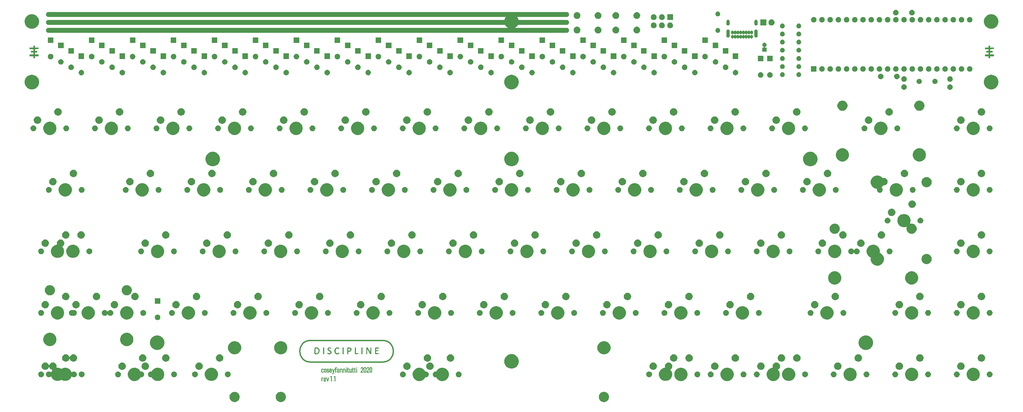
<source format=gts>
G04 #@! TF.GenerationSoftware,KiCad,Pcbnew,(5.1.5)-3*
G04 #@! TF.CreationDate,2020-06-26T11:57:11-04:00*
G04 #@! TF.ProjectId,discipline-pcb,64697363-6970-46c6-996e-652d7063622e,rev?*
G04 #@! TF.SameCoordinates,Original*
G04 #@! TF.FileFunction,Soldermask,Top*
G04 #@! TF.FilePolarity,Negative*
%FSLAX46Y46*%
G04 Gerber Fmt 4.6, Leading zero omitted, Abs format (unit mm)*
G04 Created by KiCad (PCBNEW (5.1.5)-3) date 2020-06-26 11:57:11*
%MOMM*%
%LPD*%
G04 APERTURE LIST*
%ADD10C,1.500000*%
%ADD11C,0.150000*%
%ADD12C,0.010000*%
%ADD13C,0.400000*%
%ADD14C,0.100000*%
G04 APERTURE END LIST*
D10*
X223254308Y-59503020D02*
X62883004Y-59503020D01*
X223254308Y-61986290D02*
X62883004Y-61986290D01*
X223254308Y-64469560D02*
X62883004Y-64469560D01*
D11*
X151085196Y-172974204D02*
G75*
G03X151085196Y-172974204I-56796J0D01*
G01*
D12*
G36*
X151658972Y-173101000D02*
G01*
X151496694Y-173101000D01*
X151496694Y-171634029D01*
X151362156Y-171718413D01*
X151322503Y-171743230D01*
X151286246Y-171765819D01*
X151255305Y-171784992D01*
X151231600Y-171799561D01*
X151217050Y-171808340D01*
X151213990Y-171810091D01*
X151208210Y-171812505D01*
X151204354Y-171810962D01*
X151202040Y-171803315D01*
X151200888Y-171787416D01*
X151200515Y-171761116D01*
X151200515Y-171734234D01*
X151200670Y-171651083D01*
X151315383Y-171575236D01*
X151430095Y-171499388D01*
X151658972Y-171499388D01*
X151658972Y-173101000D01*
G37*
X151658972Y-173101000D02*
X151496694Y-173101000D01*
X151496694Y-171634029D01*
X151362156Y-171718413D01*
X151322503Y-171743230D01*
X151286246Y-171765819D01*
X151255305Y-171784992D01*
X151231600Y-171799561D01*
X151217050Y-171808340D01*
X151213990Y-171810091D01*
X151208210Y-171812505D01*
X151204354Y-171810962D01*
X151202040Y-171803315D01*
X151200888Y-171787416D01*
X151200515Y-171761116D01*
X151200515Y-171734234D01*
X151200670Y-171651083D01*
X151315383Y-171575236D01*
X151430095Y-171499388D01*
X151658972Y-171499388D01*
X151658972Y-173101000D01*
G36*
X148438439Y-171939035D02*
G01*
X148471606Y-171942554D01*
X148504768Y-171947851D01*
X148531151Y-171953828D01*
X148532788Y-171954310D01*
X148580620Y-171974735D01*
X148626988Y-172005329D01*
X148667078Y-172042553D01*
X148686635Y-172067361D01*
X148704974Y-172097070D01*
X148719797Y-172127896D01*
X148731438Y-172161691D01*
X148740229Y-172200304D01*
X148746503Y-172245586D01*
X148750593Y-172299387D01*
X148752830Y-172363557D01*
X148753549Y-172439541D01*
X148753688Y-172593000D01*
X148231577Y-172593000D01*
X148231577Y-172697552D01*
X148232410Y-172752171D01*
X148235277Y-172795424D01*
X148240734Y-172829978D01*
X148249336Y-172858500D01*
X148261636Y-172883658D01*
X148274262Y-172902809D01*
X148305177Y-172934285D01*
X148344787Y-172955098D01*
X148393507Y-172965430D01*
X148422077Y-172966720D01*
X148474696Y-172961517D01*
X148517750Y-172945964D01*
X148551465Y-172919864D01*
X148576069Y-172883021D01*
X148591788Y-172835237D01*
X148595068Y-172817013D01*
X148600068Y-172783500D01*
X148753688Y-172783500D01*
X148753688Y-172817295D01*
X148751756Y-172844151D01*
X148746824Y-172875304D01*
X148743139Y-172891593D01*
X148720553Y-172953800D01*
X148687791Y-173006235D01*
X148644948Y-173048804D01*
X148592114Y-173081412D01*
X148535986Y-173102196D01*
X148496514Y-173109795D01*
X148449075Y-173113867D01*
X148398981Y-173114371D01*
X148351543Y-173111264D01*
X148312070Y-173104506D01*
X148309927Y-173103945D01*
X148248237Y-173080413D01*
X148194451Y-173045500D01*
X148149280Y-172999964D01*
X148113434Y-172944563D01*
X148087624Y-172880055D01*
X148082451Y-172861111D01*
X148079759Y-172842720D01*
X148077469Y-172812191D01*
X148075583Y-172771479D01*
X148074099Y-172722542D01*
X148073017Y-172667333D01*
X148072338Y-172607810D01*
X148072060Y-172545928D01*
X148072184Y-172483643D01*
X148072520Y-172444833D01*
X148230311Y-172444833D01*
X148592889Y-172444833D01*
X148590025Y-172333708D01*
X148588706Y-172290291D01*
X148587079Y-172258200D01*
X148584771Y-172234648D01*
X148581412Y-172216850D01*
X148576629Y-172202021D01*
X148570662Y-172188627D01*
X148545213Y-172146262D01*
X148515209Y-172116464D01*
X148478641Y-172097977D01*
X148433502Y-172089544D01*
X148410972Y-172088695D01*
X148380849Y-172089165D01*
X148359742Y-172091571D01*
X148342576Y-172097092D01*
X148324277Y-172106903D01*
X148319250Y-172109967D01*
X148298023Y-172125125D01*
X148281594Y-172142891D01*
X148266084Y-172167822D01*
X148259800Y-172179779D01*
X148250398Y-172198558D01*
X148243696Y-172214105D01*
X148239172Y-172229433D01*
X148236305Y-172247560D01*
X148234574Y-172271500D01*
X148233457Y-172304269D01*
X148232708Y-172336492D01*
X148230311Y-172444833D01*
X148072520Y-172444833D01*
X148072710Y-172422910D01*
X148073637Y-172365687D01*
X148074965Y-172313927D01*
X148076694Y-172269589D01*
X148078823Y-172234626D01*
X148081353Y-172210996D01*
X148082529Y-172204944D01*
X148106366Y-172133599D01*
X148139323Y-172072741D01*
X148180925Y-172022727D01*
X148230695Y-171983910D01*
X148288157Y-171956649D01*
X148352835Y-171941298D01*
X148424252Y-171938213D01*
X148438439Y-171939035D01*
G37*
X148438439Y-171939035D02*
X148471606Y-171942554D01*
X148504768Y-171947851D01*
X148531151Y-171953828D01*
X148532788Y-171954310D01*
X148580620Y-171974735D01*
X148626988Y-172005329D01*
X148667078Y-172042553D01*
X148686635Y-172067361D01*
X148704974Y-172097070D01*
X148719797Y-172127896D01*
X148731438Y-172161691D01*
X148740229Y-172200304D01*
X148746503Y-172245586D01*
X148750593Y-172299387D01*
X148752830Y-172363557D01*
X148753549Y-172439541D01*
X148753688Y-172593000D01*
X148231577Y-172593000D01*
X148231577Y-172697552D01*
X148232410Y-172752171D01*
X148235277Y-172795424D01*
X148240734Y-172829978D01*
X148249336Y-172858500D01*
X148261636Y-172883658D01*
X148274262Y-172902809D01*
X148305177Y-172934285D01*
X148344787Y-172955098D01*
X148393507Y-172965430D01*
X148422077Y-172966720D01*
X148474696Y-172961517D01*
X148517750Y-172945964D01*
X148551465Y-172919864D01*
X148576069Y-172883021D01*
X148591788Y-172835237D01*
X148595068Y-172817013D01*
X148600068Y-172783500D01*
X148753688Y-172783500D01*
X148753688Y-172817295D01*
X148751756Y-172844151D01*
X148746824Y-172875304D01*
X148743139Y-172891593D01*
X148720553Y-172953800D01*
X148687791Y-173006235D01*
X148644948Y-173048804D01*
X148592114Y-173081412D01*
X148535986Y-173102196D01*
X148496514Y-173109795D01*
X148449075Y-173113867D01*
X148398981Y-173114371D01*
X148351543Y-173111264D01*
X148312070Y-173104506D01*
X148309927Y-173103945D01*
X148248237Y-173080413D01*
X148194451Y-173045500D01*
X148149280Y-172999964D01*
X148113434Y-172944563D01*
X148087624Y-172880055D01*
X148082451Y-172861111D01*
X148079759Y-172842720D01*
X148077469Y-172812191D01*
X148075583Y-172771479D01*
X148074099Y-172722542D01*
X148073017Y-172667333D01*
X148072338Y-172607810D01*
X148072060Y-172545928D01*
X148072184Y-172483643D01*
X148072520Y-172444833D01*
X148230311Y-172444833D01*
X148592889Y-172444833D01*
X148590025Y-172333708D01*
X148588706Y-172290291D01*
X148587079Y-172258200D01*
X148584771Y-172234648D01*
X148581412Y-172216850D01*
X148576629Y-172202021D01*
X148570662Y-172188627D01*
X148545213Y-172146262D01*
X148515209Y-172116464D01*
X148478641Y-172097977D01*
X148433502Y-172089544D01*
X148410972Y-172088695D01*
X148380849Y-172089165D01*
X148359742Y-172091571D01*
X148342576Y-172097092D01*
X148324277Y-172106903D01*
X148319250Y-172109967D01*
X148298023Y-172125125D01*
X148281594Y-172142891D01*
X148266084Y-172167822D01*
X148259800Y-172179779D01*
X148250398Y-172198558D01*
X148243696Y-172214105D01*
X148239172Y-172229433D01*
X148236305Y-172247560D01*
X148234574Y-172271500D01*
X148233457Y-172304269D01*
X148232708Y-172336492D01*
X148230311Y-172444833D01*
X148072520Y-172444833D01*
X148072710Y-172422910D01*
X148073637Y-172365687D01*
X148074965Y-172313927D01*
X148076694Y-172269589D01*
X148078823Y-172234626D01*
X148081353Y-172210996D01*
X148082529Y-172204944D01*
X148106366Y-172133599D01*
X148139323Y-172072741D01*
X148180925Y-172022727D01*
X148230695Y-171983910D01*
X148288157Y-171956649D01*
X148352835Y-171941298D01*
X148424252Y-171938213D01*
X148438439Y-171939035D01*
G36*
X147907022Y-172085000D02*
G01*
X147880563Y-172085053D01*
X147817144Y-172090536D01*
X147756122Y-172105947D01*
X147699738Y-172130113D01*
X147650231Y-172161862D01*
X147609844Y-172200023D01*
X147581876Y-172241314D01*
X147574620Y-172255873D01*
X147568459Y-172269737D01*
X147563302Y-172284152D01*
X147559061Y-172300362D01*
X147555645Y-172319614D01*
X147552965Y-172343154D01*
X147550931Y-172372227D01*
X147549454Y-172408080D01*
X147548443Y-172451959D01*
X147547809Y-172505108D01*
X147547462Y-172568774D01*
X147547312Y-172644203D01*
X147547272Y-172721763D01*
X147547188Y-173101000D01*
X147384911Y-173101000D01*
X147384911Y-171958000D01*
X147547188Y-171958000D01*
X147547188Y-172114006D01*
X147591877Y-172069516D01*
X147653526Y-172017476D01*
X147720973Y-171978152D01*
X147793696Y-171951798D01*
X147861321Y-171939566D01*
X147907022Y-171934884D01*
X147907022Y-172085000D01*
G37*
X147907022Y-172085000D02*
X147880563Y-172085053D01*
X147817144Y-172090536D01*
X147756122Y-172105947D01*
X147699738Y-172130113D01*
X147650231Y-172161862D01*
X147609844Y-172200023D01*
X147581876Y-172241314D01*
X147574620Y-172255873D01*
X147568459Y-172269737D01*
X147563302Y-172284152D01*
X147559061Y-172300362D01*
X147555645Y-172319614D01*
X147552965Y-172343154D01*
X147550931Y-172372227D01*
X147549454Y-172408080D01*
X147548443Y-172451959D01*
X147547809Y-172505108D01*
X147547462Y-172568774D01*
X147547312Y-172644203D01*
X147547272Y-172721763D01*
X147547188Y-173101000D01*
X147384911Y-173101000D01*
X147384911Y-171958000D01*
X147547188Y-171958000D01*
X147547188Y-172114006D01*
X147591877Y-172069516D01*
X147653526Y-172017476D01*
X147720973Y-171978152D01*
X147793696Y-171951798D01*
X147861321Y-171939566D01*
X147907022Y-171934884D01*
X147907022Y-172085000D01*
G36*
X149639535Y-171958173D02*
G01*
X149662567Y-171958930D01*
X149675965Y-171960628D01*
X149681966Y-171963620D01*
X149682807Y-171968264D01*
X149682296Y-171970347D01*
X149679869Y-171978949D01*
X149673963Y-172000092D01*
X149664872Y-172032718D01*
X149652889Y-172075773D01*
X149638308Y-172128198D01*
X149621423Y-172188938D01*
X149602527Y-172256936D01*
X149581916Y-172331134D01*
X149559881Y-172410478D01*
X149536718Y-172493909D01*
X149529776Y-172518916D01*
X149506242Y-172603661D01*
X149483671Y-172684857D01*
X149462367Y-172761421D01*
X149442633Y-172832268D01*
X149424770Y-172896315D01*
X149409082Y-172952477D01*
X149395871Y-172999669D01*
X149385440Y-173036808D01*
X149378092Y-173062809D01*
X149374129Y-173076588D01*
X149373680Y-173078069D01*
X149366427Y-173101000D01*
X149220449Y-173101000D01*
X149213111Y-173078069D01*
X149209423Y-173065703D01*
X149202439Y-173041463D01*
X149192504Y-173006585D01*
X149179964Y-172962302D01*
X149165163Y-172909851D01*
X149148448Y-172850466D01*
X149130162Y-172785382D01*
X149110651Y-172715834D01*
X149090261Y-172643057D01*
X149069335Y-172568285D01*
X149048220Y-172492754D01*
X149027261Y-172417698D01*
X149006802Y-172344353D01*
X148987189Y-172273953D01*
X148968766Y-172207733D01*
X148951880Y-172146929D01*
X148936874Y-172092775D01*
X148924095Y-172046505D01*
X148913887Y-172009356D01*
X148906595Y-171982561D01*
X148902565Y-171967356D01*
X148901855Y-171964295D01*
X148908445Y-171961816D01*
X148926360Y-171959797D01*
X148952814Y-171958454D01*
X148982994Y-171958000D01*
X149014939Y-171958227D01*
X149040964Y-171958844D01*
X149058281Y-171959755D01*
X149064133Y-171960794D01*
X149065820Y-171968149D01*
X149070647Y-171987751D01*
X149078262Y-172018219D01*
X149088313Y-172058170D01*
X149100446Y-172106222D01*
X149114311Y-172160992D01*
X149129556Y-172221098D01*
X149145827Y-172285158D01*
X149162773Y-172351790D01*
X149180042Y-172419610D01*
X149197281Y-172487237D01*
X149214139Y-172553289D01*
X149230263Y-172616382D01*
X149245302Y-172675135D01*
X149258902Y-172728164D01*
X149270712Y-172774089D01*
X149280381Y-172811526D01*
X149287554Y-172839093D01*
X149291881Y-172855408D01*
X149293048Y-172859430D01*
X149295031Y-172853113D01*
X149300156Y-172834266D01*
X149308126Y-172804044D01*
X149318644Y-172763604D01*
X149331410Y-172714099D01*
X149346128Y-172656687D01*
X149362499Y-172592522D01*
X149380226Y-172522760D01*
X149399011Y-172448557D01*
X149402159Y-172436097D01*
X149421305Y-172360294D01*
X149439579Y-172287970D01*
X149456661Y-172220386D01*
X149472233Y-172158802D01*
X149485975Y-172104478D01*
X149497569Y-172058674D01*
X149506696Y-172022651D01*
X149513038Y-171997667D01*
X149516275Y-171984984D01*
X149516412Y-171984458D01*
X149523288Y-171958000D01*
X149604630Y-171958000D01*
X149639535Y-171958173D01*
G37*
X149639535Y-171958173D02*
X149662567Y-171958930D01*
X149675965Y-171960628D01*
X149681966Y-171963620D01*
X149682807Y-171968264D01*
X149682296Y-171970347D01*
X149679869Y-171978949D01*
X149673963Y-172000092D01*
X149664872Y-172032718D01*
X149652889Y-172075773D01*
X149638308Y-172128198D01*
X149621423Y-172188938D01*
X149602527Y-172256936D01*
X149581916Y-172331134D01*
X149559881Y-172410478D01*
X149536718Y-172493909D01*
X149529776Y-172518916D01*
X149506242Y-172603661D01*
X149483671Y-172684857D01*
X149462367Y-172761421D01*
X149442633Y-172832268D01*
X149424770Y-172896315D01*
X149409082Y-172952477D01*
X149395871Y-172999669D01*
X149385440Y-173036808D01*
X149378092Y-173062809D01*
X149374129Y-173076588D01*
X149373680Y-173078069D01*
X149366427Y-173101000D01*
X149220449Y-173101000D01*
X149213111Y-173078069D01*
X149209423Y-173065703D01*
X149202439Y-173041463D01*
X149192504Y-173006585D01*
X149179964Y-172962302D01*
X149165163Y-172909851D01*
X149148448Y-172850466D01*
X149130162Y-172785382D01*
X149110651Y-172715834D01*
X149090261Y-172643057D01*
X149069335Y-172568285D01*
X149048220Y-172492754D01*
X149027261Y-172417698D01*
X149006802Y-172344353D01*
X148987189Y-172273953D01*
X148968766Y-172207733D01*
X148951880Y-172146929D01*
X148936874Y-172092775D01*
X148924095Y-172046505D01*
X148913887Y-172009356D01*
X148906595Y-171982561D01*
X148902565Y-171967356D01*
X148901855Y-171964295D01*
X148908445Y-171961816D01*
X148926360Y-171959797D01*
X148952814Y-171958454D01*
X148982994Y-171958000D01*
X149014939Y-171958227D01*
X149040964Y-171958844D01*
X149058281Y-171959755D01*
X149064133Y-171960794D01*
X149065820Y-171968149D01*
X149070647Y-171987751D01*
X149078262Y-172018219D01*
X149088313Y-172058170D01*
X149100446Y-172106222D01*
X149114311Y-172160992D01*
X149129556Y-172221098D01*
X149145827Y-172285158D01*
X149162773Y-172351790D01*
X149180042Y-172419610D01*
X149197281Y-172487237D01*
X149214139Y-172553289D01*
X149230263Y-172616382D01*
X149245302Y-172675135D01*
X149258902Y-172728164D01*
X149270712Y-172774089D01*
X149280381Y-172811526D01*
X149287554Y-172839093D01*
X149291881Y-172855408D01*
X149293048Y-172859430D01*
X149295031Y-172853113D01*
X149300156Y-172834266D01*
X149308126Y-172804044D01*
X149318644Y-172763604D01*
X149331410Y-172714099D01*
X149346128Y-172656687D01*
X149362499Y-172592522D01*
X149380226Y-172522760D01*
X149399011Y-172448557D01*
X149402159Y-172436097D01*
X149421305Y-172360294D01*
X149439579Y-172287970D01*
X149456661Y-172220386D01*
X149472233Y-172158802D01*
X149485975Y-172104478D01*
X149497569Y-172058674D01*
X149506696Y-172022651D01*
X149513038Y-171997667D01*
X149516275Y-171984984D01*
X149516412Y-171984458D01*
X149523288Y-171958000D01*
X149604630Y-171958000D01*
X149639535Y-171958173D01*
G36*
X150559911Y-173101000D02*
G01*
X150397633Y-173101000D01*
X150397633Y-171634029D01*
X150263095Y-171718413D01*
X150223442Y-171743230D01*
X150187185Y-171765819D01*
X150156244Y-171784992D01*
X150132539Y-171799561D01*
X150117989Y-171808340D01*
X150114929Y-171810091D01*
X150109149Y-171812505D01*
X150105293Y-171810962D01*
X150102979Y-171803315D01*
X150101827Y-171787416D01*
X150101454Y-171761116D01*
X150101454Y-171734234D01*
X150101609Y-171651083D01*
X150216322Y-171575236D01*
X150331034Y-171499388D01*
X150559911Y-171499388D01*
X150559911Y-173101000D01*
G37*
X150559911Y-173101000D02*
X150397633Y-173101000D01*
X150397633Y-171634029D01*
X150263095Y-171718413D01*
X150223442Y-171743230D01*
X150187185Y-171765819D01*
X150156244Y-171784992D01*
X150132539Y-171799561D01*
X150117989Y-171808340D01*
X150114929Y-171810091D01*
X150109149Y-171812505D01*
X150105293Y-171810962D01*
X150102979Y-171803315D01*
X150101827Y-171787416D01*
X150101454Y-171761116D01*
X150101454Y-171734234D01*
X150101609Y-171651083D01*
X150216322Y-171575236D01*
X150331034Y-171499388D01*
X150559911Y-171499388D01*
X150559911Y-173101000D01*
G36*
X158311991Y-168981966D02*
G01*
X158149714Y-168981966D01*
X158149714Y-168826744D01*
X158311991Y-168826744D01*
X158311991Y-168981966D01*
G37*
X158311991Y-168981966D02*
X158149714Y-168981966D01*
X158149714Y-168826744D01*
X158311991Y-168826744D01*
X158311991Y-168981966D01*
G36*
X155165214Y-168981966D02*
G01*
X155002936Y-168981966D01*
X155002936Y-168826744D01*
X155165214Y-168826744D01*
X155165214Y-168981966D01*
G37*
X155165214Y-168981966D02*
X155002936Y-168981966D01*
X155002936Y-168826744D01*
X155165214Y-168826744D01*
X155165214Y-168981966D01*
G36*
X161770308Y-168749337D02*
G01*
X161814438Y-168752544D01*
X161851045Y-168758314D01*
X161856880Y-168759737D01*
X161921243Y-168783189D01*
X161976074Y-168816959D01*
X162021232Y-168860833D01*
X162056579Y-168914599D01*
X162081974Y-168978043D01*
X162097276Y-169050951D01*
X162102345Y-169133110D01*
X162102344Y-169133661D01*
X162097593Y-169215673D01*
X162083245Y-169297453D01*
X162058700Y-169381200D01*
X162023362Y-169469111D01*
X161994703Y-169528772D01*
X161981873Y-169552785D01*
X161962521Y-169587309D01*
X161937537Y-169630849D01*
X161907812Y-169681907D01*
X161874235Y-169738988D01*
X161837698Y-169800595D01*
X161799090Y-169865233D01*
X161759302Y-169931405D01*
X161719224Y-169997615D01*
X161679747Y-170062366D01*
X161641761Y-170124163D01*
X161608420Y-170177883D01*
X161586405Y-170213161D01*
X161843615Y-170215011D01*
X162100825Y-170216862D01*
X162100825Y-170364855D01*
X161388214Y-170364855D01*
X161388214Y-170233543D01*
X161586740Y-169898796D01*
X161625643Y-169833021D01*
X161663697Y-169768344D01*
X161700038Y-169706253D01*
X161733803Y-169648242D01*
X161764127Y-169595800D01*
X161790147Y-169550418D01*
X161810998Y-169513587D01*
X161825817Y-169486799D01*
X161829782Y-169479383D01*
X161871572Y-169391925D01*
X161903167Y-169308309D01*
X161924440Y-169229386D01*
X161935260Y-169156005D01*
X161935498Y-169089016D01*
X161925027Y-169029271D01*
X161905415Y-168980678D01*
X161879151Y-168942641D01*
X161847392Y-168916483D01*
X161808326Y-168901179D01*
X161760137Y-168895703D01*
X161755103Y-168895657D01*
X161707758Y-168899874D01*
X161668487Y-168913691D01*
X161633805Y-168938612D01*
X161617844Y-168954873D01*
X161591007Y-168991042D01*
X161571005Y-169033251D01*
X161556861Y-169084088D01*
X161548378Y-169138952D01*
X161540616Y-169207744D01*
X161379032Y-169207744D01*
X161383347Y-169135425D01*
X161392004Y-169060926D01*
X161408333Y-168991555D01*
X161431447Y-168930935D01*
X161435093Y-168923513D01*
X161465611Y-168876511D01*
X161506218Y-168833458D01*
X161553623Y-168796965D01*
X161604538Y-168769645D01*
X161646069Y-168756037D01*
X161680795Y-168750990D01*
X161723984Y-168748788D01*
X161770308Y-168749337D01*
G37*
X161770308Y-168749337D02*
X161814438Y-168752544D01*
X161851045Y-168758314D01*
X161856880Y-168759737D01*
X161921243Y-168783189D01*
X161976074Y-168816959D01*
X162021232Y-168860833D01*
X162056579Y-168914599D01*
X162081974Y-168978043D01*
X162097276Y-169050951D01*
X162102345Y-169133110D01*
X162102344Y-169133661D01*
X162097593Y-169215673D01*
X162083245Y-169297453D01*
X162058700Y-169381200D01*
X162023362Y-169469111D01*
X161994703Y-169528772D01*
X161981873Y-169552785D01*
X161962521Y-169587309D01*
X161937537Y-169630849D01*
X161907812Y-169681907D01*
X161874235Y-169738988D01*
X161837698Y-169800595D01*
X161799090Y-169865233D01*
X161759302Y-169931405D01*
X161719224Y-169997615D01*
X161679747Y-170062366D01*
X161641761Y-170124163D01*
X161608420Y-170177883D01*
X161586405Y-170213161D01*
X161843615Y-170215011D01*
X162100825Y-170216862D01*
X162100825Y-170364855D01*
X161388214Y-170364855D01*
X161388214Y-170233543D01*
X161586740Y-169898796D01*
X161625643Y-169833021D01*
X161663697Y-169768344D01*
X161700038Y-169706253D01*
X161733803Y-169648242D01*
X161764127Y-169595800D01*
X161790147Y-169550418D01*
X161810998Y-169513587D01*
X161825817Y-169486799D01*
X161829782Y-169479383D01*
X161871572Y-169391925D01*
X161903167Y-169308309D01*
X161924440Y-169229386D01*
X161935260Y-169156005D01*
X161935498Y-169089016D01*
X161925027Y-169029271D01*
X161905415Y-168980678D01*
X161879151Y-168942641D01*
X161847392Y-168916483D01*
X161808326Y-168901179D01*
X161760137Y-168895703D01*
X161755103Y-168895657D01*
X161707758Y-168899874D01*
X161668487Y-168913691D01*
X161633805Y-168938612D01*
X161617844Y-168954873D01*
X161591007Y-168991042D01*
X161571005Y-169033251D01*
X161556861Y-169084088D01*
X161548378Y-169138952D01*
X161540616Y-169207744D01*
X161379032Y-169207744D01*
X161383347Y-169135425D01*
X161392004Y-169060926D01*
X161408333Y-168991555D01*
X161431447Y-168930935D01*
X161435093Y-168923513D01*
X161465611Y-168876511D01*
X161506218Y-168833458D01*
X161553623Y-168796965D01*
X161604538Y-168769645D01*
X161646069Y-168756037D01*
X161680795Y-168750990D01*
X161723984Y-168748788D01*
X161770308Y-168749337D01*
G36*
X159926444Y-168749187D02*
G01*
X159970574Y-168752237D01*
X160007754Y-168757911D01*
X160015333Y-168759725D01*
X160079964Y-168783249D01*
X160135113Y-168817225D01*
X160180779Y-168861648D01*
X160216958Y-168916517D01*
X160243647Y-168981827D01*
X160249718Y-169003133D01*
X160256833Y-169042923D01*
X160260673Y-169091925D01*
X160261249Y-169145625D01*
X160258569Y-169199512D01*
X160252643Y-169249073D01*
X160249146Y-169267716D01*
X160240586Y-169305020D01*
X160230912Y-169341003D01*
X160219542Y-169376842D01*
X160205893Y-169413715D01*
X160189383Y-169452799D01*
X160169429Y-169495270D01*
X160145450Y-169542305D01*
X160116862Y-169595083D01*
X160083083Y-169654778D01*
X160043530Y-169722569D01*
X159997622Y-169799633D01*
X159944776Y-169887146D01*
X159933179Y-169906244D01*
X159746654Y-170213161D01*
X160002989Y-170215011D01*
X160259325Y-170216862D01*
X160259325Y-170364855D01*
X159546714Y-170364855D01*
X159546776Y-170234327D01*
X159755600Y-169881550D01*
X159795109Y-169814609D01*
X159833492Y-169749207D01*
X159869951Y-169686724D01*
X159903691Y-169628544D01*
X159933913Y-169576048D01*
X159959821Y-169530619D01*
X159980619Y-169493639D01*
X159995509Y-169466490D01*
X160001683Y-169454688D01*
X160039290Y-169372045D01*
X160067721Y-169292417D01*
X160086563Y-169217393D01*
X160095404Y-169148562D01*
X160094773Y-169096393D01*
X160089313Y-169052823D01*
X160080920Y-169018484D01*
X160068075Y-168988566D01*
X160052760Y-168963372D01*
X160022874Y-168929531D01*
X159986309Y-168907506D01*
X159941936Y-168896739D01*
X159915202Y-168895404D01*
X159867848Y-168899573D01*
X159828911Y-168912703D01*
X159794809Y-168936327D01*
X159776344Y-168954873D01*
X159750912Y-168988680D01*
X159731788Y-169027597D01*
X159717920Y-169074429D01*
X159708251Y-169131978D01*
X159707541Y-169137863D01*
X159699342Y-169207744D01*
X159539658Y-169207744D01*
X159539751Y-169160119D01*
X159542712Y-169113914D01*
X159550677Y-169062324D01*
X159562508Y-169010526D01*
X159577067Y-168963693D01*
X159589316Y-168934490D01*
X159623494Y-168879398D01*
X159667272Y-168831621D01*
X159718339Y-168793071D01*
X159774384Y-168765663D01*
X159804241Y-168756566D01*
X159838090Y-168751274D01*
X159880554Y-168748840D01*
X159926444Y-168749187D01*
G37*
X159926444Y-168749187D02*
X159970574Y-168752237D01*
X160007754Y-168757911D01*
X160015333Y-168759725D01*
X160079964Y-168783249D01*
X160135113Y-168817225D01*
X160180779Y-168861648D01*
X160216958Y-168916517D01*
X160243647Y-168981827D01*
X160249718Y-169003133D01*
X160256833Y-169042923D01*
X160260673Y-169091925D01*
X160261249Y-169145625D01*
X160258569Y-169199512D01*
X160252643Y-169249073D01*
X160249146Y-169267716D01*
X160240586Y-169305020D01*
X160230912Y-169341003D01*
X160219542Y-169376842D01*
X160205893Y-169413715D01*
X160189383Y-169452799D01*
X160169429Y-169495270D01*
X160145450Y-169542305D01*
X160116862Y-169595083D01*
X160083083Y-169654778D01*
X160043530Y-169722569D01*
X159997622Y-169799633D01*
X159944776Y-169887146D01*
X159933179Y-169906244D01*
X159746654Y-170213161D01*
X160002989Y-170215011D01*
X160259325Y-170216862D01*
X160259325Y-170364855D01*
X159546714Y-170364855D01*
X159546776Y-170234327D01*
X159755600Y-169881550D01*
X159795109Y-169814609D01*
X159833492Y-169749207D01*
X159869951Y-169686724D01*
X159903691Y-169628544D01*
X159933913Y-169576048D01*
X159959821Y-169530619D01*
X159980619Y-169493639D01*
X159995509Y-169466490D01*
X160001683Y-169454688D01*
X160039290Y-169372045D01*
X160067721Y-169292417D01*
X160086563Y-169217393D01*
X160095404Y-169148562D01*
X160094773Y-169096393D01*
X160089313Y-169052823D01*
X160080920Y-169018484D01*
X160068075Y-168988566D01*
X160052760Y-168963372D01*
X160022874Y-168929531D01*
X159986309Y-168907506D01*
X159941936Y-168896739D01*
X159915202Y-168895404D01*
X159867848Y-168899573D01*
X159828911Y-168912703D01*
X159794809Y-168936327D01*
X159776344Y-168954873D01*
X159750912Y-168988680D01*
X159731788Y-169027597D01*
X159717920Y-169074429D01*
X159708251Y-169131978D01*
X159707541Y-169137863D01*
X159699342Y-169207744D01*
X159539658Y-169207744D01*
X159539751Y-169160119D01*
X159542712Y-169113914D01*
X159550677Y-169062324D01*
X159562508Y-169010526D01*
X159577067Y-168963693D01*
X159589316Y-168934490D01*
X159623494Y-168879398D01*
X159667272Y-168831621D01*
X159718339Y-168793071D01*
X159774384Y-168765663D01*
X159804241Y-168756566D01*
X159838090Y-168751274D01*
X159880554Y-168748840D01*
X159926444Y-168749187D01*
G36*
X158311991Y-170364855D02*
G01*
X158149714Y-170364855D01*
X158149714Y-169221855D01*
X158311991Y-169221855D01*
X158311991Y-170364855D01*
G37*
X158311991Y-170364855D02*
X158149714Y-170364855D01*
X158149714Y-169221855D01*
X158311991Y-169221855D01*
X158311991Y-170364855D01*
G36*
X155165214Y-170364855D02*
G01*
X155002936Y-170364855D01*
X155002936Y-169221855D01*
X155165214Y-169221855D01*
X155165214Y-170364855D01*
G37*
X155165214Y-170364855D02*
X155002936Y-170364855D01*
X155002936Y-169221855D01*
X155165214Y-169221855D01*
X155165214Y-170364855D01*
G36*
X154533741Y-169210793D02*
G01*
X154589133Y-169229516D01*
X154635333Y-169257883D01*
X154672766Y-169296417D01*
X154701851Y-169345646D01*
X154723012Y-169406094D01*
X154734147Y-169460467D01*
X154735979Y-169479989D01*
X154737578Y-169513173D01*
X154738936Y-169559568D01*
X154740046Y-169618727D01*
X154740902Y-169690199D01*
X154741495Y-169773538D01*
X154741818Y-169868293D01*
X154741880Y-169937582D01*
X154741880Y-170364855D01*
X154579603Y-170364855D01*
X154579603Y-169934063D01*
X154579472Y-169830554D01*
X154579082Y-169739681D01*
X154578437Y-169661662D01*
X154577540Y-169596719D01*
X154576394Y-169545069D01*
X154575004Y-169506935D01*
X154573373Y-169482534D01*
X154572076Y-169473688D01*
X154554318Y-169429261D01*
X154526278Y-169394370D01*
X154488332Y-169369302D01*
X154440857Y-169354345D01*
X154411033Y-169350547D01*
X154359359Y-169351612D01*
X154313672Y-169362066D01*
X154276353Y-169381241D01*
X154263213Y-169392250D01*
X154250849Y-169404852D01*
X154240170Y-169417484D01*
X154231050Y-169431230D01*
X154223369Y-169447176D01*
X154217002Y-169466408D01*
X154211828Y-169490013D01*
X154207722Y-169519075D01*
X154204563Y-169554681D01*
X154202228Y-169597916D01*
X154200593Y-169649867D01*
X154199536Y-169711619D01*
X154198934Y-169784257D01*
X154198663Y-169868869D01*
X154198603Y-169963309D01*
X154198603Y-170364855D01*
X154043380Y-170364855D01*
X154043380Y-169221855D01*
X154196839Y-169221855D01*
X154201248Y-169243904D01*
X154203688Y-169263298D01*
X154205289Y-169289833D01*
X154205658Y-169308785D01*
X154205658Y-169351618D01*
X154225588Y-169320250D01*
X154262358Y-169274963D01*
X154307792Y-169240022D01*
X154360426Y-169215947D01*
X154418797Y-169203258D01*
X154481440Y-169202476D01*
X154533741Y-169210793D01*
G37*
X154533741Y-169210793D02*
X154589133Y-169229516D01*
X154635333Y-169257883D01*
X154672766Y-169296417D01*
X154701851Y-169345646D01*
X154723012Y-169406094D01*
X154734147Y-169460467D01*
X154735979Y-169479989D01*
X154737578Y-169513173D01*
X154738936Y-169559568D01*
X154740046Y-169618727D01*
X154740902Y-169690199D01*
X154741495Y-169773538D01*
X154741818Y-169868293D01*
X154741880Y-169937582D01*
X154741880Y-170364855D01*
X154579603Y-170364855D01*
X154579603Y-169934063D01*
X154579472Y-169830554D01*
X154579082Y-169739681D01*
X154578437Y-169661662D01*
X154577540Y-169596719D01*
X154576394Y-169545069D01*
X154575004Y-169506935D01*
X154573373Y-169482534D01*
X154572076Y-169473688D01*
X154554318Y-169429261D01*
X154526278Y-169394370D01*
X154488332Y-169369302D01*
X154440857Y-169354345D01*
X154411033Y-169350547D01*
X154359359Y-169351612D01*
X154313672Y-169362066D01*
X154276353Y-169381241D01*
X154263213Y-169392250D01*
X154250849Y-169404852D01*
X154240170Y-169417484D01*
X154231050Y-169431230D01*
X154223369Y-169447176D01*
X154217002Y-169466408D01*
X154211828Y-169490013D01*
X154207722Y-169519075D01*
X154204563Y-169554681D01*
X154202228Y-169597916D01*
X154200593Y-169649867D01*
X154199536Y-169711619D01*
X154198934Y-169784257D01*
X154198663Y-169868869D01*
X154198603Y-169963309D01*
X154198603Y-170364855D01*
X154043380Y-170364855D01*
X154043380Y-169221855D01*
X154196839Y-169221855D01*
X154201248Y-169243904D01*
X154203688Y-169263298D01*
X154205289Y-169289833D01*
X154205658Y-169308785D01*
X154205658Y-169351618D01*
X154225588Y-169320250D01*
X154262358Y-169274963D01*
X154307792Y-169240022D01*
X154360426Y-169215947D01*
X154418797Y-169203258D01*
X154481440Y-169202476D01*
X154533741Y-169210793D01*
G36*
X153552352Y-169205433D02*
G01*
X153580999Y-169207946D01*
X153604740Y-169212804D01*
X153628160Y-169220673D01*
X153630273Y-169221499D01*
X153676937Y-169246858D01*
X153718313Y-169282779D01*
X153750592Y-169325787D01*
X153756403Y-169336463D01*
X153764001Y-169351949D01*
X153770577Y-169366987D01*
X153776218Y-169382698D01*
X153781010Y-169400203D01*
X153785038Y-169420626D01*
X153788389Y-169445086D01*
X153791150Y-169474707D01*
X153793406Y-169510610D01*
X153795244Y-169553917D01*
X153796750Y-169605749D01*
X153798010Y-169667228D01*
X153799110Y-169739476D01*
X153800138Y-169823615D01*
X153801156Y-169918591D01*
X153805774Y-170364855D01*
X153641716Y-170364855D01*
X153639701Y-169922119D01*
X153639289Y-169828332D01*
X153638888Y-169747574D01*
X153638377Y-169678762D01*
X153637634Y-169620816D01*
X153636538Y-169572652D01*
X153634967Y-169533190D01*
X153632800Y-169501347D01*
X153629916Y-169476041D01*
X153626193Y-169456191D01*
X153621509Y-169440714D01*
X153615744Y-169428530D01*
X153608776Y-169418555D01*
X153600482Y-169409709D01*
X153590743Y-169400908D01*
X153580163Y-169391713D01*
X153544239Y-169367515D01*
X153502250Y-169353637D01*
X153452194Y-169349529D01*
X153429624Y-169350487D01*
X153378933Y-169360119D01*
X153336797Y-169380903D01*
X153303668Y-169412435D01*
X153280000Y-169454313D01*
X153268433Y-169493726D01*
X153266428Y-169509847D01*
X153264718Y-169537040D01*
X153263295Y-169575743D01*
X153262152Y-169626392D01*
X153261280Y-169689428D01*
X153260672Y-169765288D01*
X153260319Y-169854410D01*
X153260214Y-169949754D01*
X153260214Y-170364855D01*
X153097936Y-170364855D01*
X153097936Y-169221855D01*
X153260214Y-169221855D01*
X153260214Y-169358673D01*
X153280486Y-169327306D01*
X153320334Y-169277997D01*
X153368883Y-169239635D01*
X153397797Y-169223993D01*
X153418706Y-169214884D01*
X153437115Y-169209111D01*
X153457333Y-169205957D01*
X153483667Y-169204703D01*
X153514214Y-169204596D01*
X153552352Y-169205433D01*
G37*
X153552352Y-169205433D02*
X153580999Y-169207946D01*
X153604740Y-169212804D01*
X153628160Y-169220673D01*
X153630273Y-169221499D01*
X153676937Y-169246858D01*
X153718313Y-169282779D01*
X153750592Y-169325787D01*
X153756403Y-169336463D01*
X153764001Y-169351949D01*
X153770577Y-169366987D01*
X153776218Y-169382698D01*
X153781010Y-169400203D01*
X153785038Y-169420626D01*
X153788389Y-169445086D01*
X153791150Y-169474707D01*
X153793406Y-169510610D01*
X153795244Y-169553917D01*
X153796750Y-169605749D01*
X153798010Y-169667228D01*
X153799110Y-169739476D01*
X153800138Y-169823615D01*
X153801156Y-169918591D01*
X153805774Y-170364855D01*
X153641716Y-170364855D01*
X153639701Y-169922119D01*
X153639289Y-169828332D01*
X153638888Y-169747574D01*
X153638377Y-169678762D01*
X153637634Y-169620816D01*
X153636538Y-169572652D01*
X153634967Y-169533190D01*
X153632800Y-169501347D01*
X153629916Y-169476041D01*
X153626193Y-169456191D01*
X153621509Y-169440714D01*
X153615744Y-169428530D01*
X153608776Y-169418555D01*
X153600482Y-169409709D01*
X153590743Y-169400908D01*
X153580163Y-169391713D01*
X153544239Y-169367515D01*
X153502250Y-169353637D01*
X153452194Y-169349529D01*
X153429624Y-169350487D01*
X153378933Y-169360119D01*
X153336797Y-169380903D01*
X153303668Y-169412435D01*
X153280000Y-169454313D01*
X153268433Y-169493726D01*
X153266428Y-169509847D01*
X153264718Y-169537040D01*
X153263295Y-169575743D01*
X153262152Y-169626392D01*
X153261280Y-169689428D01*
X153260672Y-169765288D01*
X153260319Y-169854410D01*
X153260214Y-169949754D01*
X153260214Y-170364855D01*
X153097936Y-170364855D01*
X153097936Y-169221855D01*
X153260214Y-169221855D01*
X153260214Y-169358673D01*
X153280486Y-169327306D01*
X153320334Y-169277997D01*
X153368883Y-169239635D01*
X153397797Y-169223993D01*
X153418706Y-169214884D01*
X153437115Y-169209111D01*
X153457333Y-169205957D01*
X153483667Y-169204703D01*
X153514214Y-169204596D01*
X153552352Y-169205433D01*
G36*
X152046658Y-168911411D02*
G01*
X151973034Y-168911411D01*
X151930853Y-168912237D01*
X151899582Y-168915244D01*
X151876088Y-168921227D01*
X151857240Y-168930978D01*
X151840117Y-168945088D01*
X151824681Y-168964275D01*
X151813348Y-168989474D01*
X151805694Y-169022604D01*
X151801297Y-169065580D01*
X151799731Y-169120318D01*
X151799714Y-169127886D01*
X151799714Y-169221855D01*
X152046658Y-169221855D01*
X152046658Y-169355911D01*
X151799714Y-169355911D01*
X151799714Y-170364855D01*
X151637436Y-170364855D01*
X151637436Y-169355911D01*
X151517491Y-169355911D01*
X151517491Y-169221855D01*
X151577464Y-169221855D01*
X151604688Y-169221663D01*
X151625655Y-169221150D01*
X151637070Y-169220413D01*
X151638218Y-169220091D01*
X151638743Y-169212828D01*
X151639725Y-169193729D01*
X151641057Y-169165062D01*
X151642634Y-169129089D01*
X151644218Y-169091327D01*
X151646456Y-169042836D01*
X151648859Y-169005818D01*
X151651756Y-168977635D01*
X151655476Y-168955651D01*
X151660347Y-168937228D01*
X151665101Y-168923781D01*
X151690098Y-168877011D01*
X151725803Y-168834959D01*
X151768865Y-168801164D01*
X151794129Y-168787534D01*
X151812630Y-168779532D01*
X151829317Y-168773853D01*
X151847358Y-168770006D01*
X151869919Y-168767499D01*
X151900168Y-168765840D01*
X151941274Y-168764539D01*
X151942589Y-168764504D01*
X152046658Y-168761706D01*
X152046658Y-168911411D01*
G37*
X152046658Y-168911411D02*
X151973034Y-168911411D01*
X151930853Y-168912237D01*
X151899582Y-168915244D01*
X151876088Y-168921227D01*
X151857240Y-168930978D01*
X151840117Y-168945088D01*
X151824681Y-168964275D01*
X151813348Y-168989474D01*
X151805694Y-169022604D01*
X151801297Y-169065580D01*
X151799731Y-169120318D01*
X151799714Y-169127886D01*
X151799714Y-169221855D01*
X152046658Y-169221855D01*
X152046658Y-169355911D01*
X151799714Y-169355911D01*
X151799714Y-170364855D01*
X151637436Y-170364855D01*
X151637436Y-169355911D01*
X151517491Y-169355911D01*
X151517491Y-169221855D01*
X151577464Y-169221855D01*
X151604688Y-169221663D01*
X151625655Y-169221150D01*
X151637070Y-169220413D01*
X151638218Y-169220091D01*
X151638743Y-169212828D01*
X151639725Y-169193729D01*
X151641057Y-169165062D01*
X151642634Y-169129089D01*
X151644218Y-169091327D01*
X151646456Y-169042836D01*
X151648859Y-169005818D01*
X151651756Y-168977635D01*
X151655476Y-168955651D01*
X151660347Y-168937228D01*
X151665101Y-168923781D01*
X151690098Y-168877011D01*
X151725803Y-168834959D01*
X151768865Y-168801164D01*
X151794129Y-168787534D01*
X151812630Y-168779532D01*
X151829317Y-168773853D01*
X151847358Y-168770006D01*
X151869919Y-168767499D01*
X151900168Y-168765840D01*
X151941274Y-168764539D01*
X151942589Y-168764504D01*
X152046658Y-168761706D01*
X152046658Y-168911411D01*
G36*
X157726380Y-169221855D02*
G01*
X157945103Y-169221855D01*
X157945103Y-169370022D01*
X157726380Y-169370022D01*
X157726380Y-169739551D01*
X157726431Y-169823417D01*
X157726606Y-169894344D01*
X157726935Y-169953507D01*
X157727451Y-170002079D01*
X157728184Y-170041232D01*
X157729167Y-170072140D01*
X157730432Y-170095975D01*
X157732009Y-170113912D01*
X157733930Y-170127122D01*
X157736227Y-170136780D01*
X157737149Y-170139604D01*
X157753375Y-170173231D01*
X157775936Y-170197461D01*
X157806565Y-170213266D01*
X157846997Y-170221620D01*
X157886894Y-170223589D01*
X157945103Y-170223744D01*
X157945103Y-170371911D01*
X157872783Y-170371081D01*
X157838000Y-170370165D01*
X157804638Y-170368395D01*
X157777716Y-170366076D01*
X157767801Y-170364732D01*
X157712029Y-170349482D01*
X157665588Y-170323936D01*
X157628039Y-170287688D01*
X157598946Y-170240330D01*
X157580489Y-170190868D01*
X157577846Y-170180425D01*
X157575588Y-170167882D01*
X157573673Y-170152041D01*
X157572062Y-170131705D01*
X157570712Y-170105677D01*
X157569584Y-170072760D01*
X157568638Y-170031758D01*
X157567831Y-169981473D01*
X157567123Y-169920708D01*
X157566474Y-169848266D01*
X157565843Y-169762951D01*
X157565822Y-169759841D01*
X157563144Y-169370022D01*
X157451214Y-169370022D01*
X157451214Y-169221855D01*
X157564103Y-169221855D01*
X157564103Y-168890244D01*
X157726380Y-168890244D01*
X157726380Y-169221855D01*
G37*
X157726380Y-169221855D02*
X157945103Y-169221855D01*
X157945103Y-169370022D01*
X157726380Y-169370022D01*
X157726380Y-169739551D01*
X157726431Y-169823417D01*
X157726606Y-169894344D01*
X157726935Y-169953507D01*
X157727451Y-170002079D01*
X157728184Y-170041232D01*
X157729167Y-170072140D01*
X157730432Y-170095975D01*
X157732009Y-170113912D01*
X157733930Y-170127122D01*
X157736227Y-170136780D01*
X157737149Y-170139604D01*
X157753375Y-170173231D01*
X157775936Y-170197461D01*
X157806565Y-170213266D01*
X157846997Y-170221620D01*
X157886894Y-170223589D01*
X157945103Y-170223744D01*
X157945103Y-170371911D01*
X157872783Y-170371081D01*
X157838000Y-170370165D01*
X157804638Y-170368395D01*
X157777716Y-170366076D01*
X157767801Y-170364732D01*
X157712029Y-170349482D01*
X157665588Y-170323936D01*
X157628039Y-170287688D01*
X157598946Y-170240330D01*
X157580489Y-170190868D01*
X157577846Y-170180425D01*
X157575588Y-170167882D01*
X157573673Y-170152041D01*
X157572062Y-170131705D01*
X157570712Y-170105677D01*
X157569584Y-170072760D01*
X157568638Y-170031758D01*
X157567831Y-169981473D01*
X157567123Y-169920708D01*
X157566474Y-169848266D01*
X157565843Y-169762951D01*
X157565822Y-169759841D01*
X157563144Y-169370022D01*
X157451214Y-169370022D01*
X157451214Y-169221855D01*
X157564103Y-169221855D01*
X157564103Y-168890244D01*
X157726380Y-168890244D01*
X157726380Y-169221855D01*
G36*
X157133714Y-169221855D02*
G01*
X157352436Y-169221855D01*
X157352436Y-169370022D01*
X157133714Y-169370022D01*
X157134023Y-169742202D01*
X157134128Y-169828059D01*
X157134346Y-169900980D01*
X157134764Y-169962142D01*
X157135468Y-170012720D01*
X157136547Y-170053890D01*
X157138085Y-170086827D01*
X157140171Y-170112707D01*
X157142890Y-170132707D01*
X157146330Y-170148002D01*
X157150578Y-170159766D01*
X157155720Y-170169178D01*
X157161844Y-170177411D01*
X157166557Y-170182874D01*
X157193752Y-170204115D01*
X157231005Y-170217488D01*
X157279230Y-170223285D01*
X157294228Y-170223589D01*
X157352436Y-170223744D01*
X157352436Y-170371911D01*
X157280116Y-170371081D01*
X157245414Y-170370173D01*
X157212211Y-170368425D01*
X157185488Y-170366137D01*
X157175637Y-170364804D01*
X157119452Y-170349307D01*
X157072562Y-170323352D01*
X157034861Y-170286818D01*
X157006244Y-170239581D01*
X156986604Y-170181519D01*
X156978368Y-170136137D01*
X156977082Y-170119225D01*
X156975871Y-170089786D01*
X156974763Y-170049404D01*
X156973783Y-169999664D01*
X156972956Y-169942149D01*
X156972310Y-169878444D01*
X156971871Y-169810133D01*
X156971663Y-169738800D01*
X156971654Y-169728091D01*
X156971436Y-169370022D01*
X156858547Y-169370022D01*
X156858547Y-169221855D01*
X156971436Y-169221855D01*
X156971436Y-168890244D01*
X157133714Y-168890244D01*
X157133714Y-169221855D01*
G37*
X157133714Y-169221855D02*
X157352436Y-169221855D01*
X157352436Y-169370022D01*
X157133714Y-169370022D01*
X157134023Y-169742202D01*
X157134128Y-169828059D01*
X157134346Y-169900980D01*
X157134764Y-169962142D01*
X157135468Y-170012720D01*
X157136547Y-170053890D01*
X157138085Y-170086827D01*
X157140171Y-170112707D01*
X157142890Y-170132707D01*
X157146330Y-170148002D01*
X157150578Y-170159766D01*
X157155720Y-170169178D01*
X157161844Y-170177411D01*
X157166557Y-170182874D01*
X157193752Y-170204115D01*
X157231005Y-170217488D01*
X157279230Y-170223285D01*
X157294228Y-170223589D01*
X157352436Y-170223744D01*
X157352436Y-170371911D01*
X157280116Y-170371081D01*
X157245414Y-170370173D01*
X157212211Y-170368425D01*
X157185488Y-170366137D01*
X157175637Y-170364804D01*
X157119452Y-170349307D01*
X157072562Y-170323352D01*
X157034861Y-170286818D01*
X157006244Y-170239581D01*
X156986604Y-170181519D01*
X156978368Y-170136137D01*
X156977082Y-170119225D01*
X156975871Y-170089786D01*
X156974763Y-170049404D01*
X156973783Y-169999664D01*
X156972956Y-169942149D01*
X156972310Y-169878444D01*
X156971871Y-169810133D01*
X156971663Y-169738800D01*
X156971654Y-169728091D01*
X156971436Y-169370022D01*
X156858547Y-169370022D01*
X156858547Y-169221855D01*
X156971436Y-169221855D01*
X156971436Y-168890244D01*
X157133714Y-168890244D01*
X157133714Y-169221855D01*
G36*
X155618403Y-169054286D02*
G01*
X155620297Y-169218327D01*
X155835491Y-169222223D01*
X155835491Y-169370022D01*
X155615878Y-169370022D01*
X155618088Y-169745730D01*
X155620297Y-170121438D01*
X155636673Y-170154686D01*
X155653150Y-170181718D01*
X155673334Y-170200697D01*
X155699916Y-170212993D01*
X155735591Y-170219980D01*
X155769965Y-170222561D01*
X155835491Y-170225427D01*
X155835491Y-170371911D01*
X155763172Y-170371319D01*
X155727391Y-170370180D01*
X155692057Y-170367623D01*
X155662654Y-170364100D01*
X155652047Y-170362153D01*
X155624339Y-170354705D01*
X155597546Y-170345415D01*
X155586663Y-170340717D01*
X155554049Y-170318596D01*
X155523266Y-170286223D01*
X155497401Y-170247399D01*
X155481091Y-170210715D01*
X155477694Y-170200371D01*
X155474812Y-170190235D01*
X155472395Y-170179089D01*
X155470395Y-170165715D01*
X155468761Y-170148895D01*
X155467446Y-170127411D01*
X155466398Y-170100046D01*
X155465569Y-170065580D01*
X155464910Y-170022797D01*
X155464371Y-169970478D01*
X155463903Y-169907405D01*
X155463457Y-169832360D01*
X155463103Y-169766897D01*
X155460993Y-169370022D01*
X155341603Y-169370022D01*
X155341603Y-169221855D01*
X155461547Y-169221855D01*
X155461547Y-168890244D01*
X155616509Y-168890244D01*
X155618403Y-169054286D01*
G37*
X155618403Y-169054286D02*
X155620297Y-169218327D01*
X155835491Y-169222223D01*
X155835491Y-169370022D01*
X155615878Y-169370022D01*
X155618088Y-169745730D01*
X155620297Y-170121438D01*
X155636673Y-170154686D01*
X155653150Y-170181718D01*
X155673334Y-170200697D01*
X155699916Y-170212993D01*
X155735591Y-170219980D01*
X155769965Y-170222561D01*
X155835491Y-170225427D01*
X155835491Y-170371911D01*
X155763172Y-170371319D01*
X155727391Y-170370180D01*
X155692057Y-170367623D01*
X155662654Y-170364100D01*
X155652047Y-170362153D01*
X155624339Y-170354705D01*
X155597546Y-170345415D01*
X155586663Y-170340717D01*
X155554049Y-170318596D01*
X155523266Y-170286223D01*
X155497401Y-170247399D01*
X155481091Y-170210715D01*
X155477694Y-170200371D01*
X155474812Y-170190235D01*
X155472395Y-170179089D01*
X155470395Y-170165715D01*
X155468761Y-170148895D01*
X155467446Y-170127411D01*
X155466398Y-170100046D01*
X155465569Y-170065580D01*
X155464910Y-170022797D01*
X155464371Y-169970478D01*
X155463903Y-169907405D01*
X155463457Y-169832360D01*
X155463103Y-169766897D01*
X155460993Y-169370022D01*
X155341603Y-169370022D01*
X155341603Y-169221855D01*
X155461547Y-169221855D01*
X155461547Y-168890244D01*
X155616509Y-168890244D01*
X155618403Y-169054286D01*
G36*
X162721938Y-168751424D02*
G01*
X162761583Y-168756261D01*
X162779533Y-168760013D01*
X162842083Y-168782992D01*
X162896421Y-168817154D01*
X162941769Y-168861688D01*
X162977351Y-168915783D01*
X163002389Y-168978628D01*
X163007410Y-168997706D01*
X163009433Y-169008213D01*
X163011187Y-169022022D01*
X163012689Y-169040109D01*
X163013957Y-169063451D01*
X163015009Y-169093025D01*
X163015863Y-169129807D01*
X163016538Y-169174773D01*
X163017050Y-169228900D01*
X163017418Y-169293164D01*
X163017660Y-169368541D01*
X163017794Y-169456009D01*
X163017838Y-169556543D01*
X163017838Y-169564050D01*
X163017825Y-169666992D01*
X163017745Y-169756855D01*
X163017534Y-169834668D01*
X163017131Y-169901464D01*
X163016473Y-169958272D01*
X163015497Y-170006124D01*
X163014142Y-170046051D01*
X163012345Y-170079084D01*
X163010043Y-170106253D01*
X163007175Y-170128591D01*
X163003677Y-170147127D01*
X162999487Y-170162893D01*
X162994544Y-170176920D01*
X162988784Y-170190238D01*
X162982144Y-170203880D01*
X162978698Y-170210705D01*
X162944991Y-170261969D01*
X162900361Y-170305694D01*
X162846571Y-170340521D01*
X162785384Y-170365094D01*
X162774337Y-170368163D01*
X162740822Y-170374065D01*
X162698567Y-170377430D01*
X162652420Y-170378260D01*
X162607229Y-170376556D01*
X162567840Y-170372321D01*
X162547191Y-170368089D01*
X162483377Y-170344908D01*
X162429446Y-170312085D01*
X162384677Y-170268953D01*
X162348347Y-170214848D01*
X162324871Y-170163208D01*
X162308964Y-170121438D01*
X162308964Y-169567577D01*
X162308977Y-169465796D01*
X162309034Y-169377141D01*
X162309111Y-169327935D01*
X162461506Y-169327935D01*
X162461534Y-169404590D01*
X162461783Y-169493331D01*
X162462197Y-169592272D01*
X162462657Y-169687717D01*
X162463120Y-169770090D01*
X162463614Y-169840434D01*
X162464170Y-169899786D01*
X162464815Y-169949188D01*
X162465581Y-169989680D01*
X162466495Y-170022302D01*
X162467588Y-170048094D01*
X162468889Y-170068096D01*
X162470427Y-170083348D01*
X162472232Y-170094891D01*
X162474333Y-170103765D01*
X162476759Y-170111010D01*
X162476851Y-170111250D01*
X162500964Y-170157301D01*
X162533448Y-170192085D01*
X162574487Y-170215721D01*
X162624264Y-170228326D01*
X162661741Y-170230662D01*
X162696160Y-170229540D01*
X162722272Y-170225487D01*
X162745754Y-170217471D01*
X162753464Y-170213984D01*
X162791559Y-170190869D01*
X162820571Y-170160601D01*
X162843044Y-170121438D01*
X162859297Y-170086161D01*
X162859297Y-169041938D01*
X162842578Y-169004956D01*
X162818212Y-168965591D01*
X162784779Y-168931898D01*
X162746413Y-168908006D01*
X162744801Y-168907298D01*
X162717919Y-168900012D01*
X162682773Y-168896258D01*
X162644711Y-168896043D01*
X162609081Y-168899371D01*
X162581230Y-168906249D01*
X162579101Y-168907123D01*
X162544723Y-168927261D01*
X162513550Y-168954984D01*
X162490668Y-168985673D01*
X162488852Y-168989076D01*
X162483441Y-169000480D01*
X162478751Y-169012686D01*
X162474736Y-169026722D01*
X162471352Y-169043612D01*
X162468552Y-169064382D01*
X162466293Y-169090059D01*
X162464528Y-169121667D01*
X162463212Y-169160233D01*
X162462300Y-169206783D01*
X162461747Y-169262341D01*
X162461506Y-169327935D01*
X162309111Y-169327935D01*
X162309154Y-169300626D01*
X162309362Y-169235268D01*
X162309678Y-169180080D01*
X162310125Y-169134078D01*
X162310725Y-169096277D01*
X162311501Y-169065691D01*
X162312474Y-169041336D01*
X162313666Y-169022226D01*
X162315099Y-169007377D01*
X162316797Y-168995803D01*
X162318780Y-168986519D01*
X162321071Y-168978540D01*
X162322278Y-168974911D01*
X162339318Y-168930576D01*
X162357711Y-168895259D01*
X162380359Y-168863948D01*
X162398138Y-168844006D01*
X162438579Y-168809625D01*
X162488125Y-168780808D01*
X162542080Y-168760167D01*
X162554908Y-168756782D01*
X162588134Y-168751595D01*
X162630314Y-168749021D01*
X162676549Y-168748987D01*
X162721938Y-168751424D01*
G37*
X162721938Y-168751424D02*
X162761583Y-168756261D01*
X162779533Y-168760013D01*
X162842083Y-168782992D01*
X162896421Y-168817154D01*
X162941769Y-168861688D01*
X162977351Y-168915783D01*
X163002389Y-168978628D01*
X163007410Y-168997706D01*
X163009433Y-169008213D01*
X163011187Y-169022022D01*
X163012689Y-169040109D01*
X163013957Y-169063451D01*
X163015009Y-169093025D01*
X163015863Y-169129807D01*
X163016538Y-169174773D01*
X163017050Y-169228900D01*
X163017418Y-169293164D01*
X163017660Y-169368541D01*
X163017794Y-169456009D01*
X163017838Y-169556543D01*
X163017838Y-169564050D01*
X163017825Y-169666992D01*
X163017745Y-169756855D01*
X163017534Y-169834668D01*
X163017131Y-169901464D01*
X163016473Y-169958272D01*
X163015497Y-170006124D01*
X163014142Y-170046051D01*
X163012345Y-170079084D01*
X163010043Y-170106253D01*
X163007175Y-170128591D01*
X163003677Y-170147127D01*
X162999487Y-170162893D01*
X162994544Y-170176920D01*
X162988784Y-170190238D01*
X162982144Y-170203880D01*
X162978698Y-170210705D01*
X162944991Y-170261969D01*
X162900361Y-170305694D01*
X162846571Y-170340521D01*
X162785384Y-170365094D01*
X162774337Y-170368163D01*
X162740822Y-170374065D01*
X162698567Y-170377430D01*
X162652420Y-170378260D01*
X162607229Y-170376556D01*
X162567840Y-170372321D01*
X162547191Y-170368089D01*
X162483377Y-170344908D01*
X162429446Y-170312085D01*
X162384677Y-170268953D01*
X162348347Y-170214848D01*
X162324871Y-170163208D01*
X162308964Y-170121438D01*
X162308964Y-169567577D01*
X162308977Y-169465796D01*
X162309034Y-169377141D01*
X162309111Y-169327935D01*
X162461506Y-169327935D01*
X162461534Y-169404590D01*
X162461783Y-169493331D01*
X162462197Y-169592272D01*
X162462657Y-169687717D01*
X162463120Y-169770090D01*
X162463614Y-169840434D01*
X162464170Y-169899786D01*
X162464815Y-169949188D01*
X162465581Y-169989680D01*
X162466495Y-170022302D01*
X162467588Y-170048094D01*
X162468889Y-170068096D01*
X162470427Y-170083348D01*
X162472232Y-170094891D01*
X162474333Y-170103765D01*
X162476759Y-170111010D01*
X162476851Y-170111250D01*
X162500964Y-170157301D01*
X162533448Y-170192085D01*
X162574487Y-170215721D01*
X162624264Y-170228326D01*
X162661741Y-170230662D01*
X162696160Y-170229540D01*
X162722272Y-170225487D01*
X162745754Y-170217471D01*
X162753464Y-170213984D01*
X162791559Y-170190869D01*
X162820571Y-170160601D01*
X162843044Y-170121438D01*
X162859297Y-170086161D01*
X162859297Y-169041938D01*
X162842578Y-169004956D01*
X162818212Y-168965591D01*
X162784779Y-168931898D01*
X162746413Y-168908006D01*
X162744801Y-168907298D01*
X162717919Y-168900012D01*
X162682773Y-168896258D01*
X162644711Y-168896043D01*
X162609081Y-168899371D01*
X162581230Y-168906249D01*
X162579101Y-168907123D01*
X162544723Y-168927261D01*
X162513550Y-168954984D01*
X162490668Y-168985673D01*
X162488852Y-168989076D01*
X162483441Y-169000480D01*
X162478751Y-169012686D01*
X162474736Y-169026722D01*
X162471352Y-169043612D01*
X162468552Y-169064382D01*
X162466293Y-169090059D01*
X162464528Y-169121667D01*
X162463212Y-169160233D01*
X162462300Y-169206783D01*
X162461747Y-169262341D01*
X162461506Y-169327935D01*
X162309111Y-169327935D01*
X162309154Y-169300626D01*
X162309362Y-169235268D01*
X162309678Y-169180080D01*
X162310125Y-169134078D01*
X162310725Y-169096277D01*
X162311501Y-169065691D01*
X162312474Y-169041336D01*
X162313666Y-169022226D01*
X162315099Y-169007377D01*
X162316797Y-168995803D01*
X162318780Y-168986519D01*
X162321071Y-168978540D01*
X162322278Y-168974911D01*
X162339318Y-168930576D01*
X162357711Y-168895259D01*
X162380359Y-168863948D01*
X162398138Y-168844006D01*
X162438579Y-168809625D01*
X162488125Y-168780808D01*
X162542080Y-168760167D01*
X162554908Y-168756782D01*
X162588134Y-168751595D01*
X162630314Y-168749021D01*
X162676549Y-168748987D01*
X162721938Y-168751424D01*
G36*
X160888429Y-168751622D02*
G01*
X160943736Y-168760894D01*
X160991588Y-168777453D01*
X161034794Y-168802286D01*
X161076161Y-168836377D01*
X161078057Y-168838176D01*
X161118200Y-168885188D01*
X161148166Y-168940449D01*
X161165908Y-168993474D01*
X161168160Y-169009400D01*
X161170173Y-169038035D01*
X161171948Y-169077978D01*
X161173484Y-169127830D01*
X161174782Y-169186190D01*
X161175842Y-169251659D01*
X161176665Y-169322835D01*
X161177251Y-169398319D01*
X161177600Y-169476711D01*
X161177713Y-169556610D01*
X161177588Y-169636617D01*
X161177228Y-169715330D01*
X161176632Y-169791350D01*
X161175801Y-169863277D01*
X161174734Y-169929711D01*
X161173433Y-169989251D01*
X161171896Y-170040497D01*
X161170125Y-170082048D01*
X161168120Y-170112506D01*
X161165882Y-170130469D01*
X161165683Y-170131365D01*
X161143780Y-170196178D01*
X161110946Y-170252209D01*
X161067667Y-170298962D01*
X161014432Y-170335945D01*
X160951728Y-170362664D01*
X160931393Y-170368539D01*
X160898304Y-170374295D01*
X160856283Y-170377513D01*
X160810215Y-170378209D01*
X160764987Y-170376397D01*
X160725486Y-170372094D01*
X160704617Y-170367815D01*
X160647169Y-170346308D01*
X160594466Y-170314868D01*
X160549223Y-170275580D01*
X160514158Y-170230530D01*
X160505266Y-170214722D01*
X160496505Y-170194003D01*
X160486723Y-170165510D01*
X160477970Y-170135241D01*
X160477612Y-170133850D01*
X160475013Y-170123087D01*
X160472765Y-170111856D01*
X160470843Y-170099102D01*
X160469220Y-170083770D01*
X160467873Y-170064803D01*
X160466775Y-170041148D01*
X160465901Y-170011748D01*
X160465226Y-169975548D01*
X160464725Y-169931493D01*
X160464372Y-169878527D01*
X160464142Y-169815596D01*
X160464010Y-169741644D01*
X160463949Y-169655615D01*
X160463936Y-169564050D01*
X160463950Y-169465954D01*
X160464011Y-169380912D01*
X160464145Y-169307866D01*
X160464376Y-169245758D01*
X160464732Y-169193531D01*
X160465237Y-169150127D01*
X160465918Y-169114489D01*
X160466800Y-169085558D01*
X160467910Y-169062277D01*
X160468878Y-169048994D01*
X160622686Y-169048994D01*
X160622686Y-169560522D01*
X160622706Y-169658456D01*
X160622784Y-169743300D01*
X160622941Y-169816072D01*
X160623201Y-169877792D01*
X160623586Y-169929481D01*
X160624121Y-169972158D01*
X160624829Y-170006843D01*
X160625731Y-170034556D01*
X160626852Y-170056317D01*
X160628215Y-170073146D01*
X160629843Y-170086062D01*
X160631758Y-170096086D01*
X160633984Y-170104237D01*
X160635088Y-170107551D01*
X160657615Y-170154090D01*
X160688860Y-170189579D01*
X160728909Y-170214076D01*
X160777846Y-170227635D01*
X160820241Y-170230662D01*
X160854660Y-170229540D01*
X160880772Y-170225487D01*
X160904254Y-170217471D01*
X160911964Y-170213984D01*
X160950059Y-170190869D01*
X160979071Y-170160601D01*
X161001544Y-170121438D01*
X161017797Y-170086161D01*
X161017797Y-169041938D01*
X161001123Y-169005059D01*
X160980600Y-168970812D01*
X160952898Y-168939800D01*
X160921872Y-168915793D01*
X160898177Y-168904462D01*
X160864378Y-168897487D01*
X160823700Y-168895208D01*
X160782585Y-168897658D01*
X160751379Y-168903690D01*
X160711402Y-168922001D01*
X160676029Y-168951432D01*
X160648378Y-168989068D01*
X160638982Y-169008653D01*
X160622686Y-169048994D01*
X160468878Y-169048994D01*
X160469273Y-169043589D01*
X160470916Y-169028436D01*
X160472863Y-169015760D01*
X160475141Y-169004505D01*
X160477776Y-168993611D01*
X160477893Y-168993152D01*
X160496421Y-168935771D01*
X160520726Y-168888609D01*
X160552692Y-168848319D01*
X160567722Y-168833674D01*
X160611500Y-168799413D01*
X160658536Y-168774646D01*
X160711339Y-168758535D01*
X160772414Y-168750246D01*
X160822859Y-168748652D01*
X160888429Y-168751622D01*
G37*
X160888429Y-168751622D02*
X160943736Y-168760894D01*
X160991588Y-168777453D01*
X161034794Y-168802286D01*
X161076161Y-168836377D01*
X161078057Y-168838176D01*
X161118200Y-168885188D01*
X161148166Y-168940449D01*
X161165908Y-168993474D01*
X161168160Y-169009400D01*
X161170173Y-169038035D01*
X161171948Y-169077978D01*
X161173484Y-169127830D01*
X161174782Y-169186190D01*
X161175842Y-169251659D01*
X161176665Y-169322835D01*
X161177251Y-169398319D01*
X161177600Y-169476711D01*
X161177713Y-169556610D01*
X161177588Y-169636617D01*
X161177228Y-169715330D01*
X161176632Y-169791350D01*
X161175801Y-169863277D01*
X161174734Y-169929711D01*
X161173433Y-169989251D01*
X161171896Y-170040497D01*
X161170125Y-170082048D01*
X161168120Y-170112506D01*
X161165882Y-170130469D01*
X161165683Y-170131365D01*
X161143780Y-170196178D01*
X161110946Y-170252209D01*
X161067667Y-170298962D01*
X161014432Y-170335945D01*
X160951728Y-170362664D01*
X160931393Y-170368539D01*
X160898304Y-170374295D01*
X160856283Y-170377513D01*
X160810215Y-170378209D01*
X160764987Y-170376397D01*
X160725486Y-170372094D01*
X160704617Y-170367815D01*
X160647169Y-170346308D01*
X160594466Y-170314868D01*
X160549223Y-170275580D01*
X160514158Y-170230530D01*
X160505266Y-170214722D01*
X160496505Y-170194003D01*
X160486723Y-170165510D01*
X160477970Y-170135241D01*
X160477612Y-170133850D01*
X160475013Y-170123087D01*
X160472765Y-170111856D01*
X160470843Y-170099102D01*
X160469220Y-170083770D01*
X160467873Y-170064803D01*
X160466775Y-170041148D01*
X160465901Y-170011748D01*
X160465226Y-169975548D01*
X160464725Y-169931493D01*
X160464372Y-169878527D01*
X160464142Y-169815596D01*
X160464010Y-169741644D01*
X160463949Y-169655615D01*
X160463936Y-169564050D01*
X160463950Y-169465954D01*
X160464011Y-169380912D01*
X160464145Y-169307866D01*
X160464376Y-169245758D01*
X160464732Y-169193531D01*
X160465237Y-169150127D01*
X160465918Y-169114489D01*
X160466800Y-169085558D01*
X160467910Y-169062277D01*
X160468878Y-169048994D01*
X160622686Y-169048994D01*
X160622686Y-169560522D01*
X160622706Y-169658456D01*
X160622784Y-169743300D01*
X160622941Y-169816072D01*
X160623201Y-169877792D01*
X160623586Y-169929481D01*
X160624121Y-169972158D01*
X160624829Y-170006843D01*
X160625731Y-170034556D01*
X160626852Y-170056317D01*
X160628215Y-170073146D01*
X160629843Y-170086062D01*
X160631758Y-170096086D01*
X160633984Y-170104237D01*
X160635088Y-170107551D01*
X160657615Y-170154090D01*
X160688860Y-170189579D01*
X160728909Y-170214076D01*
X160777846Y-170227635D01*
X160820241Y-170230662D01*
X160854660Y-170229540D01*
X160880772Y-170225487D01*
X160904254Y-170217471D01*
X160911964Y-170213984D01*
X160950059Y-170190869D01*
X160979071Y-170160601D01*
X161001544Y-170121438D01*
X161017797Y-170086161D01*
X161017797Y-169041938D01*
X161001123Y-169005059D01*
X160980600Y-168970812D01*
X160952898Y-168939800D01*
X160921872Y-168915793D01*
X160898177Y-168904462D01*
X160864378Y-168897487D01*
X160823700Y-168895208D01*
X160782585Y-168897658D01*
X160751379Y-168903690D01*
X160711402Y-168922001D01*
X160676029Y-168951432D01*
X160648378Y-168989068D01*
X160638982Y-169008653D01*
X160622686Y-169048994D01*
X160468878Y-169048994D01*
X160469273Y-169043589D01*
X160470916Y-169028436D01*
X160472863Y-169015760D01*
X160475141Y-169004505D01*
X160477776Y-168993611D01*
X160477893Y-168993152D01*
X160496421Y-168935771D01*
X160520726Y-168888609D01*
X160552692Y-168848319D01*
X160567722Y-168833674D01*
X160611500Y-168799413D01*
X160658536Y-168774646D01*
X160711339Y-168758535D01*
X160772414Y-168750246D01*
X160822859Y-168748652D01*
X160888429Y-168751622D01*
G36*
X156181214Y-169654491D02*
G01*
X156181235Y-169748438D01*
X156181357Y-169829356D01*
X156181664Y-169898327D01*
X156182241Y-169956434D01*
X156183172Y-170004759D01*
X156184541Y-170044384D01*
X156186435Y-170076391D01*
X156188936Y-170101862D01*
X156192131Y-170121880D01*
X156196103Y-170137527D01*
X156200938Y-170149885D01*
X156206721Y-170160036D01*
X156213535Y-170169063D01*
X156221465Y-170178047D01*
X156222257Y-170178914D01*
X156244976Y-170200184D01*
X156269493Y-170214616D01*
X156299409Y-170223573D01*
X156338319Y-170228415D01*
X156355813Y-170229441D01*
X156387945Y-170230549D01*
X156410605Y-170229826D01*
X156428389Y-170226567D01*
X156445892Y-170220067D01*
X156459892Y-170213478D01*
X156487807Y-170197039D01*
X156507464Y-170177544D01*
X156518126Y-170161484D01*
X156537519Y-170128494D01*
X156539482Y-169675175D01*
X156541445Y-169221855D01*
X156703325Y-169221855D01*
X156703325Y-170364855D01*
X156541618Y-170364855D01*
X156539568Y-170307780D01*
X156537519Y-170250705D01*
X156515335Y-170282233D01*
X156480256Y-170320422D01*
X156435622Y-170350434D01*
X156393165Y-170367645D01*
X156357234Y-170374737D01*
X156314069Y-170377955D01*
X156269407Y-170377288D01*
X156228988Y-170372728D01*
X156208470Y-170367911D01*
X156157024Y-170344868D01*
X156112602Y-170309674D01*
X156075399Y-170262522D01*
X156045868Y-170204254D01*
X156029519Y-170163772D01*
X156027473Y-169692813D01*
X156025427Y-169221855D01*
X156181214Y-169221855D01*
X156181214Y-169654491D01*
G37*
X156181214Y-169654491D02*
X156181235Y-169748438D01*
X156181357Y-169829356D01*
X156181664Y-169898327D01*
X156182241Y-169956434D01*
X156183172Y-170004759D01*
X156184541Y-170044384D01*
X156186435Y-170076391D01*
X156188936Y-170101862D01*
X156192131Y-170121880D01*
X156196103Y-170137527D01*
X156200938Y-170149885D01*
X156206721Y-170160036D01*
X156213535Y-170169063D01*
X156221465Y-170178047D01*
X156222257Y-170178914D01*
X156244976Y-170200184D01*
X156269493Y-170214616D01*
X156299409Y-170223573D01*
X156338319Y-170228415D01*
X156355813Y-170229441D01*
X156387945Y-170230549D01*
X156410605Y-170229826D01*
X156428389Y-170226567D01*
X156445892Y-170220067D01*
X156459892Y-170213478D01*
X156487807Y-170197039D01*
X156507464Y-170177544D01*
X156518126Y-170161484D01*
X156537519Y-170128494D01*
X156539482Y-169675175D01*
X156541445Y-169221855D01*
X156703325Y-169221855D01*
X156703325Y-170364855D01*
X156541618Y-170364855D01*
X156539568Y-170307780D01*
X156537519Y-170250705D01*
X156515335Y-170282233D01*
X156480256Y-170320422D01*
X156435622Y-170350434D01*
X156393165Y-170367645D01*
X156357234Y-170374737D01*
X156314069Y-170377955D01*
X156269407Y-170377288D01*
X156228988Y-170372728D01*
X156208470Y-170367911D01*
X156157024Y-170344868D01*
X156112602Y-170309674D01*
X156075399Y-170262522D01*
X156045868Y-170204254D01*
X156029519Y-170163772D01*
X156027473Y-169692813D01*
X156025427Y-169221855D01*
X156181214Y-169221855D01*
X156181214Y-169654491D01*
G36*
X152617357Y-169212302D02*
G01*
X152680532Y-169231194D01*
X152734164Y-169260064D01*
X152778819Y-169299285D01*
X152815062Y-169349230D01*
X152838519Y-169397501D01*
X152841700Y-169405535D01*
X152844434Y-169413468D01*
X152846759Y-169422389D01*
X152848714Y-169433391D01*
X152850339Y-169447563D01*
X152851673Y-169465995D01*
X152852755Y-169489779D01*
X152853624Y-169520004D01*
X152854319Y-169557762D01*
X152854880Y-169604142D01*
X152855344Y-169660235D01*
X152855752Y-169727132D01*
X152856143Y-169805923D01*
X152856555Y-169897698D01*
X152856569Y-169900952D01*
X152858619Y-170364855D01*
X152709880Y-170364855D01*
X152709880Y-170263960D01*
X152689011Y-170292769D01*
X152658447Y-170324159D01*
X152617383Y-170350029D01*
X152568981Y-170368405D01*
X152567104Y-170368912D01*
X152537459Y-170374112D01*
X152498978Y-170377129D01*
X152456438Y-170377964D01*
X152414616Y-170376616D01*
X152378288Y-170373087D01*
X152357103Y-170368893D01*
X152302061Y-170347761D01*
X152256719Y-170317400D01*
X152220848Y-170277434D01*
X152194222Y-170227487D01*
X152176612Y-170167183D01*
X152167792Y-170096146D01*
X152166603Y-170054057D01*
X152166924Y-170047355D01*
X152312143Y-170047355D01*
X152314614Y-170106326D01*
X152323795Y-170154041D01*
X152340226Y-170191937D01*
X152364446Y-170221448D01*
X152382963Y-170235740D01*
X152417477Y-170251484D01*
X152460318Y-170260694D01*
X152507217Y-170263198D01*
X152553906Y-170258825D01*
X152596116Y-170247403D01*
X152602954Y-170244566D01*
X152640772Y-170222982D01*
X152668787Y-170194663D01*
X152689880Y-170157651D01*
X152695119Y-170145224D01*
X152699147Y-170132799D01*
X152702160Y-170118282D01*
X152704354Y-170099580D01*
X152705923Y-170074601D01*
X152707063Y-170041253D01*
X152707969Y-169997443D01*
X152708606Y-169956839D01*
X152711029Y-169792240D01*
X152578163Y-169794562D01*
X152531667Y-169795437D01*
X152496919Y-169796414D01*
X152471556Y-169797802D01*
X152453217Y-169799914D01*
X152439539Y-169803061D01*
X152428160Y-169807552D01*
X152416719Y-169813701D01*
X152412022Y-169816443D01*
X152375575Y-169844148D01*
X152347835Y-169879835D01*
X152328334Y-169924592D01*
X152316600Y-169979504D01*
X152312163Y-170045660D01*
X152312143Y-170047355D01*
X152166924Y-170047355D01*
X152170297Y-169977060D01*
X152181690Y-169910708D01*
X152201243Y-169853528D01*
X152229422Y-169804050D01*
X152255282Y-169772400D01*
X152281450Y-169746997D01*
X152308698Y-169726597D01*
X152339005Y-169710600D01*
X152374349Y-169698410D01*
X152416710Y-169689427D01*
X152468066Y-169683054D01*
X152530397Y-169678691D01*
X152571188Y-169676891D01*
X152711113Y-169671644D01*
X152708614Y-169564930D01*
X152707387Y-169522263D01*
X152705774Y-169490981D01*
X152703421Y-169468360D01*
X152699971Y-169451673D01*
X152695070Y-169438196D01*
X152691005Y-169429994D01*
X152663900Y-169390815D01*
X152629830Y-169362701D01*
X152587407Y-169344835D01*
X152535243Y-169336401D01*
X152531609Y-169336167D01*
X152484317Y-169336541D01*
X152446340Y-169344689D01*
X152414554Y-169361725D01*
X152386696Y-169387777D01*
X152359087Y-169428842D01*
X152344966Y-169473865D01*
X152342991Y-169499604D01*
X152342991Y-169525244D01*
X152187769Y-169525244D01*
X152187873Y-169498786D01*
X152189603Y-169477498D01*
X152193978Y-169449496D01*
X152198644Y-169427077D01*
X152219532Y-169366278D01*
X152251061Y-169314346D01*
X152292554Y-169271720D01*
X152343336Y-169238838D01*
X152402730Y-169216140D01*
X152470060Y-169204064D01*
X152544075Y-169203014D01*
X152617357Y-169212302D01*
G37*
X152617357Y-169212302D02*
X152680532Y-169231194D01*
X152734164Y-169260064D01*
X152778819Y-169299285D01*
X152815062Y-169349230D01*
X152838519Y-169397501D01*
X152841700Y-169405535D01*
X152844434Y-169413468D01*
X152846759Y-169422389D01*
X152848714Y-169433391D01*
X152850339Y-169447563D01*
X152851673Y-169465995D01*
X152852755Y-169489779D01*
X152853624Y-169520004D01*
X152854319Y-169557762D01*
X152854880Y-169604142D01*
X152855344Y-169660235D01*
X152855752Y-169727132D01*
X152856143Y-169805923D01*
X152856555Y-169897698D01*
X152856569Y-169900952D01*
X152858619Y-170364855D01*
X152709880Y-170364855D01*
X152709880Y-170263960D01*
X152689011Y-170292769D01*
X152658447Y-170324159D01*
X152617383Y-170350029D01*
X152568981Y-170368405D01*
X152567104Y-170368912D01*
X152537459Y-170374112D01*
X152498978Y-170377129D01*
X152456438Y-170377964D01*
X152414616Y-170376616D01*
X152378288Y-170373087D01*
X152357103Y-170368893D01*
X152302061Y-170347761D01*
X152256719Y-170317400D01*
X152220848Y-170277434D01*
X152194222Y-170227487D01*
X152176612Y-170167183D01*
X152167792Y-170096146D01*
X152166603Y-170054057D01*
X152166924Y-170047355D01*
X152312143Y-170047355D01*
X152314614Y-170106326D01*
X152323795Y-170154041D01*
X152340226Y-170191937D01*
X152364446Y-170221448D01*
X152382963Y-170235740D01*
X152417477Y-170251484D01*
X152460318Y-170260694D01*
X152507217Y-170263198D01*
X152553906Y-170258825D01*
X152596116Y-170247403D01*
X152602954Y-170244566D01*
X152640772Y-170222982D01*
X152668787Y-170194663D01*
X152689880Y-170157651D01*
X152695119Y-170145224D01*
X152699147Y-170132799D01*
X152702160Y-170118282D01*
X152704354Y-170099580D01*
X152705923Y-170074601D01*
X152707063Y-170041253D01*
X152707969Y-169997443D01*
X152708606Y-169956839D01*
X152711029Y-169792240D01*
X152578163Y-169794562D01*
X152531667Y-169795437D01*
X152496919Y-169796414D01*
X152471556Y-169797802D01*
X152453217Y-169799914D01*
X152439539Y-169803061D01*
X152428160Y-169807552D01*
X152416719Y-169813701D01*
X152412022Y-169816443D01*
X152375575Y-169844148D01*
X152347835Y-169879835D01*
X152328334Y-169924592D01*
X152316600Y-169979504D01*
X152312163Y-170045660D01*
X152312143Y-170047355D01*
X152166924Y-170047355D01*
X152170297Y-169977060D01*
X152181690Y-169910708D01*
X152201243Y-169853528D01*
X152229422Y-169804050D01*
X152255282Y-169772400D01*
X152281450Y-169746997D01*
X152308698Y-169726597D01*
X152339005Y-169710600D01*
X152374349Y-169698410D01*
X152416710Y-169689427D01*
X152468066Y-169683054D01*
X152530397Y-169678691D01*
X152571188Y-169676891D01*
X152711113Y-169671644D01*
X152708614Y-169564930D01*
X152707387Y-169522263D01*
X152705774Y-169490981D01*
X152703421Y-169468360D01*
X152699971Y-169451673D01*
X152695070Y-169438196D01*
X152691005Y-169429994D01*
X152663900Y-169390815D01*
X152629830Y-169362701D01*
X152587407Y-169344835D01*
X152535243Y-169336401D01*
X152531609Y-169336167D01*
X152484317Y-169336541D01*
X152446340Y-169344689D01*
X152414554Y-169361725D01*
X152386696Y-169387777D01*
X152359087Y-169428842D01*
X152344966Y-169473865D01*
X152342991Y-169499604D01*
X152342991Y-169525244D01*
X152187769Y-169525244D01*
X152187873Y-169498786D01*
X152189603Y-169477498D01*
X152193978Y-169449496D01*
X152198644Y-169427077D01*
X152219532Y-169366278D01*
X152251061Y-169314346D01*
X152292554Y-169271720D01*
X152343336Y-169238838D01*
X152402730Y-169216140D01*
X152470060Y-169204064D01*
X152544075Y-169203014D01*
X152617357Y-169212302D01*
G36*
X150284673Y-169211055D02*
G01*
X150347088Y-169230762D01*
X150402139Y-169261374D01*
X150448408Y-169301848D01*
X150484479Y-169351140D01*
X150490856Y-169362966D01*
X150502396Y-169386571D01*
X150511582Y-169408257D01*
X150518715Y-169430079D01*
X150524097Y-169454093D01*
X150528027Y-169482355D01*
X150530809Y-169516921D01*
X150532742Y-169559846D01*
X150534128Y-169613186D01*
X150535043Y-169664591D01*
X150538105Y-169856855D01*
X150013235Y-169856855D01*
X150016264Y-169975036D01*
X150017808Y-170022818D01*
X150019815Y-170058824D01*
X150022531Y-170085386D01*
X150026205Y-170104836D01*
X150031083Y-170119509D01*
X150031730Y-170120990D01*
X150057847Y-170165999D01*
X150090783Y-170198828D01*
X150131289Y-170219957D01*
X150180115Y-170229867D01*
X150203242Y-170230800D01*
X150238025Y-170228983D01*
X150267837Y-170224056D01*
X150281232Y-170219842D01*
X150319628Y-170196437D01*
X150349960Y-170162679D01*
X150370689Y-170120728D01*
X150379392Y-170082150D01*
X150383512Y-170047355D01*
X150536769Y-170047355D01*
X150536685Y-170084397D01*
X150529968Y-170146131D01*
X150510843Y-170204674D01*
X150480429Y-170257371D01*
X150448419Y-170293822D01*
X150403933Y-170329558D01*
X150356026Y-170354878D01*
X150302247Y-170370632D01*
X150240145Y-170377672D01*
X150205440Y-170378193D01*
X150171862Y-170377199D01*
X150139872Y-170375206D01*
X150114679Y-170372576D01*
X150107624Y-170371417D01*
X150048797Y-170352858D01*
X149995551Y-170322039D01*
X149949010Y-170280087D01*
X149910302Y-170228133D01*
X149880552Y-170167304D01*
X149868849Y-170132022D01*
X149865581Y-170119269D01*
X149862908Y-170105423D01*
X149860771Y-170088985D01*
X149859112Y-170068458D01*
X149857873Y-170042346D01*
X149856996Y-170009151D01*
X149856422Y-169967377D01*
X149856092Y-169915527D01*
X149855949Y-169852103D01*
X149855928Y-169800411D01*
X149856014Y-169722774D01*
X149856372Y-169657681D01*
X149856864Y-169624369D01*
X150014658Y-169624369D01*
X150014658Y-169708688D01*
X150374491Y-169708688D01*
X150374491Y-169611032D01*
X150373566Y-169557802D01*
X150370410Y-169515727D01*
X150364457Y-169481951D01*
X150355137Y-169453617D01*
X150341883Y-169427868D01*
X150336328Y-169419116D01*
X150307535Y-169387647D01*
X150270718Y-169365388D01*
X150228839Y-169352689D01*
X150184858Y-169349900D01*
X150141734Y-169357372D01*
X150102427Y-169375453D01*
X150084303Y-169389323D01*
X150059780Y-169415422D01*
X150041284Y-169445022D01*
X150028175Y-169480286D01*
X150019810Y-169523382D01*
X150015548Y-169576475D01*
X150014658Y-169624369D01*
X149856864Y-169624369D01*
X149857172Y-169603564D01*
X149858584Y-169558855D01*
X149860776Y-169521986D01*
X149863919Y-169491390D01*
X149868182Y-169465500D01*
X149873735Y-169442748D01*
X149880746Y-169421566D01*
X149889386Y-169400387D01*
X149899824Y-169377643D01*
X149902179Y-169372691D01*
X149935422Y-169318548D01*
X149978249Y-169274020D01*
X150029469Y-169239611D01*
X150087889Y-169215824D01*
X150152319Y-169203162D01*
X150221568Y-169202130D01*
X150284673Y-169211055D01*
G37*
X150284673Y-169211055D02*
X150347088Y-169230762D01*
X150402139Y-169261374D01*
X150448408Y-169301848D01*
X150484479Y-169351140D01*
X150490856Y-169362966D01*
X150502396Y-169386571D01*
X150511582Y-169408257D01*
X150518715Y-169430079D01*
X150524097Y-169454093D01*
X150528027Y-169482355D01*
X150530809Y-169516921D01*
X150532742Y-169559846D01*
X150534128Y-169613186D01*
X150535043Y-169664591D01*
X150538105Y-169856855D01*
X150013235Y-169856855D01*
X150016264Y-169975036D01*
X150017808Y-170022818D01*
X150019815Y-170058824D01*
X150022531Y-170085386D01*
X150026205Y-170104836D01*
X150031083Y-170119509D01*
X150031730Y-170120990D01*
X150057847Y-170165999D01*
X150090783Y-170198828D01*
X150131289Y-170219957D01*
X150180115Y-170229867D01*
X150203242Y-170230800D01*
X150238025Y-170228983D01*
X150267837Y-170224056D01*
X150281232Y-170219842D01*
X150319628Y-170196437D01*
X150349960Y-170162679D01*
X150370689Y-170120728D01*
X150379392Y-170082150D01*
X150383512Y-170047355D01*
X150536769Y-170047355D01*
X150536685Y-170084397D01*
X150529968Y-170146131D01*
X150510843Y-170204674D01*
X150480429Y-170257371D01*
X150448419Y-170293822D01*
X150403933Y-170329558D01*
X150356026Y-170354878D01*
X150302247Y-170370632D01*
X150240145Y-170377672D01*
X150205440Y-170378193D01*
X150171862Y-170377199D01*
X150139872Y-170375206D01*
X150114679Y-170372576D01*
X150107624Y-170371417D01*
X150048797Y-170352858D01*
X149995551Y-170322039D01*
X149949010Y-170280087D01*
X149910302Y-170228133D01*
X149880552Y-170167304D01*
X149868849Y-170132022D01*
X149865581Y-170119269D01*
X149862908Y-170105423D01*
X149860771Y-170088985D01*
X149859112Y-170068458D01*
X149857873Y-170042346D01*
X149856996Y-170009151D01*
X149856422Y-169967377D01*
X149856092Y-169915527D01*
X149855949Y-169852103D01*
X149855928Y-169800411D01*
X149856014Y-169722774D01*
X149856372Y-169657681D01*
X149856864Y-169624369D01*
X150014658Y-169624369D01*
X150014658Y-169708688D01*
X150374491Y-169708688D01*
X150374491Y-169611032D01*
X150373566Y-169557802D01*
X150370410Y-169515727D01*
X150364457Y-169481951D01*
X150355137Y-169453617D01*
X150341883Y-169427868D01*
X150336328Y-169419116D01*
X150307535Y-169387647D01*
X150270718Y-169365388D01*
X150228839Y-169352689D01*
X150184858Y-169349900D01*
X150141734Y-169357372D01*
X150102427Y-169375453D01*
X150084303Y-169389323D01*
X150059780Y-169415422D01*
X150041284Y-169445022D01*
X150028175Y-169480286D01*
X150019810Y-169523382D01*
X150015548Y-169576475D01*
X150014658Y-169624369D01*
X149856864Y-169624369D01*
X149857172Y-169603564D01*
X149858584Y-169558855D01*
X149860776Y-169521986D01*
X149863919Y-169491390D01*
X149868182Y-169465500D01*
X149873735Y-169442748D01*
X149880746Y-169421566D01*
X149889386Y-169400387D01*
X149899824Y-169377643D01*
X149902179Y-169372691D01*
X149935422Y-169318548D01*
X149978249Y-169274020D01*
X150029469Y-169239611D01*
X150087889Y-169215824D01*
X150152319Y-169203162D01*
X150221568Y-169202130D01*
X150284673Y-169211055D01*
G36*
X149393424Y-169203209D02*
G01*
X149453470Y-169213492D01*
X149508939Y-169231672D01*
X149557231Y-169257691D01*
X149588346Y-169283486D01*
X149615143Y-169318144D01*
X149638113Y-169362070D01*
X149655046Y-169410514D01*
X149661516Y-169440577D01*
X149666977Y-169474424D01*
X149669091Y-169496703D01*
X149665791Y-169509817D01*
X149655015Y-169516170D01*
X149634697Y-169518164D01*
X149602774Y-169518204D01*
X149594853Y-169518188D01*
X149520769Y-169518188D01*
X149520769Y-169498302D01*
X149514980Y-169456852D01*
X149499008Y-169417461D01*
X149474947Y-169383389D01*
X149444894Y-169357895D01*
X149424038Y-169347780D01*
X149393446Y-169341006D01*
X149356111Y-169338506D01*
X149317160Y-169340078D01*
X149281723Y-169345520D01*
X149255309Y-169354431D01*
X149219014Y-169380720D01*
X149192077Y-169416701D01*
X149175168Y-169460949D01*
X149168954Y-169512039D01*
X149169819Y-169536801D01*
X149177671Y-169580535D01*
X149194347Y-169617136D01*
X149221011Y-169647790D01*
X149258828Y-169673683D01*
X149308962Y-169696002D01*
X149334780Y-169704854D01*
X149401184Y-169726234D01*
X149455626Y-169744292D01*
X149499656Y-169759771D01*
X149534827Y-169773413D01*
X149562690Y-169785960D01*
X149584795Y-169798154D01*
X149602693Y-169810736D01*
X149617937Y-169824450D01*
X149632077Y-169840036D01*
X149641416Y-169851530D01*
X149669625Y-169897454D01*
X149687856Y-169951644D01*
X149696393Y-170015079D01*
X149697158Y-170043607D01*
X149692923Y-170119003D01*
X149679939Y-170183705D01*
X149657786Y-170238412D01*
X149626047Y-170283821D01*
X149584300Y-170320629D01*
X149532128Y-170349534D01*
X149507407Y-170359341D01*
X149485335Y-170365924D01*
X149459884Y-170370526D01*
X149427769Y-170373545D01*
X149385706Y-170375381D01*
X149372603Y-170375717D01*
X149335829Y-170376285D01*
X149302843Y-170376291D01*
X149276888Y-170375769D01*
X149261205Y-170374753D01*
X149259714Y-170374519D01*
X149193880Y-170356380D01*
X149138374Y-170328989D01*
X149092914Y-170292016D01*
X149057215Y-170245134D01*
X149030994Y-170188014D01*
X149013966Y-170120327D01*
X149009018Y-170084397D01*
X149004328Y-170040300D01*
X149151937Y-170040300D01*
X149156686Y-170080869D01*
X149168555Y-170132868D01*
X149190700Y-170175271D01*
X149222841Y-170207845D01*
X149264701Y-170230362D01*
X149315999Y-170242589D01*
X149354964Y-170244911D01*
X149412323Y-170239669D01*
X149460171Y-170224122D01*
X149498234Y-170198540D01*
X149526234Y-170163190D01*
X149543895Y-170118341D01*
X149550943Y-170064263D01*
X149551065Y-170054115D01*
X149549022Y-170016505D01*
X149543482Y-169988500D01*
X149540004Y-169979885D01*
X149518311Y-169948769D01*
X149486769Y-169921288D01*
X149444214Y-169896721D01*
X149389484Y-169874350D01*
X149347908Y-169860964D01*
X149298643Y-169845419D01*
X149250807Y-169828604D01*
X149207470Y-169811716D01*
X149171703Y-169795951D01*
X149146825Y-169782660D01*
X149119065Y-169761095D01*
X149090579Y-169732296D01*
X149065577Y-169701013D01*
X149048267Y-169672000D01*
X149047695Y-169670731D01*
X149030434Y-169617667D01*
X149022184Y-169559450D01*
X149022473Y-169498857D01*
X149030828Y-169438665D01*
X149046778Y-169381650D01*
X149069849Y-169330588D01*
X149099571Y-169288256D01*
X149115439Y-169272397D01*
X149159411Y-169242276D01*
X149211794Y-169220358D01*
X149269989Y-169206581D01*
X149331398Y-169200885D01*
X149393424Y-169203209D01*
G37*
X149393424Y-169203209D02*
X149453470Y-169213492D01*
X149508939Y-169231672D01*
X149557231Y-169257691D01*
X149588346Y-169283486D01*
X149615143Y-169318144D01*
X149638113Y-169362070D01*
X149655046Y-169410514D01*
X149661516Y-169440577D01*
X149666977Y-169474424D01*
X149669091Y-169496703D01*
X149665791Y-169509817D01*
X149655015Y-169516170D01*
X149634697Y-169518164D01*
X149602774Y-169518204D01*
X149594853Y-169518188D01*
X149520769Y-169518188D01*
X149520769Y-169498302D01*
X149514980Y-169456852D01*
X149499008Y-169417461D01*
X149474947Y-169383389D01*
X149444894Y-169357895D01*
X149424038Y-169347780D01*
X149393446Y-169341006D01*
X149356111Y-169338506D01*
X149317160Y-169340078D01*
X149281723Y-169345520D01*
X149255309Y-169354431D01*
X149219014Y-169380720D01*
X149192077Y-169416701D01*
X149175168Y-169460949D01*
X149168954Y-169512039D01*
X149169819Y-169536801D01*
X149177671Y-169580535D01*
X149194347Y-169617136D01*
X149221011Y-169647790D01*
X149258828Y-169673683D01*
X149308962Y-169696002D01*
X149334780Y-169704854D01*
X149401184Y-169726234D01*
X149455626Y-169744292D01*
X149499656Y-169759771D01*
X149534827Y-169773413D01*
X149562690Y-169785960D01*
X149584795Y-169798154D01*
X149602693Y-169810736D01*
X149617937Y-169824450D01*
X149632077Y-169840036D01*
X149641416Y-169851530D01*
X149669625Y-169897454D01*
X149687856Y-169951644D01*
X149696393Y-170015079D01*
X149697158Y-170043607D01*
X149692923Y-170119003D01*
X149679939Y-170183705D01*
X149657786Y-170238412D01*
X149626047Y-170283821D01*
X149584300Y-170320629D01*
X149532128Y-170349534D01*
X149507407Y-170359341D01*
X149485335Y-170365924D01*
X149459884Y-170370526D01*
X149427769Y-170373545D01*
X149385706Y-170375381D01*
X149372603Y-170375717D01*
X149335829Y-170376285D01*
X149302843Y-170376291D01*
X149276888Y-170375769D01*
X149261205Y-170374753D01*
X149259714Y-170374519D01*
X149193880Y-170356380D01*
X149138374Y-170328989D01*
X149092914Y-170292016D01*
X149057215Y-170245134D01*
X149030994Y-170188014D01*
X149013966Y-170120327D01*
X149009018Y-170084397D01*
X149004328Y-170040300D01*
X149151937Y-170040300D01*
X149156686Y-170080869D01*
X149168555Y-170132868D01*
X149190700Y-170175271D01*
X149222841Y-170207845D01*
X149264701Y-170230362D01*
X149315999Y-170242589D01*
X149354964Y-170244911D01*
X149412323Y-170239669D01*
X149460171Y-170224122D01*
X149498234Y-170198540D01*
X149526234Y-170163190D01*
X149543895Y-170118341D01*
X149550943Y-170064263D01*
X149551065Y-170054115D01*
X149549022Y-170016505D01*
X149543482Y-169988500D01*
X149540004Y-169979885D01*
X149518311Y-169948769D01*
X149486769Y-169921288D01*
X149444214Y-169896721D01*
X149389484Y-169874350D01*
X149347908Y-169860964D01*
X149298643Y-169845419D01*
X149250807Y-169828604D01*
X149207470Y-169811716D01*
X149171703Y-169795951D01*
X149146825Y-169782660D01*
X149119065Y-169761095D01*
X149090579Y-169732296D01*
X149065577Y-169701013D01*
X149048267Y-169672000D01*
X149047695Y-169670731D01*
X149030434Y-169617667D01*
X149022184Y-169559450D01*
X149022473Y-169498857D01*
X149030828Y-169438665D01*
X149046778Y-169381650D01*
X149069849Y-169330588D01*
X149099571Y-169288256D01*
X149115439Y-169272397D01*
X149159411Y-169242276D01*
X149211794Y-169220358D01*
X149269989Y-169206581D01*
X149331398Y-169200885D01*
X149393424Y-169203209D01*
G36*
X148586815Y-169206797D02*
G01*
X148651426Y-169223969D01*
X148707723Y-169251795D01*
X148755042Y-169289744D01*
X148792722Y-169337284D01*
X148820101Y-169393882D01*
X148836517Y-169459008D01*
X148836587Y-169459466D01*
X148838772Y-169482293D01*
X148840460Y-169518888D01*
X148841646Y-169568919D01*
X148842327Y-169632051D01*
X148842496Y-169707950D01*
X148842149Y-169796283D01*
X148841961Y-169822827D01*
X148841369Y-169897526D01*
X148840794Y-169959526D01*
X148840164Y-170010240D01*
X148839404Y-170051080D01*
X148838440Y-170083459D01*
X148837200Y-170108787D01*
X148835609Y-170128479D01*
X148833593Y-170143946D01*
X148831080Y-170156600D01*
X148827994Y-170167853D01*
X148824262Y-170179118D01*
X148823198Y-170182164D01*
X148795671Y-170240672D01*
X148757691Y-170290218D01*
X148710164Y-170329852D01*
X148654928Y-170358269D01*
X148622396Y-170367196D01*
X148580467Y-170373500D01*
X148533644Y-170376996D01*
X148486428Y-170377496D01*
X148443323Y-170374815D01*
X148408829Y-170368766D01*
X148407858Y-170368498D01*
X148345268Y-170344687D01*
X148292998Y-170311259D01*
X148251075Y-170268240D01*
X148219524Y-170215656D01*
X148198370Y-170153533D01*
X148198144Y-170152577D01*
X148195219Y-170132636D01*
X148192706Y-170100606D01*
X148190605Y-170058336D01*
X148188916Y-170007675D01*
X148187639Y-169950473D01*
X148187099Y-169911824D01*
X148343205Y-169911824D01*
X148343251Y-169962829D01*
X148343610Y-170003911D01*
X148344322Y-170036464D01*
X148345424Y-170061885D01*
X148346954Y-170081568D01*
X148348952Y-170096909D01*
X148351454Y-170109303D01*
X148353262Y-170116070D01*
X148371377Y-170161034D01*
X148396670Y-170194255D01*
X148430102Y-170216435D01*
X148472634Y-170228275D01*
X148510287Y-170230794D01*
X148544563Y-170228999D01*
X148574151Y-170224144D01*
X148587802Y-170219879D01*
X148622802Y-170199513D01*
X148650199Y-170169760D01*
X148662442Y-170149661D01*
X148665968Y-170142787D01*
X148668901Y-170135576D01*
X148671297Y-170126738D01*
X148673208Y-170114980D01*
X148674690Y-170099010D01*
X148675798Y-170077536D01*
X148676586Y-170049268D01*
X148677108Y-170012912D01*
X148677418Y-169967177D01*
X148677573Y-169910772D01*
X148677625Y-169842404D01*
X148677630Y-169789827D01*
X148677630Y-169458216D01*
X148658040Y-169424890D01*
X148629739Y-169389876D01*
X148592501Y-169365710D01*
X148546605Y-169352555D01*
X148530947Y-169350761D01*
X148478534Y-169352175D01*
X148433767Y-169365196D01*
X148397026Y-169389624D01*
X148368689Y-169425258D01*
X148360717Y-169440577D01*
X148357144Y-169448837D01*
X148354186Y-169457669D01*
X148351775Y-169468456D01*
X148349839Y-169482578D01*
X148348311Y-169501418D01*
X148347120Y-169526357D01*
X148346196Y-169558777D01*
X148345471Y-169600060D01*
X148344874Y-169651586D01*
X148344336Y-169714739D01*
X148343903Y-169774461D01*
X148343435Y-169849500D01*
X148343205Y-169911824D01*
X148187099Y-169911824D01*
X148186774Y-169888577D01*
X148186321Y-169823837D01*
X148186282Y-169758101D01*
X148186654Y-169693219D01*
X148187440Y-169631040D01*
X148188639Y-169573412D01*
X148190251Y-169522184D01*
X148192276Y-169479205D01*
X148194715Y-169446324D01*
X148197567Y-169425390D01*
X148198085Y-169423185D01*
X148220613Y-169362114D01*
X148253660Y-169310118D01*
X148296572Y-169267659D01*
X148348692Y-169235198D01*
X148409364Y-169213196D01*
X148477932Y-169202114D01*
X148514552Y-169200811D01*
X148586815Y-169206797D01*
G37*
X148586815Y-169206797D02*
X148651426Y-169223969D01*
X148707723Y-169251795D01*
X148755042Y-169289744D01*
X148792722Y-169337284D01*
X148820101Y-169393882D01*
X148836517Y-169459008D01*
X148836587Y-169459466D01*
X148838772Y-169482293D01*
X148840460Y-169518888D01*
X148841646Y-169568919D01*
X148842327Y-169632051D01*
X148842496Y-169707950D01*
X148842149Y-169796283D01*
X148841961Y-169822827D01*
X148841369Y-169897526D01*
X148840794Y-169959526D01*
X148840164Y-170010240D01*
X148839404Y-170051080D01*
X148838440Y-170083459D01*
X148837200Y-170108787D01*
X148835609Y-170128479D01*
X148833593Y-170143946D01*
X148831080Y-170156600D01*
X148827994Y-170167853D01*
X148824262Y-170179118D01*
X148823198Y-170182164D01*
X148795671Y-170240672D01*
X148757691Y-170290218D01*
X148710164Y-170329852D01*
X148654928Y-170358269D01*
X148622396Y-170367196D01*
X148580467Y-170373500D01*
X148533644Y-170376996D01*
X148486428Y-170377496D01*
X148443323Y-170374815D01*
X148408829Y-170368766D01*
X148407858Y-170368498D01*
X148345268Y-170344687D01*
X148292998Y-170311259D01*
X148251075Y-170268240D01*
X148219524Y-170215656D01*
X148198370Y-170153533D01*
X148198144Y-170152577D01*
X148195219Y-170132636D01*
X148192706Y-170100606D01*
X148190605Y-170058336D01*
X148188916Y-170007675D01*
X148187639Y-169950473D01*
X148187099Y-169911824D01*
X148343205Y-169911824D01*
X148343251Y-169962829D01*
X148343610Y-170003911D01*
X148344322Y-170036464D01*
X148345424Y-170061885D01*
X148346954Y-170081568D01*
X148348952Y-170096909D01*
X148351454Y-170109303D01*
X148353262Y-170116070D01*
X148371377Y-170161034D01*
X148396670Y-170194255D01*
X148430102Y-170216435D01*
X148472634Y-170228275D01*
X148510287Y-170230794D01*
X148544563Y-170228999D01*
X148574151Y-170224144D01*
X148587802Y-170219879D01*
X148622802Y-170199513D01*
X148650199Y-170169760D01*
X148662442Y-170149661D01*
X148665968Y-170142787D01*
X148668901Y-170135576D01*
X148671297Y-170126738D01*
X148673208Y-170114980D01*
X148674690Y-170099010D01*
X148675798Y-170077536D01*
X148676586Y-170049268D01*
X148677108Y-170012912D01*
X148677418Y-169967177D01*
X148677573Y-169910772D01*
X148677625Y-169842404D01*
X148677630Y-169789827D01*
X148677630Y-169458216D01*
X148658040Y-169424890D01*
X148629739Y-169389876D01*
X148592501Y-169365710D01*
X148546605Y-169352555D01*
X148530947Y-169350761D01*
X148478534Y-169352175D01*
X148433767Y-169365196D01*
X148397026Y-169389624D01*
X148368689Y-169425258D01*
X148360717Y-169440577D01*
X148357144Y-169448837D01*
X148354186Y-169457669D01*
X148351775Y-169468456D01*
X148349839Y-169482578D01*
X148348311Y-169501418D01*
X148347120Y-169526357D01*
X148346196Y-169558777D01*
X148345471Y-169600060D01*
X148344874Y-169651586D01*
X148344336Y-169714739D01*
X148343903Y-169774461D01*
X148343435Y-169849500D01*
X148343205Y-169911824D01*
X148187099Y-169911824D01*
X148186774Y-169888577D01*
X148186321Y-169823837D01*
X148186282Y-169758101D01*
X148186654Y-169693219D01*
X148187440Y-169631040D01*
X148188639Y-169573412D01*
X148190251Y-169522184D01*
X148192276Y-169479205D01*
X148194715Y-169446324D01*
X148197567Y-169425390D01*
X148198085Y-169423185D01*
X148220613Y-169362114D01*
X148253660Y-169310118D01*
X148296572Y-169267659D01*
X148348692Y-169235198D01*
X148409364Y-169213196D01*
X148477932Y-169202114D01*
X148514552Y-169200811D01*
X148586815Y-169206797D01*
G36*
X147712376Y-169202920D02*
G01*
X147784249Y-169213827D01*
X147847903Y-169235586D01*
X147902777Y-169267805D01*
X147948311Y-169310089D01*
X147983946Y-169362046D01*
X148004168Y-169408053D01*
X148010089Y-169429144D01*
X148015817Y-169456712D01*
X148020897Y-169487324D01*
X148024872Y-169517552D01*
X148027286Y-169543962D01*
X148027681Y-169563124D01*
X148025893Y-169571379D01*
X148017907Y-169572739D01*
X147998949Y-169573820D01*
X147972160Y-169574486D01*
X147950706Y-169574633D01*
X147878773Y-169574633D01*
X147873980Y-169527848D01*
X147866287Y-169481482D01*
X147852980Y-169444916D01*
X147832579Y-169414463D01*
X147825314Y-169406445D01*
X147797673Y-169381397D01*
X147769447Y-169365083D01*
X147736643Y-169355993D01*
X147695269Y-169352614D01*
X147682797Y-169352484D01*
X147636661Y-169354978D01*
X147600537Y-169363351D01*
X147571074Y-169378945D01*
X147544924Y-169403099D01*
X147539037Y-169409991D01*
X147529074Y-169422430D01*
X147520772Y-169434343D01*
X147513982Y-169447098D01*
X147508551Y-169462061D01*
X147504329Y-169480600D01*
X147501163Y-169504081D01*
X147498904Y-169533872D01*
X147497399Y-169571340D01*
X147496497Y-169617851D01*
X147496048Y-169674772D01*
X147495899Y-169743471D01*
X147495894Y-169799904D01*
X147495963Y-170100272D01*
X147512599Y-170135550D01*
X147537454Y-170175355D01*
X147569692Y-170204010D01*
X147610287Y-170222073D01*
X147660211Y-170230103D01*
X147678451Y-170230645D01*
X147724081Y-170228537D01*
X147760039Y-170221027D01*
X147790159Y-170206799D01*
X147818275Y-170184535D01*
X147821406Y-170181544D01*
X147851054Y-170143370D01*
X147870068Y-170098202D01*
X147876824Y-170049904D01*
X147876825Y-170049602D01*
X147876825Y-170026188D01*
X148032047Y-170026188D01*
X148031994Y-170045591D01*
X148026640Y-170102134D01*
X148011905Y-170159692D01*
X147989328Y-170214302D01*
X147960445Y-170262001D01*
X147937587Y-170288868D01*
X147898984Y-170319976D01*
X147851591Y-170346549D01*
X147800608Y-170365879D01*
X147779464Y-170371169D01*
X147745784Y-170375804D01*
X147704251Y-170378025D01*
X147659732Y-170377905D01*
X147617097Y-170375518D01*
X147581215Y-170370937D01*
X147567832Y-170367983D01*
X147503769Y-170344531D01*
X147449879Y-170311314D01*
X147405987Y-170268158D01*
X147371915Y-170214887D01*
X147347484Y-170151325D01*
X147347011Y-170149661D01*
X147344551Y-170138178D01*
X147342508Y-170121956D01*
X147340847Y-170099798D01*
X147339536Y-170070509D01*
X147338542Y-170032892D01*
X147337833Y-169985751D01*
X147337374Y-169927891D01*
X147337133Y-169858116D01*
X147337075Y-169789827D01*
X147337088Y-169713719D01*
X147337168Y-169650350D01*
X147337375Y-169598344D01*
X147337771Y-169556331D01*
X147338416Y-169522935D01*
X147339372Y-169496785D01*
X147340698Y-169476507D01*
X147342457Y-169460728D01*
X147344708Y-169448074D01*
X147347514Y-169437173D01*
X147350934Y-169426650D01*
X147353499Y-169419411D01*
X147382857Y-169355734D01*
X147421318Y-169302750D01*
X147468545Y-169260660D01*
X147524199Y-169229669D01*
X147587942Y-169209982D01*
X147659436Y-169201802D01*
X147712376Y-169202920D01*
G37*
X147712376Y-169202920D02*
X147784249Y-169213827D01*
X147847903Y-169235586D01*
X147902777Y-169267805D01*
X147948311Y-169310089D01*
X147983946Y-169362046D01*
X148004168Y-169408053D01*
X148010089Y-169429144D01*
X148015817Y-169456712D01*
X148020897Y-169487324D01*
X148024872Y-169517552D01*
X148027286Y-169543962D01*
X148027681Y-169563124D01*
X148025893Y-169571379D01*
X148017907Y-169572739D01*
X147998949Y-169573820D01*
X147972160Y-169574486D01*
X147950706Y-169574633D01*
X147878773Y-169574633D01*
X147873980Y-169527848D01*
X147866287Y-169481482D01*
X147852980Y-169444916D01*
X147832579Y-169414463D01*
X147825314Y-169406445D01*
X147797673Y-169381397D01*
X147769447Y-169365083D01*
X147736643Y-169355993D01*
X147695269Y-169352614D01*
X147682797Y-169352484D01*
X147636661Y-169354978D01*
X147600537Y-169363351D01*
X147571074Y-169378945D01*
X147544924Y-169403099D01*
X147539037Y-169409991D01*
X147529074Y-169422430D01*
X147520772Y-169434343D01*
X147513982Y-169447098D01*
X147508551Y-169462061D01*
X147504329Y-169480600D01*
X147501163Y-169504081D01*
X147498904Y-169533872D01*
X147497399Y-169571340D01*
X147496497Y-169617851D01*
X147496048Y-169674772D01*
X147495899Y-169743471D01*
X147495894Y-169799904D01*
X147495963Y-170100272D01*
X147512599Y-170135550D01*
X147537454Y-170175355D01*
X147569692Y-170204010D01*
X147610287Y-170222073D01*
X147660211Y-170230103D01*
X147678451Y-170230645D01*
X147724081Y-170228537D01*
X147760039Y-170221027D01*
X147790159Y-170206799D01*
X147818275Y-170184535D01*
X147821406Y-170181544D01*
X147851054Y-170143370D01*
X147870068Y-170098202D01*
X147876824Y-170049904D01*
X147876825Y-170049602D01*
X147876825Y-170026188D01*
X148032047Y-170026188D01*
X148031994Y-170045591D01*
X148026640Y-170102134D01*
X148011905Y-170159692D01*
X147989328Y-170214302D01*
X147960445Y-170262001D01*
X147937587Y-170288868D01*
X147898984Y-170319976D01*
X147851591Y-170346549D01*
X147800608Y-170365879D01*
X147779464Y-170371169D01*
X147745784Y-170375804D01*
X147704251Y-170378025D01*
X147659732Y-170377905D01*
X147617097Y-170375518D01*
X147581215Y-170370937D01*
X147567832Y-170367983D01*
X147503769Y-170344531D01*
X147449879Y-170311314D01*
X147405987Y-170268158D01*
X147371915Y-170214887D01*
X147347484Y-170151325D01*
X147347011Y-170149661D01*
X147344551Y-170138178D01*
X147342508Y-170121956D01*
X147340847Y-170099798D01*
X147339536Y-170070509D01*
X147338542Y-170032892D01*
X147337833Y-169985751D01*
X147337374Y-169927891D01*
X147337133Y-169858116D01*
X147337075Y-169789827D01*
X147337088Y-169713719D01*
X147337168Y-169650350D01*
X147337375Y-169598344D01*
X147337771Y-169556331D01*
X147338416Y-169522935D01*
X147339372Y-169496785D01*
X147340698Y-169476507D01*
X147342457Y-169460728D01*
X147344708Y-169448074D01*
X147347514Y-169437173D01*
X147350934Y-169426650D01*
X147353499Y-169419411D01*
X147382857Y-169355734D01*
X147421318Y-169302750D01*
X147468545Y-169260660D01*
X147524199Y-169229669D01*
X147587942Y-169209982D01*
X147659436Y-169201802D01*
X147712376Y-169202920D01*
G36*
X150856844Y-169258897D02*
G01*
X150861043Y-169273919D01*
X150868471Y-169300906D01*
X150878677Y-169338202D01*
X150891212Y-169384149D01*
X150905627Y-169437090D01*
X150921472Y-169495366D01*
X150938297Y-169557320D01*
X150955653Y-169621295D01*
X150973091Y-169685633D01*
X150990161Y-169748677D01*
X151006414Y-169808769D01*
X151021400Y-169864252D01*
X151034669Y-169913468D01*
X151045772Y-169954759D01*
X151054260Y-169986468D01*
X151059181Y-170005022D01*
X151066867Y-170033233D01*
X151073782Y-170056772D01*
X151078794Y-170071852D01*
X151079961Y-170074572D01*
X151082495Y-170069618D01*
X151088100Y-170052084D01*
X151096478Y-170023093D01*
X151107328Y-169983766D01*
X151120349Y-169935226D01*
X151135242Y-169878595D01*
X151151706Y-169814995D01*
X151169441Y-169745549D01*
X151188147Y-169671378D01*
X151192746Y-169653002D01*
X151300508Y-169221855D01*
X151380778Y-169221855D01*
X151417707Y-169222280D01*
X151442250Y-169223683D01*
X151456108Y-169226254D01*
X151460984Y-169230182D01*
X151461047Y-169230816D01*
X151459259Y-169241710D01*
X151454554Y-169261929D01*
X151447923Y-169287237D01*
X151447431Y-169289025D01*
X151443675Y-169302824D01*
X151436548Y-169329235D01*
X151426321Y-169367239D01*
X151413269Y-169415817D01*
X151397664Y-169473948D01*
X151379781Y-169540614D01*
X151359893Y-169614794D01*
X151338273Y-169695469D01*
X151315195Y-169781620D01*
X151290932Y-169872226D01*
X151265757Y-169966269D01*
X151256525Y-170000764D01*
X151231121Y-170095397D01*
X151206466Y-170186660D01*
X151182835Y-170273565D01*
X151160506Y-170355123D01*
X151139753Y-170430346D01*
X151120852Y-170498244D01*
X151104079Y-170557829D01*
X151089710Y-170608112D01*
X151078021Y-170648105D01*
X151069287Y-170676818D01*
X151063785Y-170693264D01*
X151062579Y-170696130D01*
X151034632Y-170739451D01*
X150998311Y-170774666D01*
X150952597Y-170802324D01*
X150896473Y-170822974D01*
X150828919Y-170837166D01*
X150792533Y-170841803D01*
X150748436Y-170846456D01*
X150748436Y-170691343D01*
X150792741Y-170687786D01*
X150844389Y-170677321D01*
X150888628Y-170654855D01*
X150925349Y-170620463D01*
X150952812Y-170577536D01*
X150960333Y-170559108D01*
X150969772Y-170531019D01*
X150980233Y-170496562D01*
X150990819Y-170459028D01*
X151000633Y-170421707D01*
X151008779Y-170387892D01*
X151014361Y-170360875D01*
X151016480Y-170343945D01*
X151016481Y-170343822D01*
X151014487Y-170334479D01*
X151008689Y-170312682D01*
X150999392Y-170279478D01*
X150986903Y-170235911D01*
X150971528Y-170183028D01*
X150953573Y-170121873D01*
X150933345Y-170053493D01*
X150911150Y-169978933D01*
X150887293Y-169899238D01*
X150862082Y-169815455D01*
X150850741Y-169777903D01*
X150825098Y-169693041D01*
X150800668Y-169612104D01*
X150777755Y-169536103D01*
X150756662Y-169466052D01*
X150737695Y-169402962D01*
X150721156Y-169347847D01*
X150707350Y-169301719D01*
X150696580Y-169265590D01*
X150689152Y-169240473D01*
X150685369Y-169227380D01*
X150684936Y-169225673D01*
X150691525Y-169224165D01*
X150709431Y-169222939D01*
X150735860Y-169222125D01*
X150765574Y-169221855D01*
X150846212Y-169221855D01*
X150856844Y-169258897D01*
G37*
X150856844Y-169258897D02*
X150861043Y-169273919D01*
X150868471Y-169300906D01*
X150878677Y-169338202D01*
X150891212Y-169384149D01*
X150905627Y-169437090D01*
X150921472Y-169495366D01*
X150938297Y-169557320D01*
X150955653Y-169621295D01*
X150973091Y-169685633D01*
X150990161Y-169748677D01*
X151006414Y-169808769D01*
X151021400Y-169864252D01*
X151034669Y-169913468D01*
X151045772Y-169954759D01*
X151054260Y-169986468D01*
X151059181Y-170005022D01*
X151066867Y-170033233D01*
X151073782Y-170056772D01*
X151078794Y-170071852D01*
X151079961Y-170074572D01*
X151082495Y-170069618D01*
X151088100Y-170052084D01*
X151096478Y-170023093D01*
X151107328Y-169983766D01*
X151120349Y-169935226D01*
X151135242Y-169878595D01*
X151151706Y-169814995D01*
X151169441Y-169745549D01*
X151188147Y-169671378D01*
X151192746Y-169653002D01*
X151300508Y-169221855D01*
X151380778Y-169221855D01*
X151417707Y-169222280D01*
X151442250Y-169223683D01*
X151456108Y-169226254D01*
X151460984Y-169230182D01*
X151461047Y-169230816D01*
X151459259Y-169241710D01*
X151454554Y-169261929D01*
X151447923Y-169287237D01*
X151447431Y-169289025D01*
X151443675Y-169302824D01*
X151436548Y-169329235D01*
X151426321Y-169367239D01*
X151413269Y-169415817D01*
X151397664Y-169473948D01*
X151379781Y-169540614D01*
X151359893Y-169614794D01*
X151338273Y-169695469D01*
X151315195Y-169781620D01*
X151290932Y-169872226D01*
X151265757Y-169966269D01*
X151256525Y-170000764D01*
X151231121Y-170095397D01*
X151206466Y-170186660D01*
X151182835Y-170273565D01*
X151160506Y-170355123D01*
X151139753Y-170430346D01*
X151120852Y-170498244D01*
X151104079Y-170557829D01*
X151089710Y-170608112D01*
X151078021Y-170648105D01*
X151069287Y-170676818D01*
X151063785Y-170693264D01*
X151062579Y-170696130D01*
X151034632Y-170739451D01*
X150998311Y-170774666D01*
X150952597Y-170802324D01*
X150896473Y-170822974D01*
X150828919Y-170837166D01*
X150792533Y-170841803D01*
X150748436Y-170846456D01*
X150748436Y-170691343D01*
X150792741Y-170687786D01*
X150844389Y-170677321D01*
X150888628Y-170654855D01*
X150925349Y-170620463D01*
X150952812Y-170577536D01*
X150960333Y-170559108D01*
X150969772Y-170531019D01*
X150980233Y-170496562D01*
X150990819Y-170459028D01*
X151000633Y-170421707D01*
X151008779Y-170387892D01*
X151014361Y-170360875D01*
X151016480Y-170343945D01*
X151016481Y-170343822D01*
X151014487Y-170334479D01*
X151008689Y-170312682D01*
X150999392Y-170279478D01*
X150986903Y-170235911D01*
X150971528Y-170183028D01*
X150953573Y-170121873D01*
X150933345Y-170053493D01*
X150911150Y-169978933D01*
X150887293Y-169899238D01*
X150862082Y-169815455D01*
X150850741Y-169777903D01*
X150825098Y-169693041D01*
X150800668Y-169612104D01*
X150777755Y-169536103D01*
X150756662Y-169466052D01*
X150737695Y-169402962D01*
X150721156Y-169347847D01*
X150707350Y-169301719D01*
X150696580Y-169265590D01*
X150689152Y-169240473D01*
X150685369Y-169227380D01*
X150684936Y-169225673D01*
X150691525Y-169224165D01*
X150709431Y-169222939D01*
X150735860Y-169222125D01*
X150765574Y-169221855D01*
X150846212Y-169221855D01*
X150856844Y-169258897D01*
G36*
X354287356Y-69739610D02*
G01*
X354856739Y-69741787D01*
X355426122Y-69743963D01*
X355426122Y-70150363D01*
X354287356Y-70154715D01*
X354287356Y-70814996D01*
X355007023Y-70814996D01*
X355007023Y-71246796D01*
X354287356Y-71246796D01*
X354287356Y-71924010D01*
X354856739Y-71926187D01*
X355426122Y-71928363D01*
X355428385Y-72142146D01*
X355430647Y-72355929D01*
X354287356Y-72355929D01*
X354287356Y-72973996D01*
X353847089Y-72973996D01*
X353847089Y-72355929D01*
X352712556Y-72355929D01*
X352712556Y-71924130D01*
X353847089Y-71924130D01*
X353847089Y-71246796D01*
X353135889Y-71246796D01*
X353135889Y-70814996D01*
X353847089Y-70814996D01*
X353847089Y-70154596D01*
X352712556Y-70154596D01*
X352712556Y-69739730D01*
X353846870Y-69739730D01*
X353851322Y-69151296D01*
X354069339Y-69149037D01*
X354287356Y-69146777D01*
X354287356Y-69739610D01*
G37*
X354287356Y-69739610D02*
X354856739Y-69741787D01*
X355426122Y-69743963D01*
X355426122Y-70150363D01*
X354287356Y-70154715D01*
X354287356Y-70814996D01*
X355007023Y-70814996D01*
X355007023Y-71246796D01*
X354287356Y-71246796D01*
X354287356Y-71924010D01*
X354856739Y-71926187D01*
X355426122Y-71928363D01*
X355428385Y-72142146D01*
X355430647Y-72355929D01*
X354287356Y-72355929D01*
X354287356Y-72973996D01*
X353847089Y-72973996D01*
X353847089Y-72355929D01*
X352712556Y-72355929D01*
X352712556Y-71924130D01*
X353847089Y-71924130D01*
X353847089Y-71246796D01*
X353135889Y-71246796D01*
X353135889Y-70814996D01*
X353847089Y-70814996D01*
X353847089Y-70154596D01*
X352712556Y-70154596D01*
X352712556Y-69739730D01*
X353846870Y-69739730D01*
X353851322Y-69151296D01*
X354069339Y-69149037D01*
X354287356Y-69146777D01*
X354287356Y-69739610D01*
G36*
X58671725Y-69739610D02*
G01*
X59241108Y-69741787D01*
X59810491Y-69743963D01*
X59810491Y-70150363D01*
X58671725Y-70154715D01*
X58671725Y-70814996D01*
X59391392Y-70814996D01*
X59391392Y-71246796D01*
X58671725Y-71246796D01*
X58671725Y-71924010D01*
X59241108Y-71926187D01*
X59810491Y-71928363D01*
X59812754Y-72142146D01*
X59815016Y-72355929D01*
X58671725Y-72355929D01*
X58671725Y-72973996D01*
X58231458Y-72973996D01*
X58231458Y-72355929D01*
X57096925Y-72355929D01*
X57096925Y-71924130D01*
X58231458Y-71924130D01*
X58231458Y-71246796D01*
X57520258Y-71246796D01*
X57520258Y-70814996D01*
X58231458Y-70814996D01*
X58231458Y-70154596D01*
X57096925Y-70154596D01*
X57096925Y-69739730D01*
X58231239Y-69739730D01*
X58235691Y-69151296D01*
X58453708Y-69149037D01*
X58671725Y-69146777D01*
X58671725Y-69739610D01*
G37*
X58671725Y-69739610D02*
X59241108Y-69741787D01*
X59810491Y-69743963D01*
X59810491Y-70150363D01*
X58671725Y-70154715D01*
X58671725Y-70814996D01*
X59391392Y-70814996D01*
X59391392Y-71246796D01*
X58671725Y-71246796D01*
X58671725Y-71924010D01*
X59241108Y-71926187D01*
X59810491Y-71928363D01*
X59812754Y-72142146D01*
X59815016Y-72355929D01*
X58671725Y-72355929D01*
X58671725Y-72973996D01*
X58231458Y-72973996D01*
X58231458Y-72355929D01*
X57096925Y-72355929D01*
X57096925Y-71924130D01*
X58231458Y-71924130D01*
X58231458Y-71246796D01*
X57520258Y-71246796D01*
X57520258Y-70814996D01*
X58231458Y-70814996D01*
X58231458Y-70154596D01*
X57096925Y-70154596D01*
X57096925Y-69739730D01*
X58231239Y-69739730D01*
X58235691Y-69151296D01*
X58453708Y-69149037D01*
X58671725Y-69146777D01*
X58671725Y-69739610D01*
G36*
X150058620Y-162650150D02*
G01*
X150181691Y-162684296D01*
X150274180Y-162728554D01*
X150316406Y-162773391D01*
X150334272Y-162857763D01*
X150327489Y-162931595D01*
X150307760Y-162961945D01*
X150264101Y-162958916D01*
X150187416Y-162930900D01*
X150153942Y-162914901D01*
X149996013Y-162858251D01*
X149846929Y-162847564D01*
X149717597Y-162878974D01*
X149618923Y-162948617D01*
X149561814Y-163052629D01*
X149552032Y-163128169D01*
X149575421Y-163240997D01*
X149649293Y-163340158D01*
X149779204Y-163431459D01*
X149898620Y-163490354D01*
X150125834Y-163606298D01*
X150289152Y-163724770D01*
X150372520Y-163819849D01*
X150414719Y-163927832D01*
X150432425Y-164068767D01*
X150424946Y-164214800D01*
X150391589Y-164338078D01*
X150385724Y-164350194D01*
X150276350Y-164493769D01*
X150122757Y-164598390D01*
X149935744Y-164660265D01*
X149726111Y-164675603D01*
X149535708Y-164648620D01*
X149419119Y-164610095D01*
X149316971Y-164558593D01*
X149253173Y-164506351D01*
X149250539Y-164502652D01*
X149229230Y-164437173D01*
X149229852Y-164361057D01*
X149251456Y-164308359D01*
X149256050Y-164304820D01*
X149300715Y-164307535D01*
X149379113Y-164335935D01*
X149422808Y-164356995D01*
X149596979Y-164424087D01*
X149764628Y-164446056D01*
X149915771Y-164426186D01*
X150040425Y-164367761D01*
X150128607Y-164274064D01*
X150170333Y-164148378D01*
X150172340Y-164110470D01*
X150150853Y-164021260D01*
X150082869Y-163932090D01*
X149963105Y-163838044D01*
X149786278Y-163734206D01*
X149744317Y-163712201D01*
X149560379Y-163608427D01*
X149431276Y-163511457D01*
X149348801Y-163411095D01*
X149304745Y-163297144D01*
X149290899Y-163159409D01*
X149290849Y-163148930D01*
X149316523Y-162961799D01*
X149393178Y-162815336D01*
X149520261Y-162710107D01*
X149697220Y-162646681D01*
X149793478Y-162631877D01*
X149923154Y-162631036D01*
X150058620Y-162650150D01*
G37*
X150058620Y-162650150D02*
X150181691Y-162684296D01*
X150274180Y-162728554D01*
X150316406Y-162773391D01*
X150334272Y-162857763D01*
X150327489Y-162931595D01*
X150307760Y-162961945D01*
X150264101Y-162958916D01*
X150187416Y-162930900D01*
X150153942Y-162914901D01*
X149996013Y-162858251D01*
X149846929Y-162847564D01*
X149717597Y-162878974D01*
X149618923Y-162948617D01*
X149561814Y-163052629D01*
X149552032Y-163128169D01*
X149575421Y-163240997D01*
X149649293Y-163340158D01*
X149779204Y-163431459D01*
X149898620Y-163490354D01*
X150125834Y-163606298D01*
X150289152Y-163724770D01*
X150372520Y-163819849D01*
X150414719Y-163927832D01*
X150432425Y-164068767D01*
X150424946Y-164214800D01*
X150391589Y-164338078D01*
X150385724Y-164350194D01*
X150276350Y-164493769D01*
X150122757Y-164598390D01*
X149935744Y-164660265D01*
X149726111Y-164675603D01*
X149535708Y-164648620D01*
X149419119Y-164610095D01*
X149316971Y-164558593D01*
X149253173Y-164506351D01*
X149250539Y-164502652D01*
X149229230Y-164437173D01*
X149229852Y-164361057D01*
X149251456Y-164308359D01*
X149256050Y-164304820D01*
X149300715Y-164307535D01*
X149379113Y-164335935D01*
X149422808Y-164356995D01*
X149596979Y-164424087D01*
X149764628Y-164446056D01*
X149915771Y-164426186D01*
X150040425Y-164367761D01*
X150128607Y-164274064D01*
X150170333Y-164148378D01*
X150172340Y-164110470D01*
X150150853Y-164021260D01*
X150082869Y-163932090D01*
X149963105Y-163838044D01*
X149786278Y-163734206D01*
X149744317Y-163712201D01*
X149560379Y-163608427D01*
X149431276Y-163511457D01*
X149348801Y-163411095D01*
X149304745Y-163297144D01*
X149290899Y-163159409D01*
X149290849Y-163148930D01*
X149316523Y-162961799D01*
X149393178Y-162815336D01*
X149520261Y-162710107D01*
X149697220Y-162646681D01*
X149793478Y-162631877D01*
X149923154Y-162631036D01*
X150058620Y-162650150D01*
G36*
X152408386Y-162635959D02*
G01*
X152621244Y-162690119D01*
X152679962Y-162716878D01*
X152784487Y-162784344D01*
X152836756Y-162860616D01*
X152849461Y-162949349D01*
X152834489Y-163012693D01*
X152786729Y-163026512D01*
X152701921Y-162991031D01*
X152651765Y-162959858D01*
X152513590Y-162891158D01*
X152352941Y-162860803D01*
X152332306Y-162859344D01*
X152143062Y-162872186D01*
X151989583Y-162938547D01*
X151866387Y-163061565D01*
X151806649Y-163160111D01*
X151768065Y-163242415D01*
X151743490Y-163320306D01*
X151729877Y-163412270D01*
X151724181Y-163536793D01*
X151723274Y-163666152D01*
X151725317Y-163830258D01*
X151733073Y-163946696D01*
X151749257Y-164033021D01*
X151776585Y-164106793D01*
X151798048Y-164149694D01*
X151908533Y-164293309D01*
X152054800Y-164390362D01*
X152224605Y-164438527D01*
X152405703Y-164435479D01*
X152585849Y-164378891D01*
X152687818Y-164318677D01*
X152759436Y-164274662D01*
X152811380Y-164254634D01*
X152813691Y-164254519D01*
X152844489Y-164280286D01*
X152849916Y-164343086D01*
X152833021Y-164421166D01*
X152796856Y-164492776D01*
X152777122Y-164515256D01*
X152656447Y-164591254D01*
X152493250Y-164643959D01*
X152307205Y-164669959D01*
X152117982Y-164665847D01*
X152012312Y-164647796D01*
X151824801Y-164571180D01*
X151668871Y-164441890D01*
X151547844Y-164266117D01*
X151465039Y-164050050D01*
X151423778Y-163799878D01*
X151424759Y-163552590D01*
X151466364Y-163300088D01*
X151547477Y-163078068D01*
X151663241Y-162897078D01*
X151776084Y-162789979D01*
X151967945Y-162687333D01*
X152184666Y-162635512D01*
X152408386Y-162635959D01*
G37*
X152408386Y-162635959D02*
X152621244Y-162690119D01*
X152679962Y-162716878D01*
X152784487Y-162784344D01*
X152836756Y-162860616D01*
X152849461Y-162949349D01*
X152834489Y-163012693D01*
X152786729Y-163026512D01*
X152701921Y-162991031D01*
X152651765Y-162959858D01*
X152513590Y-162891158D01*
X152352941Y-162860803D01*
X152332306Y-162859344D01*
X152143062Y-162872186D01*
X151989583Y-162938547D01*
X151866387Y-163061565D01*
X151806649Y-163160111D01*
X151768065Y-163242415D01*
X151743490Y-163320306D01*
X151729877Y-163412270D01*
X151724181Y-163536793D01*
X151723274Y-163666152D01*
X151725317Y-163830258D01*
X151733073Y-163946696D01*
X151749257Y-164033021D01*
X151776585Y-164106793D01*
X151798048Y-164149694D01*
X151908533Y-164293309D01*
X152054800Y-164390362D01*
X152224605Y-164438527D01*
X152405703Y-164435479D01*
X152585849Y-164378891D01*
X152687818Y-164318677D01*
X152759436Y-164274662D01*
X152811380Y-164254634D01*
X152813691Y-164254519D01*
X152844489Y-164280286D01*
X152849916Y-164343086D01*
X152833021Y-164421166D01*
X152796856Y-164492776D01*
X152777122Y-164515256D01*
X152656447Y-164591254D01*
X152493250Y-164643959D01*
X152307205Y-164669959D01*
X152117982Y-164665847D01*
X152012312Y-164647796D01*
X151824801Y-164571180D01*
X151668871Y-164441890D01*
X151547844Y-164266117D01*
X151465039Y-164050050D01*
X151423778Y-163799878D01*
X151424759Y-163552590D01*
X151466364Y-163300088D01*
X151547477Y-163078068D01*
X151663241Y-162897078D01*
X151776084Y-162789979D01*
X151967945Y-162687333D01*
X152184666Y-162635512D01*
X152408386Y-162635959D01*
G36*
X145844792Y-162663531D02*
G01*
X146057901Y-162687634D01*
X146234495Y-162736457D01*
X146387427Y-162812457D01*
X146394580Y-162816950D01*
X146546193Y-162950535D01*
X146660045Y-163130150D01*
X146732980Y-163346453D01*
X146761840Y-163590101D01*
X146743731Y-163850102D01*
X146681412Y-164098167D01*
X146579948Y-164296471D01*
X146436000Y-164449859D01*
X146254602Y-164559414D01*
X146163426Y-164588215D01*
X146035359Y-164612240D01*
X145884217Y-164630801D01*
X145723819Y-164643212D01*
X145567982Y-164648785D01*
X145430523Y-164646834D01*
X145325259Y-164636671D01*
X145266009Y-164617610D01*
X145258782Y-164608931D01*
X145254647Y-164565780D01*
X145251459Y-164465980D01*
X145249295Y-164318171D01*
X145248228Y-164130992D01*
X145248335Y-163913086D01*
X145249689Y-163673092D01*
X145250169Y-163617489D01*
X145256898Y-162883310D01*
X145503703Y-162883310D01*
X145503703Y-164417758D01*
X145757967Y-164417758D01*
X145915175Y-164412346D01*
X146032635Y-164393063D01*
X146135227Y-164355341D01*
X146157903Y-164344300D01*
X146295793Y-164246591D01*
X146392863Y-164109937D01*
X146452488Y-163927864D01*
X146476152Y-163734335D01*
X146474971Y-163502917D01*
X146439735Y-163316878D01*
X146367335Y-163164100D01*
X146310872Y-163090229D01*
X146204191Y-162989823D01*
X146084972Y-162926035D01*
X145936269Y-162892618D01*
X145749610Y-162883310D01*
X145503703Y-162883310D01*
X145256898Y-162883310D01*
X145258844Y-162671099D01*
X145582316Y-162661693D01*
X145844792Y-162663531D01*
G37*
X145844792Y-162663531D02*
X146057901Y-162687634D01*
X146234495Y-162736457D01*
X146387427Y-162812457D01*
X146394580Y-162816950D01*
X146546193Y-162950535D01*
X146660045Y-163130150D01*
X146732980Y-163346453D01*
X146761840Y-163590101D01*
X146743731Y-163850102D01*
X146681412Y-164098167D01*
X146579948Y-164296471D01*
X146436000Y-164449859D01*
X146254602Y-164559414D01*
X146163426Y-164588215D01*
X146035359Y-164612240D01*
X145884217Y-164630801D01*
X145723819Y-164643212D01*
X145567982Y-164648785D01*
X145430523Y-164646834D01*
X145325259Y-164636671D01*
X145266009Y-164617610D01*
X145258782Y-164608931D01*
X145254647Y-164565780D01*
X145251459Y-164465980D01*
X145249295Y-164318171D01*
X145248228Y-164130992D01*
X145248335Y-163913086D01*
X145249689Y-163673092D01*
X145250169Y-163617489D01*
X145256898Y-162883310D01*
X145503703Y-162883310D01*
X145503703Y-164417758D01*
X145757967Y-164417758D01*
X145915175Y-164412346D01*
X146032635Y-164393063D01*
X146135227Y-164355341D01*
X146157903Y-164344300D01*
X146295793Y-164246591D01*
X146392863Y-164109937D01*
X146452488Y-163927864D01*
X146476152Y-163734335D01*
X146474971Y-163502917D01*
X146439735Y-163316878D01*
X146367335Y-163164100D01*
X146310872Y-163090229D01*
X146204191Y-162989823D01*
X146084972Y-162926035D01*
X145936269Y-162892618D01*
X145749610Y-162883310D01*
X145503703Y-162883310D01*
X145256898Y-162883310D01*
X145258844Y-162671099D01*
X145582316Y-162661693D01*
X145844792Y-162663531D01*
G36*
X148131852Y-164629968D02*
G01*
X148025522Y-164640216D01*
X147939522Y-164635155D01*
X147902579Y-164607170D01*
X147898618Y-164564485D01*
X147895587Y-164465130D01*
X147893557Y-164317724D01*
X147892596Y-164130887D01*
X147892773Y-163913238D01*
X147894159Y-163673398D01*
X147894642Y-163617489D01*
X147903317Y-162671099D01*
X148131852Y-162671099D01*
X148131852Y-164629968D01*
G37*
X148131852Y-164629968D02*
X148025522Y-164640216D01*
X147939522Y-164635155D01*
X147902579Y-164607170D01*
X147898618Y-164564485D01*
X147895587Y-164465130D01*
X147893557Y-164317724D01*
X147892596Y-164130887D01*
X147892773Y-163913238D01*
X147894159Y-163673398D01*
X147894642Y-163617489D01*
X147903317Y-162671099D01*
X148131852Y-162671099D01*
X148131852Y-164629968D01*
G36*
X154155374Y-164646292D02*
G01*
X154040082Y-164646292D01*
X153959195Y-164635741D01*
X153911587Y-164609863D01*
X153908977Y-164605085D01*
X153905221Y-164562951D01*
X153902376Y-164464122D01*
X153900505Y-164317194D01*
X153899669Y-164130761D01*
X153899931Y-163913418D01*
X153901352Y-163673761D01*
X153901840Y-163617489D01*
X153910515Y-162671099D01*
X154032944Y-162660967D01*
X154155374Y-162650834D01*
X154155374Y-164646292D01*
G37*
X154155374Y-164646292D02*
X154040082Y-164646292D01*
X153959195Y-164635741D01*
X153911587Y-164609863D01*
X153908977Y-164605085D01*
X153905221Y-164562951D01*
X153902376Y-164464122D01*
X153900505Y-164317194D01*
X153899669Y-164130761D01*
X153899931Y-163913418D01*
X153901352Y-163673761D01*
X153901840Y-163617489D01*
X153910515Y-162671099D01*
X154032944Y-162660967D01*
X154155374Y-162650834D01*
X154155374Y-164646292D01*
G36*
X155863650Y-162660711D02*
G01*
X156033793Y-162669015D01*
X156154340Y-162680525D01*
X156240993Y-162698121D01*
X156309451Y-162724684D01*
X156356603Y-162751175D01*
X156483192Y-162851186D01*
X156561203Y-162971445D01*
X156597976Y-163126571D01*
X156603301Y-163242436D01*
X156579591Y-163453977D01*
X156508446Y-163622394D01*
X156388472Y-163748994D01*
X156218272Y-163835080D01*
X155996453Y-163881960D01*
X155912375Y-163889009D01*
X155657173Y-163903782D01*
X155657173Y-164646292D01*
X155548347Y-164646292D01*
X155467677Y-164640319D01*
X155419230Y-164625812D01*
X155417756Y-164624527D01*
X155412174Y-164587498D01*
X155407121Y-164493586D01*
X155402789Y-164351203D01*
X155399368Y-164168760D01*
X155397049Y-163954668D01*
X155396024Y-163717340D01*
X155395991Y-163665414D01*
X155396428Y-163387409D01*
X155397972Y-163167721D01*
X155400974Y-162999379D01*
X155405476Y-162883310D01*
X155657173Y-162883310D01*
X155657173Y-163269643D01*
X155658914Y-163422368D01*
X155663650Y-163550448D01*
X155670653Y-163640207D01*
X155678938Y-163677740D01*
X155730938Y-163694686D01*
X155824375Y-163698293D01*
X155936910Y-163689223D01*
X156046201Y-163668137D01*
X156051371Y-163666725D01*
X156190303Y-163602535D01*
X156281681Y-163497595D01*
X156329504Y-163346643D01*
X156335892Y-163292377D01*
X156341468Y-163185561D01*
X156329626Y-163116034D01*
X156290997Y-163056290D01*
X156235758Y-162998296D01*
X156171379Y-162937956D01*
X156115104Y-162903537D01*
X156045070Y-162887790D01*
X155939416Y-162883466D01*
X155888973Y-162883310D01*
X155657173Y-162883310D01*
X155405476Y-162883310D01*
X155405783Y-162875408D01*
X155412749Y-162788836D01*
X155422223Y-162732690D01*
X155434555Y-162699996D01*
X155445090Y-162687318D01*
X155493218Y-162668250D01*
X155585445Y-162658270D01*
X155729471Y-162656887D01*
X155863650Y-162660711D01*
G37*
X155863650Y-162660711D02*
X156033793Y-162669015D01*
X156154340Y-162680525D01*
X156240993Y-162698121D01*
X156309451Y-162724684D01*
X156356603Y-162751175D01*
X156483192Y-162851186D01*
X156561203Y-162971445D01*
X156597976Y-163126571D01*
X156603301Y-163242436D01*
X156579591Y-163453977D01*
X156508446Y-163622394D01*
X156388472Y-163748994D01*
X156218272Y-163835080D01*
X155996453Y-163881960D01*
X155912375Y-163889009D01*
X155657173Y-163903782D01*
X155657173Y-164646292D01*
X155548347Y-164646292D01*
X155467677Y-164640319D01*
X155419230Y-164625812D01*
X155417756Y-164624527D01*
X155412174Y-164587498D01*
X155407121Y-164493586D01*
X155402789Y-164351203D01*
X155399368Y-164168760D01*
X155397049Y-163954668D01*
X155396024Y-163717340D01*
X155395991Y-163665414D01*
X155396428Y-163387409D01*
X155397972Y-163167721D01*
X155400974Y-162999379D01*
X155405476Y-162883310D01*
X155657173Y-162883310D01*
X155657173Y-163269643D01*
X155658914Y-163422368D01*
X155663650Y-163550448D01*
X155670653Y-163640207D01*
X155678938Y-163677740D01*
X155730938Y-163694686D01*
X155824375Y-163698293D01*
X155936910Y-163689223D01*
X156046201Y-163668137D01*
X156051371Y-163666725D01*
X156190303Y-163602535D01*
X156281681Y-163497595D01*
X156329504Y-163346643D01*
X156335892Y-163292377D01*
X156341468Y-163185561D01*
X156329626Y-163116034D01*
X156290997Y-163056290D01*
X156235758Y-162998296D01*
X156171379Y-162937956D01*
X156115104Y-162903537D01*
X156045070Y-162887790D01*
X155939416Y-162883466D01*
X155888973Y-162883310D01*
X155657173Y-162883310D01*
X155405476Y-162883310D01*
X155405783Y-162875408D01*
X155412749Y-162788836D01*
X155422223Y-162732690D01*
X155434555Y-162699996D01*
X155445090Y-162687318D01*
X155493218Y-162668250D01*
X155585445Y-162658270D01*
X155729471Y-162656887D01*
X155863650Y-162660711D01*
G36*
X157869063Y-162660967D02*
G01*
X157991492Y-162671099D01*
X158008878Y-164415629D01*
X158742392Y-164434081D01*
X158742392Y-164629968D01*
X158267114Y-164638967D01*
X158097108Y-164640682D01*
X157950808Y-164639315D01*
X157840400Y-164635199D01*
X157778070Y-164628668D01*
X157769235Y-164625364D01*
X157763550Y-164588205D01*
X157758388Y-164493994D01*
X157753938Y-164350974D01*
X157750385Y-164167387D01*
X157747916Y-163951478D01*
X157746718Y-163711488D01*
X157746633Y-163626798D01*
X157746633Y-162650834D01*
X157869063Y-162660967D01*
G37*
X157869063Y-162660967D02*
X157991492Y-162671099D01*
X158008878Y-164415629D01*
X158742392Y-164434081D01*
X158742392Y-164629968D01*
X158267114Y-164638967D01*
X158097108Y-164640682D01*
X157950808Y-164639315D01*
X157840400Y-164635199D01*
X157778070Y-164628668D01*
X157769235Y-164625364D01*
X157763550Y-164588205D01*
X157758388Y-164493994D01*
X157753938Y-164350974D01*
X157750385Y-164167387D01*
X157747916Y-163951478D01*
X157746718Y-163711488D01*
X157746633Y-163626798D01*
X157746633Y-162650834D01*
X157869063Y-162660967D01*
G36*
X159893227Y-162660967D02*
G01*
X160015656Y-162671099D01*
X160015656Y-164629968D01*
X159770798Y-164650234D01*
X159770798Y-162650834D01*
X159893227Y-162660967D01*
G37*
X159893227Y-162660967D02*
X160015656Y-162671099D01*
X160015656Y-164629968D01*
X159770798Y-164650234D01*
X159770798Y-162650834D01*
X159893227Y-162660967D01*
G36*
X162734069Y-163640268D02*
G01*
X162725425Y-164629968D01*
X162611158Y-164639583D01*
X162517601Y-164634566D01*
X162445477Y-164609338D01*
X162442159Y-164606936D01*
X162412497Y-164568132D01*
X162356197Y-164479783D01*
X162277860Y-164349678D01*
X162182092Y-164185608D01*
X162073495Y-163995362D01*
X161956674Y-163786732D01*
X161944856Y-163765409D01*
X161502285Y-162966146D01*
X161493546Y-163798057D01*
X161484808Y-164629968D01*
X161378221Y-164640235D01*
X161271634Y-164650501D01*
X161280277Y-163660800D01*
X161288921Y-162671099D01*
X161440339Y-162661298D01*
X161541129Y-162660739D01*
X161603506Y-162681279D01*
X161652550Y-162730572D01*
X161684699Y-162780561D01*
X161742835Y-162879148D01*
X161821926Y-163017470D01*
X161916944Y-163186666D01*
X162022859Y-163377872D01*
X162105117Y-163527999D01*
X162496890Y-164246351D01*
X162529538Y-162671099D01*
X162636125Y-162660833D01*
X162742713Y-162650567D01*
X162734069Y-163640268D01*
G37*
X162734069Y-163640268D02*
X162725425Y-164629968D01*
X162611158Y-164639583D01*
X162517601Y-164634566D01*
X162445477Y-164609338D01*
X162442159Y-164606936D01*
X162412497Y-164568132D01*
X162356197Y-164479783D01*
X162277860Y-164349678D01*
X162182092Y-164185608D01*
X162073495Y-163995362D01*
X161956674Y-163786732D01*
X161944856Y-163765409D01*
X161502285Y-162966146D01*
X161493546Y-163798057D01*
X161484808Y-164629968D01*
X161378221Y-164640235D01*
X161271634Y-164650501D01*
X161280277Y-163660800D01*
X161288921Y-162671099D01*
X161440339Y-162661298D01*
X161541129Y-162660739D01*
X161603506Y-162681279D01*
X161652550Y-162730572D01*
X161684699Y-162780561D01*
X161742835Y-162879148D01*
X161821926Y-163017470D01*
X161916944Y-163186666D01*
X162022859Y-163377872D01*
X162105117Y-163527999D01*
X162496890Y-164246351D01*
X162529538Y-162671099D01*
X162636125Y-162660833D01*
X162742713Y-162650567D01*
X162734069Y-163640268D01*
G36*
X164749072Y-162655368D02*
G01*
X164884771Y-162657925D01*
X164975079Y-162663614D01*
X165029945Y-162673607D01*
X165059319Y-162689070D01*
X165073151Y-162711174D01*
X165074608Y-162715472D01*
X165081021Y-162794519D01*
X165073315Y-162829739D01*
X165056010Y-162852466D01*
X165017542Y-162867835D01*
X164947162Y-162877197D01*
X164834122Y-162881902D01*
X164667674Y-162883300D01*
X164646928Y-162883310D01*
X164241098Y-162883310D01*
X164250485Y-163185303D01*
X164259872Y-163487295D01*
X164610836Y-163496561D01*
X164961800Y-163505828D01*
X164961800Y-163699506D01*
X164243548Y-163699506D01*
X164243548Y-164415807D01*
X165076068Y-164434081D01*
X165076068Y-164629968D01*
X164569186Y-164638922D01*
X164353731Y-164640947D01*
X164197101Y-164638059D01*
X164092985Y-164629900D01*
X164035072Y-164616111D01*
X164022335Y-164607907D01*
X164009968Y-164563582D01*
X163999695Y-164464305D01*
X163991522Y-164320384D01*
X163985452Y-164142124D01*
X163981490Y-163939834D01*
X163979639Y-163723818D01*
X163979905Y-163504386D01*
X163982291Y-163291842D01*
X163986802Y-163096495D01*
X163993442Y-162928651D01*
X164002214Y-162798616D01*
X164013125Y-162716699D01*
X164021543Y-162693953D01*
X164067798Y-162676565D01*
X164168692Y-162664409D01*
X164327682Y-162657231D01*
X164548224Y-162654779D01*
X164558032Y-162654776D01*
X164749072Y-162655368D01*
G37*
X164749072Y-162655368D02*
X164884771Y-162657925D01*
X164975079Y-162663614D01*
X165029945Y-162673607D01*
X165059319Y-162689070D01*
X165073151Y-162711174D01*
X165074608Y-162715472D01*
X165081021Y-162794519D01*
X165073315Y-162829739D01*
X165056010Y-162852466D01*
X165017542Y-162867835D01*
X164947162Y-162877197D01*
X164834122Y-162881902D01*
X164667674Y-162883300D01*
X164646928Y-162883310D01*
X164241098Y-162883310D01*
X164250485Y-163185303D01*
X164259872Y-163487295D01*
X164610836Y-163496561D01*
X164961800Y-163505828D01*
X164961800Y-163699506D01*
X164243548Y-163699506D01*
X164243548Y-164415807D01*
X165076068Y-164434081D01*
X165076068Y-164629968D01*
X164569186Y-164638922D01*
X164353731Y-164640947D01*
X164197101Y-164638059D01*
X164092985Y-164629900D01*
X164035072Y-164616111D01*
X164022335Y-164607907D01*
X164009968Y-164563582D01*
X163999695Y-164464305D01*
X163991522Y-164320384D01*
X163985452Y-164142124D01*
X163981490Y-163939834D01*
X163979639Y-163723818D01*
X163979905Y-163504386D01*
X163982291Y-163291842D01*
X163986802Y-163096495D01*
X163993442Y-162928651D01*
X164002214Y-162798616D01*
X164013125Y-162716699D01*
X164021543Y-162693953D01*
X164067798Y-162676565D01*
X164168692Y-162664409D01*
X164327682Y-162657231D01*
X164548224Y-162654779D01*
X164558032Y-162654776D01*
X164749072Y-162655368D01*
D13*
X144027456Y-167154210D02*
G75*
G02X144027456Y-160474210I0J3340000D01*
G01*
X166327456Y-160474210D02*
G75*
G02X166327456Y-167154210I0J-3340000D01*
G01*
X144057456Y-160474210D02*
X166337456Y-160474210D01*
X144037456Y-167154210D02*
X166337456Y-167154210D01*
D14*
G36*
X235124840Y-176421903D02*
G01*
X235276984Y-176452166D01*
X235395710Y-176501344D01*
X235563614Y-176570892D01*
X235563615Y-176570893D01*
X235821577Y-176743257D01*
X236040956Y-176962636D01*
X236156126Y-177135001D01*
X236213321Y-177220599D01*
X236332047Y-177507230D01*
X236392573Y-177811515D01*
X236392573Y-178121765D01*
X236332047Y-178426050D01*
X236213321Y-178712681D01*
X236213320Y-178712682D01*
X236040956Y-178970644D01*
X235821577Y-179190023D01*
X235649212Y-179305193D01*
X235563614Y-179362388D01*
X235395710Y-179431936D01*
X235276984Y-179481114D01*
X234972698Y-179541640D01*
X234656098Y-179541640D01*
X234503956Y-179511377D01*
X234351812Y-179481114D01*
X234233086Y-179431936D01*
X234065182Y-179362388D01*
X233979584Y-179305193D01*
X233807219Y-179190023D01*
X233587840Y-178970644D01*
X233415476Y-178712682D01*
X233415475Y-178712681D01*
X233296749Y-178426050D01*
X233236223Y-178121765D01*
X233236223Y-177811515D01*
X233296749Y-177507230D01*
X233415475Y-177220599D01*
X233472670Y-177135001D01*
X233587840Y-176962636D01*
X233807219Y-176743257D01*
X234065181Y-176570893D01*
X234065182Y-176570892D01*
X234233086Y-176501344D01*
X234351812Y-176452166D01*
X234656098Y-176391640D01*
X234972698Y-176391640D01*
X235124840Y-176421903D01*
G37*
G36*
X135118690Y-176421903D02*
G01*
X135270834Y-176452166D01*
X135389560Y-176501344D01*
X135557464Y-176570892D01*
X135557465Y-176570893D01*
X135815427Y-176743257D01*
X136034806Y-176962636D01*
X136149976Y-177135001D01*
X136207171Y-177220599D01*
X136325897Y-177507230D01*
X136386423Y-177811515D01*
X136386423Y-178121765D01*
X136325897Y-178426050D01*
X136207171Y-178712681D01*
X136207170Y-178712682D01*
X136034806Y-178970644D01*
X135815427Y-179190023D01*
X135643062Y-179305193D01*
X135557464Y-179362388D01*
X135389560Y-179431936D01*
X135270834Y-179481114D01*
X135118690Y-179511377D01*
X134966548Y-179541640D01*
X134656298Y-179541640D01*
X134504156Y-179511377D01*
X134352012Y-179481114D01*
X134233286Y-179431936D01*
X134065382Y-179362388D01*
X133979784Y-179305193D01*
X133807419Y-179190023D01*
X133588040Y-178970644D01*
X133415676Y-178712682D01*
X133415675Y-178712681D01*
X133296949Y-178426050D01*
X133236423Y-178121765D01*
X133236423Y-177811515D01*
X133296949Y-177507230D01*
X133415675Y-177220599D01*
X133472870Y-177135001D01*
X133588040Y-176962636D01*
X133807419Y-176743257D01*
X134065381Y-176570893D01*
X134065382Y-176570892D01*
X134233286Y-176501344D01*
X134352012Y-176452166D01*
X134504156Y-176421903D01*
X134656298Y-176391640D01*
X134966548Y-176391640D01*
X135118690Y-176421903D01*
G37*
G36*
X120824840Y-176421903D02*
G01*
X120976984Y-176452166D01*
X121095710Y-176501344D01*
X121263614Y-176570892D01*
X121263615Y-176570893D01*
X121521577Y-176743257D01*
X121740956Y-176962636D01*
X121856126Y-177135001D01*
X121913321Y-177220599D01*
X122032047Y-177507230D01*
X122092573Y-177811515D01*
X122092573Y-178121765D01*
X122032047Y-178426050D01*
X121913321Y-178712681D01*
X121913320Y-178712682D01*
X121740956Y-178970644D01*
X121521577Y-179190023D01*
X121349212Y-179305193D01*
X121263614Y-179362388D01*
X121095710Y-179431936D01*
X120976984Y-179481114D01*
X120824840Y-179511377D01*
X120672698Y-179541640D01*
X120362448Y-179541640D01*
X120210306Y-179511377D01*
X120058162Y-179481114D01*
X119939436Y-179431936D01*
X119771532Y-179362388D01*
X119685934Y-179305193D01*
X119513569Y-179190023D01*
X119294190Y-178970644D01*
X119121826Y-178712682D01*
X119121825Y-178712681D01*
X119003099Y-178426050D01*
X118942573Y-178121765D01*
X118942573Y-177811515D01*
X119003099Y-177507230D01*
X119121825Y-177220599D01*
X119179020Y-177135001D01*
X119294190Y-176962636D01*
X119513569Y-176743257D01*
X119771531Y-176570893D01*
X119771532Y-176570892D01*
X119939436Y-176501344D01*
X120058162Y-176452166D01*
X120210306Y-176421903D01*
X120362448Y-176391640D01*
X120672698Y-176391640D01*
X120824840Y-176421903D01*
G37*
G36*
X178265827Y-169009458D02*
G01*
X178639084Y-169164066D01*
X178639086Y-169164067D01*
X178975009Y-169388524D01*
X179260689Y-169674204D01*
X179479954Y-170002356D01*
X179491089Y-170019022D01*
X179506634Y-170037964D01*
X179525576Y-170053509D01*
X179547187Y-170065060D01*
X179570636Y-170072173D01*
X179595022Y-170074575D01*
X179613556Y-170072750D01*
X179793992Y-170072750D01*
X179815971Y-170077122D01*
X179968062Y-170107374D01*
X180132034Y-170175294D01*
X180279604Y-170273897D01*
X180405103Y-170399396D01*
X180503706Y-170546966D01*
X180571626Y-170710938D01*
X180601323Y-170860238D01*
X180606250Y-170885008D01*
X180606250Y-171062492D01*
X180601323Y-171087262D01*
X180571626Y-171236562D01*
X180503706Y-171400534D01*
X180405103Y-171548104D01*
X180279604Y-171673603D01*
X180132034Y-171772206D01*
X179968062Y-171840126D01*
X179818762Y-171869823D01*
X179793992Y-171874750D01*
X179607065Y-171874750D01*
X179601362Y-171874189D01*
X179576976Y-171876594D01*
X179553528Y-171883709D01*
X179531919Y-171895263D01*
X179512978Y-171910810D01*
X179497435Y-171929754D01*
X179485892Y-171951352D01*
X179485146Y-171953153D01*
X179260689Y-172289076D01*
X178975009Y-172574756D01*
X178639086Y-172799213D01*
X178639085Y-172799214D01*
X178639084Y-172799214D01*
X178265827Y-172953822D01*
X177869580Y-173032640D01*
X177465566Y-173032640D01*
X177069319Y-172953822D01*
X176696062Y-172799214D01*
X176696061Y-172799214D01*
X176696060Y-172799213D01*
X176360137Y-172574756D01*
X176074457Y-172289076D01*
X175850000Y-171953153D01*
X175845104Y-171941333D01*
X175695391Y-171579894D01*
X175616573Y-171183647D01*
X175616573Y-170779633D01*
X175695391Y-170383386D01*
X175849999Y-170010129D01*
X175855193Y-170002356D01*
X176074457Y-169674204D01*
X176360137Y-169388524D01*
X176696060Y-169164067D01*
X176696062Y-169164066D01*
X177069319Y-169009458D01*
X177465566Y-168930640D01*
X177869580Y-168930640D01*
X178265827Y-169009458D01*
G37*
G36*
X330639504Y-169001568D02*
G01*
X331003273Y-169152246D01*
X331012763Y-169156177D01*
X331348686Y-169380634D01*
X331634366Y-169666314D01*
X331856198Y-169998308D01*
X331858824Y-170002239D01*
X332013432Y-170375496D01*
X332092250Y-170771743D01*
X332092250Y-171175757D01*
X332013432Y-171572004D01*
X331861883Y-171937876D01*
X331858823Y-171945263D01*
X331634366Y-172281186D01*
X331348686Y-172566866D01*
X331012763Y-172791323D01*
X331012762Y-172791324D01*
X331012761Y-172791324D01*
X330639504Y-172945932D01*
X330243257Y-173024750D01*
X329839243Y-173024750D01*
X329442996Y-172945932D01*
X329069739Y-172791324D01*
X329069738Y-172791324D01*
X329069737Y-172791323D01*
X328733814Y-172566866D01*
X328448134Y-172281186D01*
X328223677Y-171945263D01*
X328220617Y-171937876D01*
X328069068Y-171572004D01*
X327990250Y-171175757D01*
X327990250Y-170771743D01*
X328069068Y-170375496D01*
X328223676Y-170002239D01*
X328226303Y-169998308D01*
X328448134Y-169666314D01*
X328733814Y-169380634D01*
X329069737Y-169156177D01*
X329079227Y-169152246D01*
X329442996Y-169001568D01*
X329839243Y-168922750D01*
X330243257Y-168922750D01*
X330639504Y-169001568D01*
G37*
G36*
X349689504Y-169001568D02*
G01*
X350053273Y-169152246D01*
X350062763Y-169156177D01*
X350398686Y-169380634D01*
X350684366Y-169666314D01*
X350906198Y-169998308D01*
X350908824Y-170002239D01*
X351063432Y-170375496D01*
X351142250Y-170771743D01*
X351142250Y-171175757D01*
X351063432Y-171572004D01*
X350911883Y-171937876D01*
X350908823Y-171945263D01*
X350684366Y-172281186D01*
X350398686Y-172566866D01*
X350062763Y-172791323D01*
X350062762Y-172791324D01*
X350062761Y-172791324D01*
X349689504Y-172945932D01*
X349293257Y-173024750D01*
X348889243Y-173024750D01*
X348492996Y-172945932D01*
X348119739Y-172791324D01*
X348119738Y-172791324D01*
X348119737Y-172791323D01*
X347783814Y-172566866D01*
X347498134Y-172281186D01*
X347273677Y-171945263D01*
X347270617Y-171937876D01*
X347119068Y-171572004D01*
X347040250Y-171175757D01*
X347040250Y-170771743D01*
X347119068Y-170375496D01*
X347273676Y-170002239D01*
X347276303Y-169998308D01*
X347498134Y-169666314D01*
X347783814Y-169380634D01*
X348119737Y-169156177D01*
X348129227Y-169152246D01*
X348492996Y-169001568D01*
X348889243Y-168922750D01*
X349293257Y-168922750D01*
X349689504Y-169001568D01*
G37*
G36*
X311589504Y-169001568D02*
G01*
X311953273Y-169152246D01*
X311962763Y-169156177D01*
X312298686Y-169380634D01*
X312584366Y-169666314D01*
X312806198Y-169998308D01*
X312808824Y-170002239D01*
X312963432Y-170375496D01*
X313042250Y-170771743D01*
X313042250Y-171175757D01*
X312963432Y-171572004D01*
X312811883Y-171937876D01*
X312808823Y-171945263D01*
X312584366Y-172281186D01*
X312298686Y-172566866D01*
X311962763Y-172791323D01*
X311962762Y-172791324D01*
X311962761Y-172791324D01*
X311589504Y-172945932D01*
X311193257Y-173024750D01*
X310789243Y-173024750D01*
X310392996Y-172945932D01*
X310019739Y-172791324D01*
X310019738Y-172791324D01*
X310019737Y-172791323D01*
X309683814Y-172566866D01*
X309398134Y-172281186D01*
X309173677Y-171945263D01*
X309170617Y-171937876D01*
X309019068Y-171572004D01*
X308940250Y-171175757D01*
X308940250Y-170771743D01*
X309019068Y-170375496D01*
X309173676Y-170002239D01*
X309176303Y-169998308D01*
X309398134Y-169666314D01*
X309683814Y-169380634D01*
X310019737Y-169156177D01*
X310029227Y-169152246D01*
X310392996Y-169001568D01*
X310789243Y-168922750D01*
X311193257Y-168922750D01*
X311589504Y-169001568D01*
G37*
G36*
X259242190Y-169001568D02*
G01*
X259605959Y-169152246D01*
X259615449Y-169156177D01*
X259951372Y-169380634D01*
X260237052Y-169666314D01*
X260458884Y-169998308D01*
X260461510Y-170002239D01*
X260616118Y-170375496D01*
X260694936Y-170771743D01*
X260694936Y-171175757D01*
X260616118Y-171572004D01*
X260464569Y-171937876D01*
X260461509Y-171945263D01*
X260237052Y-172281186D01*
X259951372Y-172566866D01*
X259615449Y-172791323D01*
X259615448Y-172791324D01*
X259615447Y-172791324D01*
X259242190Y-172945932D01*
X258845943Y-173024750D01*
X258441929Y-173024750D01*
X258045682Y-172945932D01*
X257672425Y-172791324D01*
X257672424Y-172791324D01*
X257672423Y-172791323D01*
X257336500Y-172566866D01*
X257050820Y-172281186D01*
X256826363Y-171945263D01*
X256823303Y-171937876D01*
X256671754Y-171572004D01*
X256592936Y-171175757D01*
X256592936Y-170771743D01*
X256671754Y-170375496D01*
X256826362Y-170002239D01*
X256828989Y-169998308D01*
X257050820Y-169666314D01*
X257336500Y-169380634D01*
X257672423Y-169156177D01*
X257681913Y-169152246D01*
X258045682Y-169001568D01*
X258441929Y-168922750D01*
X258845943Y-168922750D01*
X259242190Y-169001568D01*
G37*
G36*
X185383504Y-169001568D02*
G01*
X185747273Y-169152246D01*
X185756763Y-169156177D01*
X186092686Y-169380634D01*
X186378366Y-169666314D01*
X186600198Y-169998308D01*
X186602824Y-170002239D01*
X186757432Y-170375496D01*
X186836250Y-170771743D01*
X186836250Y-171175757D01*
X186757432Y-171572004D01*
X186605883Y-171937876D01*
X186602823Y-171945263D01*
X186378366Y-172281186D01*
X186092686Y-172566866D01*
X185756763Y-172791323D01*
X185756762Y-172791324D01*
X185756761Y-172791324D01*
X185383504Y-172945932D01*
X184987257Y-173024750D01*
X184583243Y-173024750D01*
X184186996Y-172945932D01*
X183813739Y-172791324D01*
X183813738Y-172791324D01*
X183813737Y-172791323D01*
X183477814Y-172566866D01*
X183192134Y-172281186D01*
X182967677Y-171945263D01*
X182967676Y-171945261D01*
X182961734Y-171936368D01*
X182946189Y-171917426D01*
X182927247Y-171901881D01*
X182905636Y-171890330D01*
X182882187Y-171883217D01*
X182857801Y-171880815D01*
X182839267Y-171882640D01*
X182658831Y-171882640D01*
X182628436Y-171876594D01*
X182484761Y-171848016D01*
X182320789Y-171780096D01*
X182173219Y-171681493D01*
X182047720Y-171555994D01*
X181949117Y-171408424D01*
X181881197Y-171244452D01*
X181846573Y-171070381D01*
X181846573Y-170892899D01*
X181848143Y-170885008D01*
X181851500Y-170868128D01*
X181881197Y-170718828D01*
X181949117Y-170554856D01*
X182047720Y-170407286D01*
X182173219Y-170281787D01*
X182320789Y-170183184D01*
X182484761Y-170115264D01*
X182647686Y-170082857D01*
X182658831Y-170080640D01*
X182845758Y-170080640D01*
X182851461Y-170081201D01*
X182875847Y-170078796D01*
X182899295Y-170071681D01*
X182920904Y-170060127D01*
X182939845Y-170044580D01*
X182955388Y-170025636D01*
X182966931Y-170004038D01*
X182967628Y-170002356D01*
X182967677Y-170002237D01*
X183192134Y-169666314D01*
X183477814Y-169380634D01*
X183813737Y-169156177D01*
X183823227Y-169152246D01*
X184186996Y-169001568D01*
X184583243Y-168922750D01*
X184987257Y-168922750D01*
X185383504Y-169001568D01*
G37*
G36*
X273524460Y-169001568D02*
G01*
X273888229Y-169152246D01*
X273897719Y-169156177D01*
X274233642Y-169380634D01*
X274519322Y-169666314D01*
X274741154Y-169998308D01*
X274743780Y-170002239D01*
X274898388Y-170375496D01*
X274977206Y-170771743D01*
X274977206Y-171175757D01*
X274898388Y-171572004D01*
X274746839Y-171937876D01*
X274743779Y-171945263D01*
X274519322Y-172281186D01*
X274233642Y-172566866D01*
X273897719Y-172791323D01*
X273897718Y-172791324D01*
X273897717Y-172791324D01*
X273524460Y-172945932D01*
X273128213Y-173024750D01*
X272724199Y-173024750D01*
X272327952Y-172945932D01*
X271954695Y-172791324D01*
X271954694Y-172791324D01*
X271954693Y-172791323D01*
X271618770Y-172566866D01*
X271333090Y-172281186D01*
X271108633Y-171945263D01*
X271105573Y-171937876D01*
X270954024Y-171572004D01*
X270875206Y-171175757D01*
X270875206Y-170771743D01*
X270954024Y-170375496D01*
X271108632Y-170002239D01*
X271111259Y-169998308D01*
X271333090Y-169666314D01*
X271618770Y-169380634D01*
X271954693Y-169156177D01*
X271964183Y-169152246D01*
X272327952Y-169001568D01*
X272724199Y-168922750D01*
X273128213Y-168922750D01*
X273524460Y-169001568D01*
G37*
G36*
X288375485Y-167290640D02*
G01*
X288507262Y-167316852D01*
X288716731Y-167403617D01*
X288905248Y-167529580D01*
X289065568Y-167689900D01*
X289191531Y-167878417D01*
X289278296Y-168087886D01*
X289300412Y-168199071D01*
X289322528Y-168310255D01*
X289322528Y-168536985D01*
X289300412Y-168648169D01*
X289278296Y-168759354D01*
X289191531Y-168968823D01*
X289065568Y-169157340D01*
X288905248Y-169317660D01*
X288755745Y-169417555D01*
X288736805Y-169433098D01*
X288721259Y-169452040D01*
X288709708Y-169473651D01*
X288702595Y-169497100D01*
X288700193Y-169521486D01*
X288702595Y-169545872D01*
X288709708Y-169569321D01*
X288721259Y-169590931D01*
X288736804Y-169609874D01*
X288793244Y-169666314D01*
X289015076Y-169998308D01*
X289017702Y-170002239D01*
X289172310Y-170375496D01*
X289251128Y-170771743D01*
X289251128Y-171175757D01*
X289172310Y-171572004D01*
X289020761Y-171937876D01*
X289017701Y-171945263D01*
X288793244Y-172281186D01*
X288507564Y-172566866D01*
X288171641Y-172791323D01*
X288171640Y-172791324D01*
X288171639Y-172791324D01*
X287798382Y-172945932D01*
X287402135Y-173024750D01*
X286998121Y-173024750D01*
X286601874Y-172945932D01*
X286228617Y-172791324D01*
X286228616Y-172791324D01*
X286228615Y-172791323D01*
X285892692Y-172566866D01*
X285607012Y-172281186D01*
X285382555Y-171945263D01*
X285379495Y-171937876D01*
X285227946Y-171572004D01*
X285149128Y-171175757D01*
X285149128Y-170771743D01*
X285227946Y-170375496D01*
X285382554Y-170002239D01*
X285385181Y-169998308D01*
X285607012Y-169666314D01*
X285892692Y-169380634D01*
X286228615Y-169156177D01*
X286238105Y-169152246D01*
X286601874Y-169001568D01*
X286972832Y-168927780D01*
X286996281Y-168920667D01*
X287017892Y-168909116D01*
X287036834Y-168893571D01*
X287052379Y-168874629D01*
X287063930Y-168853018D01*
X287071043Y-168829569D01*
X287073445Y-168805183D01*
X287071043Y-168780797D01*
X287065184Y-168761483D01*
X287064761Y-168759356D01*
X287064760Y-168759354D01*
X287032936Y-168599366D01*
X287020528Y-168536985D01*
X287020528Y-168310255D01*
X287042644Y-168199071D01*
X287064760Y-168087886D01*
X287151525Y-167878417D01*
X287277488Y-167689900D01*
X287437808Y-167529580D01*
X287626325Y-167403617D01*
X287835794Y-167316852D01*
X287967571Y-167290640D01*
X288058163Y-167272620D01*
X288284893Y-167272620D01*
X288375485Y-167290640D01*
G37*
G36*
X90133304Y-169001568D02*
G01*
X90497073Y-169152246D01*
X90506563Y-169156177D01*
X90842486Y-169380634D01*
X91128166Y-169666314D01*
X91352623Y-170002237D01*
X91352672Y-170002356D01*
X91364222Y-170023967D01*
X91379766Y-170042910D01*
X91398707Y-170058456D01*
X91420318Y-170070008D01*
X91443766Y-170077122D01*
X91468152Y-170079525D01*
X91492539Y-170077124D01*
X91534290Y-170068819D01*
X91711773Y-170068819D01*
X91717750Y-170070008D01*
X91885843Y-170103443D01*
X92049815Y-170171363D01*
X92197385Y-170269966D01*
X92322884Y-170395465D01*
X92421487Y-170543035D01*
X92489407Y-170707007D01*
X92524031Y-170881078D01*
X92524031Y-171058560D01*
X92489407Y-171232631D01*
X92421487Y-171396603D01*
X92322884Y-171544173D01*
X92197385Y-171669672D01*
X92049815Y-171768275D01*
X91885843Y-171836195D01*
X91745833Y-171864044D01*
X91711773Y-171870819D01*
X91534289Y-171870819D01*
X91495553Y-171863114D01*
X91471167Y-171860712D01*
X91446781Y-171863114D01*
X91423332Y-171870227D01*
X91401721Y-171881778D01*
X91382779Y-171897324D01*
X91367234Y-171916266D01*
X91355683Y-171937876D01*
X91352624Y-171945262D01*
X91347352Y-171953152D01*
X91128166Y-172281186D01*
X90842486Y-172566866D01*
X90506563Y-172791323D01*
X90506562Y-172791324D01*
X90506561Y-172791324D01*
X90133304Y-172945932D01*
X89737057Y-173024750D01*
X89333043Y-173024750D01*
X88936796Y-172945932D01*
X88563539Y-172791324D01*
X88563538Y-172791324D01*
X88563537Y-172791323D01*
X88227614Y-172566866D01*
X87941934Y-172281186D01*
X87717477Y-171945263D01*
X87714417Y-171937876D01*
X87562868Y-171572004D01*
X87484050Y-171175757D01*
X87484050Y-170771743D01*
X87562868Y-170375496D01*
X87717476Y-170002239D01*
X87720103Y-169998308D01*
X87941934Y-169666314D01*
X88227614Y-169380634D01*
X88563537Y-169156177D01*
X88573027Y-169152246D01*
X88936796Y-169001568D01*
X89333043Y-168922750D01*
X89737057Y-168922750D01*
X90133304Y-169001568D01*
G37*
G36*
X97301285Y-168997637D02*
G01*
X97674542Y-169152245D01*
X97674544Y-169152246D01*
X97937264Y-169327790D01*
X98010467Y-169376703D01*
X98296147Y-169662383D01*
X98520605Y-169998308D01*
X98675213Y-170371565D01*
X98754031Y-170767812D01*
X98754031Y-171171826D01*
X98675213Y-171568073D01*
X98538833Y-171897324D01*
X98520604Y-171941332D01*
X98296147Y-172277255D01*
X98010467Y-172562935D01*
X97674544Y-172787392D01*
X97674543Y-172787393D01*
X97674542Y-172787393D01*
X97301285Y-172942001D01*
X96905038Y-173020819D01*
X96501024Y-173020819D01*
X96104777Y-172942001D01*
X95731520Y-172787393D01*
X95731519Y-172787393D01*
X95731518Y-172787392D01*
X95395595Y-172562935D01*
X95109915Y-172277255D01*
X94885458Y-171941332D01*
X94885408Y-171941211D01*
X94873859Y-171919602D01*
X94858315Y-171900659D01*
X94839374Y-171885113D01*
X94817763Y-171873561D01*
X94794315Y-171866447D01*
X94769929Y-171864044D01*
X94745542Y-171866445D01*
X94703791Y-171874750D01*
X94526308Y-171874750D01*
X94501538Y-171869823D01*
X94352238Y-171840126D01*
X94188266Y-171772206D01*
X94040696Y-171673603D01*
X93915197Y-171548104D01*
X93816594Y-171400534D01*
X93748674Y-171236562D01*
X93718977Y-171087262D01*
X93714050Y-171062492D01*
X93714050Y-170885008D01*
X93718977Y-170860238D01*
X93748674Y-170710938D01*
X93816594Y-170546966D01*
X93915197Y-170399396D01*
X94040696Y-170273897D01*
X94188266Y-170175294D01*
X94352238Y-170107374D01*
X94504329Y-170077122D01*
X94526308Y-170072750D01*
X94703792Y-170072750D01*
X94742528Y-170080455D01*
X94766914Y-170082857D01*
X94791300Y-170080455D01*
X94814749Y-170073342D01*
X94836360Y-170061791D01*
X94855302Y-170046245D01*
X94870847Y-170027303D01*
X94882398Y-170005693D01*
X94885457Y-169998307D01*
X95109915Y-169662383D01*
X95395595Y-169376703D01*
X95468798Y-169327790D01*
X95731518Y-169152246D01*
X95731520Y-169152245D01*
X96104777Y-168997637D01*
X96501024Y-168918819D01*
X96905038Y-168918819D01*
X97301285Y-168997637D01*
G37*
G36*
X62116407Y-167290640D02*
G01*
X62248184Y-167316852D01*
X62457653Y-167403617D01*
X62646170Y-167529580D01*
X62806490Y-167689900D01*
X62818531Y-167707921D01*
X62932454Y-167878419D01*
X62987591Y-168011532D01*
X62999142Y-168033143D01*
X63014687Y-168052084D01*
X63033629Y-168067630D01*
X63055240Y-168079181D01*
X63078689Y-168086294D01*
X63103075Y-168088696D01*
X63127461Y-168086294D01*
X63150910Y-168079181D01*
X63172521Y-168067630D01*
X63191462Y-168052085D01*
X63207008Y-168033143D01*
X63218559Y-168011532D01*
X63273696Y-167878419D01*
X63387619Y-167707921D01*
X63399660Y-167689900D01*
X63559980Y-167529580D01*
X63748497Y-167403617D01*
X63957966Y-167316852D01*
X64089743Y-167290640D01*
X64180335Y-167272620D01*
X64407065Y-167272620D01*
X64497657Y-167290640D01*
X64629434Y-167316852D01*
X64838903Y-167403617D01*
X65027420Y-167529580D01*
X65187740Y-167689900D01*
X65313703Y-167878417D01*
X65400468Y-168087886D01*
X65422584Y-168199071D01*
X65444700Y-168310255D01*
X65444700Y-168536985D01*
X65399696Y-168763235D01*
X65397294Y-168787621D01*
X65399696Y-168812007D01*
X65406809Y-168835456D01*
X65418360Y-168857067D01*
X65433905Y-168876009D01*
X65452847Y-168891554D01*
X65474458Y-168903105D01*
X65497907Y-168910218D01*
X65522293Y-168912620D01*
X65924457Y-168912620D01*
X66320704Y-168991438D01*
X66693961Y-169146046D01*
X66693963Y-169146047D01*
X66788343Y-169209110D01*
X66843629Y-169246051D01*
X66865240Y-169257602D01*
X66888689Y-169264715D01*
X66913075Y-169267117D01*
X66937461Y-169264715D01*
X66960910Y-169257602D01*
X66982521Y-169246051D01*
X67037807Y-169209110D01*
X67132187Y-169146047D01*
X67132189Y-169146046D01*
X67505446Y-168991438D01*
X67901693Y-168912620D01*
X68305707Y-168912620D01*
X68701954Y-168991438D01*
X69075211Y-169146046D01*
X69075213Y-169146047D01*
X69341327Y-169323859D01*
X69411136Y-169370504D01*
X69696816Y-169656184D01*
X69921274Y-169992109D01*
X70019117Y-170228323D01*
X70030668Y-170249934D01*
X70046213Y-170268876D01*
X70065155Y-170284421D01*
X70086766Y-170295972D01*
X70110215Y-170303085D01*
X70134601Y-170305487D01*
X70158987Y-170303085D01*
X70182436Y-170295972D01*
X70204047Y-170284421D01*
X70222978Y-170268885D01*
X70228096Y-170263767D01*
X70375666Y-170165164D01*
X70539638Y-170097244D01*
X70688938Y-170067547D01*
X70713708Y-170062620D01*
X70891192Y-170062620D01*
X70915962Y-170067547D01*
X71065262Y-170097244D01*
X71229234Y-170165164D01*
X71376804Y-170263767D01*
X71502303Y-170389266D01*
X71600906Y-170536836D01*
X71668826Y-170700808D01*
X71684505Y-170779634D01*
X71703450Y-170874878D01*
X71703450Y-171052362D01*
X71698523Y-171077132D01*
X71668826Y-171226432D01*
X71600906Y-171390404D01*
X71502303Y-171537974D01*
X71376804Y-171663473D01*
X71229234Y-171762076D01*
X71065262Y-171829996D01*
X70915962Y-171859693D01*
X70891192Y-171864620D01*
X70713708Y-171864620D01*
X70688938Y-171859693D01*
X70539638Y-171829996D01*
X70375666Y-171762076D01*
X70228096Y-171663473D01*
X70222978Y-171658355D01*
X70204047Y-171642819D01*
X70182436Y-171631268D01*
X70158987Y-171624155D01*
X70134601Y-171621753D01*
X70110215Y-171624155D01*
X70086766Y-171631268D01*
X70065155Y-171642819D01*
X70046213Y-171658364D01*
X70030668Y-171677306D01*
X70019117Y-171698917D01*
X69927706Y-171919602D01*
X69921273Y-171935133D01*
X69696816Y-172271056D01*
X69411136Y-172556736D01*
X69075213Y-172781193D01*
X69075212Y-172781194D01*
X69075211Y-172781194D01*
X68701954Y-172935802D01*
X68305707Y-173014620D01*
X67901693Y-173014620D01*
X67505446Y-172935802D01*
X67132189Y-172781194D01*
X67132188Y-172781194D01*
X67132187Y-172781193D01*
X66982520Y-172681188D01*
X66960910Y-172669638D01*
X66937461Y-172662525D01*
X66913075Y-172660123D01*
X66888689Y-172662525D01*
X66865240Y-172669638D01*
X66843630Y-172681188D01*
X66693963Y-172781193D01*
X66693962Y-172781194D01*
X66693961Y-172781194D01*
X66320704Y-172935802D01*
X65924457Y-173014620D01*
X65520443Y-173014620D01*
X65124196Y-172935802D01*
X64750939Y-172781194D01*
X64750938Y-172781194D01*
X64750937Y-172781193D01*
X64415014Y-172556736D01*
X64129334Y-172271056D01*
X63904877Y-171935133D01*
X63898444Y-171919602D01*
X63807033Y-171698917D01*
X63795482Y-171677306D01*
X63779937Y-171658364D01*
X63760995Y-171642819D01*
X63739384Y-171631268D01*
X63715935Y-171624155D01*
X63691549Y-171621753D01*
X63667163Y-171624155D01*
X63643714Y-171631268D01*
X63622103Y-171642819D01*
X63603172Y-171658355D01*
X63598054Y-171663473D01*
X63450484Y-171762076D01*
X63286512Y-171829996D01*
X63137212Y-171859693D01*
X63112442Y-171864620D01*
X62934958Y-171864620D01*
X62910188Y-171859693D01*
X62760888Y-171829996D01*
X62596916Y-171762076D01*
X62449346Y-171663473D01*
X62323847Y-171537974D01*
X62225244Y-171390404D01*
X62157324Y-171226432D01*
X62127627Y-171077132D01*
X62122700Y-171052362D01*
X62122700Y-170874878D01*
X62141645Y-170779634D01*
X62157324Y-170700808D01*
X62225244Y-170536836D01*
X62323847Y-170389266D01*
X62449346Y-170263767D01*
X62596916Y-170165164D01*
X62760888Y-170097244D01*
X62910188Y-170067547D01*
X62934958Y-170062620D01*
X63112442Y-170062620D01*
X63137212Y-170067547D01*
X63286512Y-170097244D01*
X63450484Y-170165164D01*
X63598054Y-170263767D01*
X63603172Y-170268885D01*
X63622103Y-170284421D01*
X63643714Y-170295972D01*
X63667163Y-170303085D01*
X63691549Y-170305487D01*
X63715935Y-170303085D01*
X63739384Y-170295972D01*
X63760995Y-170284421D01*
X63779937Y-170268876D01*
X63795482Y-170249934D01*
X63807033Y-170228323D01*
X63904876Y-169992109D01*
X64079490Y-169730781D01*
X64091041Y-169709170D01*
X64098154Y-169685721D01*
X64100556Y-169661335D01*
X64098154Y-169636949D01*
X64091041Y-169613500D01*
X64079490Y-169591889D01*
X64063945Y-169572947D01*
X64045003Y-169557402D01*
X64023392Y-169545851D01*
X63999944Y-169538738D01*
X63957966Y-169530388D01*
X63748499Y-169443624D01*
X63748498Y-169443624D01*
X63748497Y-169443623D01*
X63559980Y-169317660D01*
X63399660Y-169157340D01*
X63273697Y-168968823D01*
X63248966Y-168909116D01*
X63218559Y-168835708D01*
X63207008Y-168814097D01*
X63191463Y-168795156D01*
X63172521Y-168779610D01*
X63150910Y-168768059D01*
X63127461Y-168760946D01*
X63103075Y-168758544D01*
X63078689Y-168760946D01*
X63055240Y-168768059D01*
X63033629Y-168779610D01*
X63014688Y-168795155D01*
X62999142Y-168814097D01*
X62987591Y-168835708D01*
X62957185Y-168909116D01*
X62932453Y-168968823D01*
X62806490Y-169157340D01*
X62646170Y-169317660D01*
X62457653Y-169443623D01*
X62457652Y-169443624D01*
X62457651Y-169443624D01*
X62437333Y-169452040D01*
X62248184Y-169530388D01*
X62170446Y-169545851D01*
X62025815Y-169574620D01*
X61799085Y-169574620D01*
X61654454Y-169545851D01*
X61576716Y-169530388D01*
X61387567Y-169452040D01*
X61367249Y-169443624D01*
X61367248Y-169443624D01*
X61367247Y-169443623D01*
X61178730Y-169317660D01*
X61018410Y-169157340D01*
X60892447Y-168968823D01*
X60805682Y-168759354D01*
X60783566Y-168648169D01*
X60761450Y-168536985D01*
X60761450Y-168310255D01*
X60783566Y-168199071D01*
X60805682Y-168087886D01*
X60892447Y-167878417D01*
X61018410Y-167689900D01*
X61178730Y-167529580D01*
X61367247Y-167403617D01*
X61576716Y-167316852D01*
X61708493Y-167290640D01*
X61799085Y-167272620D01*
X62025815Y-167272620D01*
X62116407Y-167290640D01*
G37*
G36*
X113945704Y-168991438D02*
G01*
X114318961Y-169146046D01*
X114318963Y-169146047D01*
X114585077Y-169323859D01*
X114654886Y-169370504D01*
X114940566Y-169656184D01*
X115165024Y-169992109D01*
X115319632Y-170365366D01*
X115398450Y-170761613D01*
X115398450Y-171165627D01*
X115319632Y-171561874D01*
X115171456Y-171919602D01*
X115165023Y-171935133D01*
X114940566Y-172271056D01*
X114654886Y-172556736D01*
X114318963Y-172781193D01*
X114318962Y-172781194D01*
X114318961Y-172781194D01*
X113945704Y-172935802D01*
X113549457Y-173014620D01*
X113145443Y-173014620D01*
X112749196Y-172935802D01*
X112375939Y-172781194D01*
X112375938Y-172781194D01*
X112375937Y-172781193D01*
X112040014Y-172556736D01*
X111754334Y-172271056D01*
X111529877Y-171935133D01*
X111523444Y-171919602D01*
X111375268Y-171561874D01*
X111296450Y-171165627D01*
X111296450Y-170761613D01*
X111375268Y-170365366D01*
X111529876Y-169992109D01*
X111754334Y-169656184D01*
X112040014Y-169370504D01*
X112109823Y-169323859D01*
X112375937Y-169146047D01*
X112375939Y-169146046D01*
X112749196Y-168991438D01*
X113145443Y-168912620D01*
X113549457Y-168912620D01*
X113945704Y-168991438D01*
G37*
G36*
X254986966Y-167290640D02*
G01*
X255169670Y-167326982D01*
X255317786Y-167388334D01*
X255369647Y-167409815D01*
X255379139Y-167413747D01*
X255567656Y-167539710D01*
X255727976Y-167700030D01*
X255853939Y-167888547D01*
X255940704Y-168098016D01*
X255962820Y-168209201D01*
X255984936Y-168320385D01*
X255984936Y-168547115D01*
X255962820Y-168658299D01*
X255940704Y-168769484D01*
X255853939Y-168978953D01*
X255727976Y-169167470D01*
X255567656Y-169327790D01*
X255490892Y-169379082D01*
X255435304Y-169416225D01*
X255416362Y-169431771D01*
X255400817Y-169450713D01*
X255389266Y-169472323D01*
X255382153Y-169495772D01*
X255379751Y-169520158D01*
X255382153Y-169544545D01*
X255389266Y-169567993D01*
X255400817Y-169589604D01*
X255416362Y-169608546D01*
X255464000Y-169656184D01*
X255688458Y-169992109D01*
X255843066Y-170365366D01*
X255921884Y-170761613D01*
X255921884Y-171165627D01*
X255843066Y-171561874D01*
X255694890Y-171919602D01*
X255688457Y-171935133D01*
X255464000Y-172271056D01*
X255178320Y-172556736D01*
X254842397Y-172781193D01*
X254842396Y-172781194D01*
X254842395Y-172781194D01*
X254469138Y-172935802D01*
X254072891Y-173014620D01*
X253668877Y-173014620D01*
X253272630Y-172935802D01*
X252899373Y-172781194D01*
X252899372Y-172781194D01*
X252899371Y-172781193D01*
X252563448Y-172556736D01*
X252277768Y-172271056D01*
X252053311Y-171935133D01*
X252046878Y-171919602D01*
X251898702Y-171561874D01*
X251819884Y-171165627D01*
X251819884Y-170761613D01*
X251898702Y-170365366D01*
X252053310Y-169992109D01*
X252277768Y-169656184D01*
X252563448Y-169370504D01*
X252633257Y-169323859D01*
X252899371Y-169146047D01*
X252899373Y-169146046D01*
X253272630Y-168991438D01*
X253629740Y-168920405D01*
X253653189Y-168913292D01*
X253674800Y-168901741D01*
X253693741Y-168886196D01*
X253709287Y-168867254D01*
X253720838Y-168845643D01*
X253727951Y-168822194D01*
X253730353Y-168797808D01*
X253727951Y-168773422D01*
X253682936Y-168547115D01*
X253682936Y-168320385D01*
X253705052Y-168209201D01*
X253727168Y-168098016D01*
X253813933Y-167888547D01*
X253939896Y-167700030D01*
X254100216Y-167539710D01*
X254288733Y-167413747D01*
X254298226Y-167409815D01*
X254350086Y-167388334D01*
X254498202Y-167326982D01*
X254680906Y-167290640D01*
X254720571Y-167282750D01*
X254947301Y-167282750D01*
X254986966Y-167290640D01*
G37*
G36*
X292579782Y-168991438D02*
G01*
X292953039Y-169146046D01*
X292953041Y-169146047D01*
X293219155Y-169323859D01*
X293288964Y-169370504D01*
X293574644Y-169656184D01*
X293799102Y-169992109D01*
X293953710Y-170365366D01*
X294032528Y-170761613D01*
X294032528Y-171165627D01*
X293953710Y-171561874D01*
X293805534Y-171919602D01*
X293799101Y-171935133D01*
X293574644Y-172271056D01*
X293288964Y-172556736D01*
X292953041Y-172781193D01*
X292953040Y-172781194D01*
X292953039Y-172781194D01*
X292579782Y-172935802D01*
X292183535Y-173014620D01*
X291779521Y-173014620D01*
X291383274Y-172935802D01*
X291010017Y-172781194D01*
X291010016Y-172781194D01*
X291010015Y-172781193D01*
X290674092Y-172556736D01*
X290388412Y-172271056D01*
X290163955Y-171935133D01*
X290157522Y-171919602D01*
X290009346Y-171561874D01*
X289930528Y-171165627D01*
X289930528Y-170761613D01*
X290009346Y-170365366D01*
X290163954Y-169992109D01*
X290388412Y-169656184D01*
X290674092Y-169370504D01*
X290743901Y-169323859D01*
X291010015Y-169146047D01*
X291010017Y-169146046D01*
X291383274Y-168991438D01*
X291779521Y-168912620D01*
X292183535Y-168912620D01*
X292579782Y-168991438D01*
G37*
G36*
X172687460Y-170082857D02*
G01*
X172850385Y-170115264D01*
X173014357Y-170183184D01*
X173161927Y-170281787D01*
X173287426Y-170407286D01*
X173386029Y-170554856D01*
X173453949Y-170718828D01*
X173483646Y-170868128D01*
X173487004Y-170885008D01*
X173488573Y-170892899D01*
X173488573Y-171070381D01*
X173453949Y-171244452D01*
X173386029Y-171408424D01*
X173287426Y-171555994D01*
X173161927Y-171681493D01*
X173014357Y-171780096D01*
X172850385Y-171848016D01*
X172706710Y-171876594D01*
X172676315Y-171882640D01*
X172498831Y-171882640D01*
X172468436Y-171876594D01*
X172324761Y-171848016D01*
X172160789Y-171780096D01*
X172013219Y-171681493D01*
X171887720Y-171555994D01*
X171789117Y-171408424D01*
X171721197Y-171244452D01*
X171686573Y-171070381D01*
X171686573Y-170892899D01*
X171688143Y-170885008D01*
X171691500Y-170868128D01*
X171721197Y-170718828D01*
X171789117Y-170554856D01*
X171887720Y-170407286D01*
X172013219Y-170281787D01*
X172160789Y-170183184D01*
X172324761Y-170115264D01*
X172487686Y-170082857D01*
X172498831Y-170080640D01*
X172676315Y-170080640D01*
X172687460Y-170082857D01*
G37*
G36*
X267956927Y-170077122D02*
G01*
X268109018Y-170107374D01*
X268272990Y-170175294D01*
X268420560Y-170273897D01*
X268546059Y-170399396D01*
X268644662Y-170546966D01*
X268712582Y-170710938D01*
X268742279Y-170860238D01*
X268747206Y-170885008D01*
X268747206Y-171062492D01*
X268742279Y-171087262D01*
X268712582Y-171236562D01*
X268644662Y-171400534D01*
X268546059Y-171548104D01*
X268420560Y-171673603D01*
X268272990Y-171772206D01*
X268109018Y-171840126D01*
X267959718Y-171869823D01*
X267934948Y-171874750D01*
X267757464Y-171874750D01*
X267732694Y-171869823D01*
X267583394Y-171840126D01*
X267419422Y-171772206D01*
X267271852Y-171673603D01*
X267146353Y-171548104D01*
X267047750Y-171400534D01*
X266979830Y-171236562D01*
X266950133Y-171087262D01*
X266945206Y-171062492D01*
X266945206Y-170885008D01*
X266950133Y-170860238D01*
X266979830Y-170710938D01*
X267047750Y-170546966D01*
X267146353Y-170399396D01*
X267271852Y-170273897D01*
X267419422Y-170175294D01*
X267583394Y-170107374D01*
X267735485Y-170077122D01*
X267757464Y-170072750D01*
X267934948Y-170072750D01*
X267956927Y-170077122D01*
G37*
G36*
X278116927Y-170077122D02*
G01*
X278269018Y-170107374D01*
X278432990Y-170175294D01*
X278580560Y-170273897D01*
X278706059Y-170399396D01*
X278804662Y-170546966D01*
X278872582Y-170710938D01*
X278902279Y-170860238D01*
X278907206Y-170885008D01*
X278907206Y-171062492D01*
X278902279Y-171087262D01*
X278872582Y-171236562D01*
X278804662Y-171400534D01*
X278706059Y-171548104D01*
X278580560Y-171673603D01*
X278432990Y-171772206D01*
X278269018Y-171840126D01*
X278119718Y-171869823D01*
X278094948Y-171874750D01*
X277917464Y-171874750D01*
X277892694Y-171869823D01*
X277743394Y-171840126D01*
X277579422Y-171772206D01*
X277431852Y-171673603D01*
X277306353Y-171548104D01*
X277207750Y-171400534D01*
X277139830Y-171236562D01*
X277110133Y-171087262D01*
X277105206Y-171062492D01*
X277105206Y-170885008D01*
X277110133Y-170860238D01*
X277139830Y-170710938D01*
X277207750Y-170546966D01*
X277306353Y-170399396D01*
X277431852Y-170273897D01*
X277579422Y-170175294D01*
X277743394Y-170107374D01*
X277895485Y-170077122D01*
X277917464Y-170072750D01*
X278094948Y-170072750D01*
X278116927Y-170077122D01*
G37*
G36*
X344121971Y-170077122D02*
G01*
X344274062Y-170107374D01*
X344438034Y-170175294D01*
X344585604Y-170273897D01*
X344711103Y-170399396D01*
X344809706Y-170546966D01*
X344877626Y-170710938D01*
X344907323Y-170860238D01*
X344912250Y-170885008D01*
X344912250Y-171062492D01*
X344907323Y-171087262D01*
X344877626Y-171236562D01*
X344809706Y-171400534D01*
X344711103Y-171548104D01*
X344585604Y-171673603D01*
X344438034Y-171772206D01*
X344274062Y-171840126D01*
X344124762Y-171869823D01*
X344099992Y-171874750D01*
X343922508Y-171874750D01*
X343897738Y-171869823D01*
X343748438Y-171840126D01*
X343584466Y-171772206D01*
X343436896Y-171673603D01*
X343311397Y-171548104D01*
X343212794Y-171400534D01*
X343144874Y-171236562D01*
X343115177Y-171087262D01*
X343110250Y-171062492D01*
X343110250Y-170885008D01*
X343115177Y-170860238D01*
X343144874Y-170710938D01*
X343212794Y-170546966D01*
X343311397Y-170399396D01*
X343436896Y-170273897D01*
X343584466Y-170175294D01*
X343748438Y-170107374D01*
X343900529Y-170077122D01*
X343922508Y-170072750D01*
X344099992Y-170072750D01*
X344121971Y-170077122D01*
G37*
G36*
X189975971Y-170077122D02*
G01*
X190128062Y-170107374D01*
X190292034Y-170175294D01*
X190439604Y-170273897D01*
X190565103Y-170399396D01*
X190663706Y-170546966D01*
X190731626Y-170710938D01*
X190761323Y-170860238D01*
X190766250Y-170885008D01*
X190766250Y-171062492D01*
X190761323Y-171087262D01*
X190731626Y-171236562D01*
X190663706Y-171400534D01*
X190565103Y-171548104D01*
X190439604Y-171673603D01*
X190292034Y-171772206D01*
X190128062Y-171840126D01*
X189978762Y-171869823D01*
X189953992Y-171874750D01*
X189776508Y-171874750D01*
X189751738Y-171869823D01*
X189602438Y-171840126D01*
X189438466Y-171772206D01*
X189290896Y-171673603D01*
X189165397Y-171548104D01*
X189066794Y-171400534D01*
X188998874Y-171236562D01*
X188969177Y-171087262D01*
X188964250Y-171062492D01*
X188964250Y-170885008D01*
X188969177Y-170860238D01*
X188998874Y-170710938D01*
X189066794Y-170546966D01*
X189165397Y-170399396D01*
X189290896Y-170273897D01*
X189438466Y-170175294D01*
X189602438Y-170107374D01*
X189754529Y-170077122D01*
X189776508Y-170072750D01*
X189953992Y-170072750D01*
X189975971Y-170077122D01*
G37*
G36*
X84565771Y-170077122D02*
G01*
X84717862Y-170107374D01*
X84881834Y-170175294D01*
X85029404Y-170273897D01*
X85154903Y-170399396D01*
X85253506Y-170546966D01*
X85321426Y-170710938D01*
X85351123Y-170860238D01*
X85356050Y-170885008D01*
X85356050Y-171062492D01*
X85351123Y-171087262D01*
X85321426Y-171236562D01*
X85253506Y-171400534D01*
X85154903Y-171548104D01*
X85029404Y-171673603D01*
X84881834Y-171772206D01*
X84717862Y-171840126D01*
X84568562Y-171869823D01*
X84543792Y-171874750D01*
X84366308Y-171874750D01*
X84341538Y-171869823D01*
X84192238Y-171840126D01*
X84028266Y-171772206D01*
X83880696Y-171673603D01*
X83755197Y-171548104D01*
X83656594Y-171400534D01*
X83588674Y-171236562D01*
X83558977Y-171087262D01*
X83554050Y-171062492D01*
X83554050Y-170885008D01*
X83558977Y-170860238D01*
X83588674Y-170710938D01*
X83656594Y-170546966D01*
X83755197Y-170399396D01*
X83880696Y-170273897D01*
X84028266Y-170175294D01*
X84192238Y-170107374D01*
X84344329Y-170077122D01*
X84366308Y-170072750D01*
X84543792Y-170072750D01*
X84565771Y-170077122D01*
G37*
G36*
X335231971Y-170077122D02*
G01*
X335384062Y-170107374D01*
X335548034Y-170175294D01*
X335695604Y-170273897D01*
X335821103Y-170399396D01*
X335919706Y-170546966D01*
X335987626Y-170710938D01*
X336017323Y-170860238D01*
X336022250Y-170885008D01*
X336022250Y-171062492D01*
X336017323Y-171087262D01*
X335987626Y-171236562D01*
X335919706Y-171400534D01*
X335821103Y-171548104D01*
X335695604Y-171673603D01*
X335548034Y-171772206D01*
X335384062Y-171840126D01*
X335234762Y-171869823D01*
X335209992Y-171874750D01*
X335032508Y-171874750D01*
X335007738Y-171869823D01*
X334858438Y-171840126D01*
X334694466Y-171772206D01*
X334546896Y-171673603D01*
X334421397Y-171548104D01*
X334322794Y-171400534D01*
X334254874Y-171236562D01*
X334225177Y-171087262D01*
X334220250Y-171062492D01*
X334220250Y-170885008D01*
X334225177Y-170860238D01*
X334254874Y-170710938D01*
X334322794Y-170546966D01*
X334421397Y-170399396D01*
X334546896Y-170273897D01*
X334694466Y-170175294D01*
X334858438Y-170107374D01*
X335010529Y-170077122D01*
X335032508Y-170072750D01*
X335209992Y-170072750D01*
X335231971Y-170077122D01*
G37*
G36*
X282230849Y-170077122D02*
G01*
X282382940Y-170107374D01*
X282546912Y-170175294D01*
X282694482Y-170273897D01*
X282819981Y-170399396D01*
X282918584Y-170546966D01*
X282986504Y-170710938D01*
X283016201Y-170860238D01*
X283021128Y-170885008D01*
X283021128Y-171062492D01*
X283016201Y-171087262D01*
X282986504Y-171236562D01*
X282918584Y-171400534D01*
X282819981Y-171548104D01*
X282694482Y-171673603D01*
X282546912Y-171772206D01*
X282382940Y-171840126D01*
X282233640Y-171869823D01*
X282208870Y-171874750D01*
X282031386Y-171874750D01*
X282006616Y-171869823D01*
X281857316Y-171840126D01*
X281693344Y-171772206D01*
X281545774Y-171673603D01*
X281420275Y-171548104D01*
X281321672Y-171400534D01*
X281253752Y-171236562D01*
X281224055Y-171087262D01*
X281219128Y-171062492D01*
X281219128Y-170885008D01*
X281224055Y-170860238D01*
X281253752Y-170710938D01*
X281321672Y-170546966D01*
X281420275Y-170399396D01*
X281545774Y-170273897D01*
X281693344Y-170175294D01*
X281857316Y-170107374D01*
X282009407Y-170077122D01*
X282031386Y-170072750D01*
X282208870Y-170072750D01*
X282230849Y-170077122D01*
G37*
G36*
X263834657Y-170077122D02*
G01*
X263986748Y-170107374D01*
X264150720Y-170175294D01*
X264298290Y-170273897D01*
X264423789Y-170399396D01*
X264522392Y-170546966D01*
X264590312Y-170710938D01*
X264620009Y-170860238D01*
X264624936Y-170885008D01*
X264624936Y-171062492D01*
X264620009Y-171087262D01*
X264590312Y-171236562D01*
X264522392Y-171400534D01*
X264423789Y-171548104D01*
X264298290Y-171673603D01*
X264150720Y-171772206D01*
X263986748Y-171840126D01*
X263837448Y-171869823D01*
X263812678Y-171874750D01*
X263635194Y-171874750D01*
X263610424Y-171869823D01*
X263461124Y-171840126D01*
X263297152Y-171772206D01*
X263149582Y-171673603D01*
X263024083Y-171548104D01*
X262925480Y-171400534D01*
X262857560Y-171236562D01*
X262827863Y-171087262D01*
X262822936Y-171062492D01*
X262822936Y-170885008D01*
X262827863Y-170860238D01*
X262857560Y-170710938D01*
X262925480Y-170546966D01*
X263024083Y-170399396D01*
X263149582Y-170273897D01*
X263297152Y-170175294D01*
X263461124Y-170107374D01*
X263613215Y-170077122D01*
X263635194Y-170072750D01*
X263812678Y-170072750D01*
X263834657Y-170077122D01*
G37*
G36*
X354281971Y-170077122D02*
G01*
X354434062Y-170107374D01*
X354598034Y-170175294D01*
X354745604Y-170273897D01*
X354871103Y-170399396D01*
X354969706Y-170546966D01*
X355037626Y-170710938D01*
X355067323Y-170860238D01*
X355072250Y-170885008D01*
X355072250Y-171062492D01*
X355067323Y-171087262D01*
X355037626Y-171236562D01*
X354969706Y-171400534D01*
X354871103Y-171548104D01*
X354745604Y-171673603D01*
X354598034Y-171772206D01*
X354434062Y-171840126D01*
X354284762Y-171869823D01*
X354259992Y-171874750D01*
X354082508Y-171874750D01*
X354057738Y-171869823D01*
X353908438Y-171840126D01*
X353744466Y-171772206D01*
X353596896Y-171673603D01*
X353471397Y-171548104D01*
X353372794Y-171400534D01*
X353304874Y-171236562D01*
X353275177Y-171087262D01*
X353270250Y-171062492D01*
X353270250Y-170885008D01*
X353275177Y-170860238D01*
X353304874Y-170710938D01*
X353372794Y-170546966D01*
X353471397Y-170399396D01*
X353596896Y-170273897D01*
X353744466Y-170175294D01*
X353908438Y-170107374D01*
X354060529Y-170077122D01*
X354082508Y-170072750D01*
X354259992Y-170072750D01*
X354281971Y-170077122D01*
G37*
G36*
X325071971Y-170077122D02*
G01*
X325224062Y-170107374D01*
X325388034Y-170175294D01*
X325535604Y-170273897D01*
X325661103Y-170399396D01*
X325759706Y-170546966D01*
X325827626Y-170710938D01*
X325857323Y-170860238D01*
X325862250Y-170885008D01*
X325862250Y-171062492D01*
X325857323Y-171087262D01*
X325827626Y-171236562D01*
X325759706Y-171400534D01*
X325661103Y-171548104D01*
X325535604Y-171673603D01*
X325388034Y-171772206D01*
X325224062Y-171840126D01*
X325074762Y-171869823D01*
X325049992Y-171874750D01*
X324872508Y-171874750D01*
X324847738Y-171869823D01*
X324698438Y-171840126D01*
X324534466Y-171772206D01*
X324386896Y-171673603D01*
X324261397Y-171548104D01*
X324162794Y-171400534D01*
X324094874Y-171236562D01*
X324065177Y-171087262D01*
X324060250Y-171062492D01*
X324060250Y-170885008D01*
X324065177Y-170860238D01*
X324094874Y-170710938D01*
X324162794Y-170546966D01*
X324261397Y-170399396D01*
X324386896Y-170273897D01*
X324534466Y-170175294D01*
X324698438Y-170107374D01*
X324850529Y-170077122D01*
X324872508Y-170072750D01*
X325049992Y-170072750D01*
X325071971Y-170077122D01*
G37*
G36*
X316181971Y-170077122D02*
G01*
X316334062Y-170107374D01*
X316498034Y-170175294D01*
X316645604Y-170273897D01*
X316771103Y-170399396D01*
X316869706Y-170546966D01*
X316937626Y-170710938D01*
X316967323Y-170860238D01*
X316972250Y-170885008D01*
X316972250Y-171062492D01*
X316967323Y-171087262D01*
X316937626Y-171236562D01*
X316869706Y-171400534D01*
X316771103Y-171548104D01*
X316645604Y-171673603D01*
X316498034Y-171772206D01*
X316334062Y-171840126D01*
X316184762Y-171869823D01*
X316159992Y-171874750D01*
X315982508Y-171874750D01*
X315957738Y-171869823D01*
X315808438Y-171840126D01*
X315644466Y-171772206D01*
X315496896Y-171673603D01*
X315371397Y-171548104D01*
X315272794Y-171400534D01*
X315204874Y-171236562D01*
X315175177Y-171087262D01*
X315170250Y-171062492D01*
X315170250Y-170885008D01*
X315175177Y-170860238D01*
X315204874Y-170710938D01*
X315272794Y-170546966D01*
X315371397Y-170399396D01*
X315496896Y-170273897D01*
X315644466Y-170175294D01*
X315808438Y-170107374D01*
X315960529Y-170077122D01*
X315982508Y-170072750D01*
X316159992Y-170072750D01*
X316181971Y-170077122D01*
G37*
G36*
X306021971Y-170077122D02*
G01*
X306174062Y-170107374D01*
X306338034Y-170175294D01*
X306485604Y-170273897D01*
X306611103Y-170399396D01*
X306709706Y-170546966D01*
X306777626Y-170710938D01*
X306807323Y-170860238D01*
X306812250Y-170885008D01*
X306812250Y-171062492D01*
X306807323Y-171087262D01*
X306777626Y-171236562D01*
X306709706Y-171400534D01*
X306611103Y-171548104D01*
X306485604Y-171673603D01*
X306338034Y-171772206D01*
X306174062Y-171840126D01*
X306024762Y-171869823D01*
X305999992Y-171874750D01*
X305822508Y-171874750D01*
X305797738Y-171869823D01*
X305648438Y-171840126D01*
X305484466Y-171772206D01*
X305336896Y-171673603D01*
X305211397Y-171548104D01*
X305112794Y-171400534D01*
X305044874Y-171236562D01*
X305015177Y-171087262D01*
X305010250Y-171062492D01*
X305010250Y-170885008D01*
X305015177Y-170860238D01*
X305044874Y-170710938D01*
X305112794Y-170546966D01*
X305211397Y-170399396D01*
X305336896Y-170273897D01*
X305484466Y-170175294D01*
X305648438Y-170107374D01*
X305800529Y-170077122D01*
X305822508Y-170072750D01*
X305999992Y-170072750D01*
X306021971Y-170077122D01*
G37*
G36*
X101877750Y-170070008D02*
G01*
X102045843Y-170103443D01*
X102209815Y-170171363D01*
X102357385Y-170269966D01*
X102482884Y-170395465D01*
X102581487Y-170543035D01*
X102649407Y-170707007D01*
X102684031Y-170881078D01*
X102684031Y-171058560D01*
X102649407Y-171232631D01*
X102581487Y-171396603D01*
X102482884Y-171544173D01*
X102357385Y-171669672D01*
X102209815Y-171768275D01*
X102045843Y-171836195D01*
X101905833Y-171864044D01*
X101871773Y-171870819D01*
X101694289Y-171870819D01*
X101660229Y-171864044D01*
X101520219Y-171836195D01*
X101356247Y-171768275D01*
X101208677Y-171669672D01*
X101083178Y-171544173D01*
X100984575Y-171396603D01*
X100916655Y-171232631D01*
X100882031Y-171058560D01*
X100882031Y-170881078D01*
X100916655Y-170707007D01*
X100984575Y-170543035D01*
X101083178Y-170395465D01*
X101208677Y-170269966D01*
X101356247Y-170171363D01*
X101520219Y-170103443D01*
X101688312Y-170070008D01*
X101694289Y-170068819D01*
X101871773Y-170068819D01*
X101877750Y-170070008D01*
G37*
G36*
X248904396Y-170067547D02*
G01*
X249053696Y-170097244D01*
X249217668Y-170165164D01*
X249365238Y-170263767D01*
X249490737Y-170389266D01*
X249589340Y-170536836D01*
X249657260Y-170700808D01*
X249672939Y-170779634D01*
X249691884Y-170874878D01*
X249691884Y-171052362D01*
X249686957Y-171077132D01*
X249657260Y-171226432D01*
X249589340Y-171390404D01*
X249490737Y-171537974D01*
X249365238Y-171663473D01*
X249217668Y-171762076D01*
X249053696Y-171829996D01*
X248904396Y-171859693D01*
X248879626Y-171864620D01*
X248702142Y-171864620D01*
X248677372Y-171859693D01*
X248528072Y-171829996D01*
X248364100Y-171762076D01*
X248216530Y-171663473D01*
X248091031Y-171537974D01*
X247992428Y-171390404D01*
X247924508Y-171226432D01*
X247894811Y-171077132D01*
X247889884Y-171052362D01*
X247889884Y-170874878D01*
X247908829Y-170779634D01*
X247924508Y-170700808D01*
X247992428Y-170536836D01*
X248091031Y-170389266D01*
X248216530Y-170263767D01*
X248364100Y-170165164D01*
X248528072Y-170097244D01*
X248677372Y-170067547D01*
X248702142Y-170062620D01*
X248879626Y-170062620D01*
X248904396Y-170067547D01*
G37*
G36*
X118540962Y-170067547D02*
G01*
X118690262Y-170097244D01*
X118854234Y-170165164D01*
X119001804Y-170263767D01*
X119127303Y-170389266D01*
X119225906Y-170536836D01*
X119293826Y-170700808D01*
X119309505Y-170779634D01*
X119328450Y-170874878D01*
X119328450Y-171052362D01*
X119323523Y-171077132D01*
X119293826Y-171226432D01*
X119225906Y-171390404D01*
X119127303Y-171537974D01*
X119001804Y-171663473D01*
X118854234Y-171762076D01*
X118690262Y-171829996D01*
X118540962Y-171859693D01*
X118516192Y-171864620D01*
X118338708Y-171864620D01*
X118313938Y-171859693D01*
X118164638Y-171829996D01*
X118000666Y-171762076D01*
X117853096Y-171663473D01*
X117727597Y-171537974D01*
X117628994Y-171390404D01*
X117561074Y-171226432D01*
X117531377Y-171077132D01*
X117526450Y-171052362D01*
X117526450Y-170874878D01*
X117545395Y-170779634D01*
X117561074Y-170700808D01*
X117628994Y-170536836D01*
X117727597Y-170389266D01*
X117853096Y-170263767D01*
X118000666Y-170165164D01*
X118164638Y-170097244D01*
X118313938Y-170067547D01*
X118338708Y-170062620D01*
X118516192Y-170062620D01*
X118540962Y-170067547D01*
G37*
G36*
X108380962Y-170067547D02*
G01*
X108530262Y-170097244D01*
X108694234Y-170165164D01*
X108841804Y-170263767D01*
X108967303Y-170389266D01*
X109065906Y-170536836D01*
X109133826Y-170700808D01*
X109149505Y-170779634D01*
X109168450Y-170874878D01*
X109168450Y-171052362D01*
X109163523Y-171077132D01*
X109133826Y-171226432D01*
X109065906Y-171390404D01*
X108967303Y-171537974D01*
X108841804Y-171663473D01*
X108694234Y-171762076D01*
X108530262Y-171829996D01*
X108380962Y-171859693D01*
X108356192Y-171864620D01*
X108178708Y-171864620D01*
X108153938Y-171859693D01*
X108004638Y-171829996D01*
X107840666Y-171762076D01*
X107693096Y-171663473D01*
X107567597Y-171537974D01*
X107468994Y-171390404D01*
X107401074Y-171226432D01*
X107371377Y-171077132D01*
X107366450Y-171052362D01*
X107366450Y-170874878D01*
X107385395Y-170779634D01*
X107401074Y-170700808D01*
X107468994Y-170536836D01*
X107567597Y-170389266D01*
X107693096Y-170263767D01*
X107840666Y-170165164D01*
X108004638Y-170097244D01*
X108153938Y-170067547D01*
X108178708Y-170062620D01*
X108356192Y-170062620D01*
X108380962Y-170067547D01*
G37*
G36*
X297175040Y-170067547D02*
G01*
X297324340Y-170097244D01*
X297488312Y-170165164D01*
X297635882Y-170263767D01*
X297761381Y-170389266D01*
X297859984Y-170536836D01*
X297927904Y-170700808D01*
X297943583Y-170779634D01*
X297962528Y-170874878D01*
X297962528Y-171052362D01*
X297957601Y-171077132D01*
X297927904Y-171226432D01*
X297859984Y-171390404D01*
X297761381Y-171537974D01*
X297635882Y-171663473D01*
X297488312Y-171762076D01*
X297324340Y-171829996D01*
X297175040Y-171859693D01*
X297150270Y-171864620D01*
X296972786Y-171864620D01*
X296948016Y-171859693D01*
X296798716Y-171829996D01*
X296634744Y-171762076D01*
X296487174Y-171663473D01*
X296361675Y-171537974D01*
X296263072Y-171390404D01*
X296195152Y-171226432D01*
X296165455Y-171077132D01*
X296160528Y-171052362D01*
X296160528Y-170874878D01*
X296179473Y-170779634D01*
X296195152Y-170700808D01*
X296263072Y-170536836D01*
X296361675Y-170389266D01*
X296487174Y-170263767D01*
X296634744Y-170165164D01*
X296798716Y-170097244D01*
X296948016Y-170067547D01*
X296972786Y-170062620D01*
X297150270Y-170062620D01*
X297175040Y-170067547D01*
G37*
G36*
X60755962Y-170067547D02*
G01*
X60905262Y-170097244D01*
X61069234Y-170165164D01*
X61216804Y-170263767D01*
X61342303Y-170389266D01*
X61440906Y-170536836D01*
X61508826Y-170700808D01*
X61524505Y-170779634D01*
X61543450Y-170874878D01*
X61543450Y-171052362D01*
X61538523Y-171077132D01*
X61508826Y-171226432D01*
X61440906Y-171390404D01*
X61342303Y-171537974D01*
X61216804Y-171663473D01*
X61069234Y-171762076D01*
X60905262Y-171829996D01*
X60755962Y-171859693D01*
X60731192Y-171864620D01*
X60553708Y-171864620D01*
X60528938Y-171859693D01*
X60379638Y-171829996D01*
X60215666Y-171762076D01*
X60068096Y-171663473D01*
X59942597Y-171537974D01*
X59843994Y-171390404D01*
X59776074Y-171226432D01*
X59746377Y-171077132D01*
X59741450Y-171052362D01*
X59741450Y-170874878D01*
X59760395Y-170779634D01*
X59776074Y-170700808D01*
X59843994Y-170536836D01*
X59942597Y-170389266D01*
X60068096Y-170263767D01*
X60215666Y-170165164D01*
X60379638Y-170097244D01*
X60528938Y-170067547D01*
X60553708Y-170062620D01*
X60731192Y-170062620D01*
X60755962Y-170067547D01*
G37*
G36*
X73297212Y-170067547D02*
G01*
X73446512Y-170097244D01*
X73610484Y-170165164D01*
X73758054Y-170263767D01*
X73883553Y-170389266D01*
X73982156Y-170536836D01*
X74050076Y-170700808D01*
X74065755Y-170779634D01*
X74084700Y-170874878D01*
X74084700Y-171052362D01*
X74079773Y-171077132D01*
X74050076Y-171226432D01*
X73982156Y-171390404D01*
X73883553Y-171537974D01*
X73758054Y-171663473D01*
X73610484Y-171762076D01*
X73446512Y-171829996D01*
X73297212Y-171859693D01*
X73272442Y-171864620D01*
X73094958Y-171864620D01*
X73070188Y-171859693D01*
X72920888Y-171829996D01*
X72756916Y-171762076D01*
X72609346Y-171663473D01*
X72483847Y-171537974D01*
X72385244Y-171390404D01*
X72317324Y-171226432D01*
X72287627Y-171077132D01*
X72282700Y-171052362D01*
X72282700Y-170874878D01*
X72301645Y-170779634D01*
X72317324Y-170700808D01*
X72385244Y-170536836D01*
X72483847Y-170389266D01*
X72609346Y-170263767D01*
X72756916Y-170165164D01*
X72920888Y-170097244D01*
X73070188Y-170067547D01*
X73094958Y-170062620D01*
X73272442Y-170062620D01*
X73297212Y-170067547D01*
G37*
G36*
X174082122Y-167312756D02*
G01*
X174193307Y-167334872D01*
X174341423Y-167396224D01*
X174383726Y-167413746D01*
X174402776Y-167421637D01*
X174591293Y-167547600D01*
X174751613Y-167707920D01*
X174877576Y-167896437D01*
X174961073Y-168098016D01*
X174964341Y-168105907D01*
X175007004Y-168320385D01*
X175008573Y-168328276D01*
X175008573Y-168555004D01*
X174964341Y-168777374D01*
X174912826Y-168901741D01*
X174882473Y-168975022D01*
X174877576Y-168986843D01*
X174751613Y-169175360D01*
X174591293Y-169335680D01*
X174402776Y-169461643D01*
X174193307Y-169548408D01*
X174094846Y-169567993D01*
X173970938Y-169592640D01*
X173744208Y-169592640D01*
X173620300Y-169567993D01*
X173521839Y-169548408D01*
X173312370Y-169461643D01*
X173123853Y-169335680D01*
X172963533Y-169175360D01*
X172837570Y-168986843D01*
X172832674Y-168975022D01*
X172802320Y-168901741D01*
X172750805Y-168777374D01*
X172706573Y-168555004D01*
X172706573Y-168328276D01*
X172708143Y-168320385D01*
X172750805Y-168105907D01*
X172754074Y-168098016D01*
X172837570Y-167896437D01*
X172963533Y-167707920D01*
X173123853Y-167547600D01*
X173312370Y-167421637D01*
X173331421Y-167413746D01*
X173373723Y-167396224D01*
X173521839Y-167334872D01*
X173633024Y-167312756D01*
X173744208Y-167290640D01*
X173970938Y-167290640D01*
X174082122Y-167312756D01*
G37*
G36*
X283543158Y-167290640D02*
G01*
X283725862Y-167326982D01*
X283873978Y-167388334D01*
X283925839Y-167409815D01*
X283935331Y-167413747D01*
X284123848Y-167539710D01*
X284284168Y-167700030D01*
X284410131Y-167888547D01*
X284496896Y-168098016D01*
X284519012Y-168209201D01*
X284541128Y-168320385D01*
X284541128Y-168547115D01*
X284519012Y-168658299D01*
X284496896Y-168769484D01*
X284410131Y-168978953D01*
X284284168Y-169167470D01*
X284123848Y-169327790D01*
X283935331Y-169453753D01*
X283935330Y-169453754D01*
X283935329Y-169453754D01*
X283890499Y-169472323D01*
X283725862Y-169540518D01*
X283686196Y-169548408D01*
X283503493Y-169584750D01*
X283276763Y-169584750D01*
X283094060Y-169548408D01*
X283054394Y-169540518D01*
X282889757Y-169472323D01*
X282844927Y-169453754D01*
X282844926Y-169453754D01*
X282844925Y-169453753D01*
X282656408Y-169327790D01*
X282496088Y-169167470D01*
X282370125Y-168978953D01*
X282283360Y-168769484D01*
X282261244Y-168658299D01*
X282239128Y-168547115D01*
X282239128Y-168320385D01*
X282261244Y-168209201D01*
X282283360Y-168098016D01*
X282370125Y-167888547D01*
X282496088Y-167700030D01*
X282656408Y-167539710D01*
X282844925Y-167413747D01*
X282854418Y-167409815D01*
X282906278Y-167388334D01*
X283054394Y-167326982D01*
X283237098Y-167290640D01*
X283276763Y-167282750D01*
X283503493Y-167282750D01*
X283543158Y-167290640D01*
G37*
G36*
X85878080Y-167290640D02*
G01*
X86060784Y-167326982D01*
X86208900Y-167388334D01*
X86260761Y-167409815D01*
X86270253Y-167413747D01*
X86458770Y-167539710D01*
X86619090Y-167700030D01*
X86745053Y-167888547D01*
X86831818Y-168098016D01*
X86853934Y-168209201D01*
X86876050Y-168320385D01*
X86876050Y-168547115D01*
X86853934Y-168658299D01*
X86831818Y-168769484D01*
X86745053Y-168978953D01*
X86619090Y-169167470D01*
X86458770Y-169327790D01*
X86270253Y-169453753D01*
X86270252Y-169453754D01*
X86270251Y-169453754D01*
X86225421Y-169472323D01*
X86060784Y-169540518D01*
X86021118Y-169548408D01*
X85838415Y-169584750D01*
X85611685Y-169584750D01*
X85428982Y-169548408D01*
X85389316Y-169540518D01*
X85224679Y-169472323D01*
X85179849Y-169453754D01*
X85179848Y-169453754D01*
X85179847Y-169453753D01*
X84991330Y-169327790D01*
X84831010Y-169167470D01*
X84705047Y-168978953D01*
X84618282Y-168769484D01*
X84596166Y-168658299D01*
X84574050Y-168547115D01*
X84574050Y-168320385D01*
X84596166Y-168209201D01*
X84618282Y-168098016D01*
X84705047Y-167888547D01*
X84831010Y-167700030D01*
X84991330Y-167539710D01*
X85179847Y-167413747D01*
X85189340Y-167409815D01*
X85241200Y-167388334D01*
X85389316Y-167326982D01*
X85572020Y-167290640D01*
X85611685Y-167282750D01*
X85838415Y-167282750D01*
X85878080Y-167290640D01*
G37*
G36*
X181128280Y-167290640D02*
G01*
X181310984Y-167326982D01*
X181459100Y-167388334D01*
X181510961Y-167409815D01*
X181520453Y-167413747D01*
X181708970Y-167539710D01*
X181869290Y-167700030D01*
X181995253Y-167888547D01*
X182082018Y-168098016D01*
X182104134Y-168209201D01*
X182126250Y-168320385D01*
X182126250Y-168547115D01*
X182104134Y-168658299D01*
X182082018Y-168769484D01*
X181995253Y-168978953D01*
X181869290Y-169167470D01*
X181708970Y-169327790D01*
X181520453Y-169453753D01*
X181520452Y-169453754D01*
X181520451Y-169453754D01*
X181475621Y-169472323D01*
X181310984Y-169540518D01*
X181271318Y-169548408D01*
X181088615Y-169584750D01*
X180861885Y-169584750D01*
X180679182Y-169548408D01*
X180639516Y-169540518D01*
X180474879Y-169472323D01*
X180430049Y-169453754D01*
X180430048Y-169453754D01*
X180430047Y-169453753D01*
X180241530Y-169327790D01*
X180081210Y-169167470D01*
X179955247Y-168978953D01*
X179868482Y-168769484D01*
X179846366Y-168658299D01*
X179824250Y-168547115D01*
X179824250Y-168320385D01*
X179846366Y-168209201D01*
X179868482Y-168098016D01*
X179955247Y-167888547D01*
X180081210Y-167700030D01*
X180241530Y-167539710D01*
X180430047Y-167413747D01*
X180439540Y-167409815D01*
X180491400Y-167388334D01*
X180639516Y-167326982D01*
X180822220Y-167290640D01*
X180861885Y-167282750D01*
X181088615Y-167282750D01*
X181128280Y-167290640D01*
G37*
G36*
X345434280Y-167290640D02*
G01*
X345616984Y-167326982D01*
X345765100Y-167388334D01*
X345816961Y-167409815D01*
X345826453Y-167413747D01*
X346014970Y-167539710D01*
X346175290Y-167700030D01*
X346301253Y-167888547D01*
X346388018Y-168098016D01*
X346410134Y-168209201D01*
X346432250Y-168320385D01*
X346432250Y-168547115D01*
X346410134Y-168658299D01*
X346388018Y-168769484D01*
X346301253Y-168978953D01*
X346175290Y-169167470D01*
X346014970Y-169327790D01*
X345826453Y-169453753D01*
X345826452Y-169453754D01*
X345826451Y-169453754D01*
X345781621Y-169472323D01*
X345616984Y-169540518D01*
X345577318Y-169548408D01*
X345394615Y-169584750D01*
X345167885Y-169584750D01*
X344985182Y-169548408D01*
X344945516Y-169540518D01*
X344780879Y-169472323D01*
X344736049Y-169453754D01*
X344736048Y-169453754D01*
X344736047Y-169453753D01*
X344547530Y-169327790D01*
X344387210Y-169167470D01*
X344261247Y-168978953D01*
X344174482Y-168769484D01*
X344152366Y-168658299D01*
X344130250Y-168547115D01*
X344130250Y-168320385D01*
X344152366Y-168209201D01*
X344174482Y-168098016D01*
X344261247Y-167888547D01*
X344387210Y-167700030D01*
X344547530Y-167539710D01*
X344736047Y-167413747D01*
X344745540Y-167409815D01*
X344797400Y-167388334D01*
X344945516Y-167326982D01*
X345128220Y-167290640D01*
X345167885Y-167282750D01*
X345394615Y-167282750D01*
X345434280Y-167290640D01*
G37*
G36*
X269269236Y-167290640D02*
G01*
X269451940Y-167326982D01*
X269600056Y-167388334D01*
X269651917Y-167409815D01*
X269661409Y-167413747D01*
X269849926Y-167539710D01*
X270010246Y-167700030D01*
X270136209Y-167888547D01*
X270222974Y-168098016D01*
X270245090Y-168209201D01*
X270267206Y-168320385D01*
X270267206Y-168547115D01*
X270245090Y-168658299D01*
X270222974Y-168769484D01*
X270136209Y-168978953D01*
X270010246Y-169167470D01*
X269849926Y-169327790D01*
X269661409Y-169453753D01*
X269661408Y-169453754D01*
X269661407Y-169453754D01*
X269616577Y-169472323D01*
X269451940Y-169540518D01*
X269412274Y-169548408D01*
X269229571Y-169584750D01*
X269002841Y-169584750D01*
X268820138Y-169548408D01*
X268780472Y-169540518D01*
X268615835Y-169472323D01*
X268571005Y-169453754D01*
X268571004Y-169453754D01*
X268571003Y-169453753D01*
X268382486Y-169327790D01*
X268222166Y-169167470D01*
X268096203Y-168978953D01*
X268009438Y-168769484D01*
X267987322Y-168658299D01*
X267965206Y-168547115D01*
X267965206Y-168320385D01*
X267987322Y-168209201D01*
X268009438Y-168098016D01*
X268096203Y-167888547D01*
X268222166Y-167700030D01*
X268382486Y-167539710D01*
X268571003Y-167413747D01*
X268580496Y-167409815D01*
X268632356Y-167388334D01*
X268780472Y-167326982D01*
X268963176Y-167290640D01*
X269002841Y-167282750D01*
X269229571Y-167282750D01*
X269269236Y-167290640D01*
G37*
G36*
X326384280Y-167290640D02*
G01*
X326566984Y-167326982D01*
X326715100Y-167388334D01*
X326766961Y-167409815D01*
X326776453Y-167413747D01*
X326964970Y-167539710D01*
X327125290Y-167700030D01*
X327251253Y-167888547D01*
X327338018Y-168098016D01*
X327360134Y-168209201D01*
X327382250Y-168320385D01*
X327382250Y-168547115D01*
X327360134Y-168658299D01*
X327338018Y-168769484D01*
X327251253Y-168978953D01*
X327125290Y-169167470D01*
X326964970Y-169327790D01*
X326776453Y-169453753D01*
X326776452Y-169453754D01*
X326776451Y-169453754D01*
X326731621Y-169472323D01*
X326566984Y-169540518D01*
X326527318Y-169548408D01*
X326344615Y-169584750D01*
X326117885Y-169584750D01*
X325935182Y-169548408D01*
X325895516Y-169540518D01*
X325730879Y-169472323D01*
X325686049Y-169453754D01*
X325686048Y-169453754D01*
X325686047Y-169453753D01*
X325497530Y-169327790D01*
X325337210Y-169167470D01*
X325211247Y-168978953D01*
X325124482Y-168769484D01*
X325102366Y-168658299D01*
X325080250Y-168547115D01*
X325080250Y-168320385D01*
X325102366Y-168209201D01*
X325124482Y-168098016D01*
X325211247Y-167888547D01*
X325337210Y-167700030D01*
X325497530Y-167539710D01*
X325686047Y-167413747D01*
X325695540Y-167409815D01*
X325747400Y-167388334D01*
X325895516Y-167326982D01*
X326078220Y-167290640D01*
X326117885Y-167282750D01*
X326344615Y-167282750D01*
X326384280Y-167290640D01*
G37*
G36*
X307334280Y-167290640D02*
G01*
X307516984Y-167326982D01*
X307665100Y-167388334D01*
X307716961Y-167409815D01*
X307726453Y-167413747D01*
X307914970Y-167539710D01*
X308075290Y-167700030D01*
X308201253Y-167888547D01*
X308288018Y-168098016D01*
X308310134Y-168209201D01*
X308332250Y-168320385D01*
X308332250Y-168547115D01*
X308310134Y-168658299D01*
X308288018Y-168769484D01*
X308201253Y-168978953D01*
X308075290Y-169167470D01*
X307914970Y-169327790D01*
X307726453Y-169453753D01*
X307726452Y-169453754D01*
X307726451Y-169453754D01*
X307681621Y-169472323D01*
X307516984Y-169540518D01*
X307477318Y-169548408D01*
X307294615Y-169584750D01*
X307067885Y-169584750D01*
X306885182Y-169548408D01*
X306845516Y-169540518D01*
X306680879Y-169472323D01*
X306636049Y-169453754D01*
X306636048Y-169453754D01*
X306636047Y-169453753D01*
X306447530Y-169327790D01*
X306287210Y-169167470D01*
X306161247Y-168978953D01*
X306074482Y-168769484D01*
X306052366Y-168658299D01*
X306030250Y-168547115D01*
X306030250Y-168320385D01*
X306052366Y-168209201D01*
X306074482Y-168098016D01*
X306161247Y-167888547D01*
X306287210Y-167700030D01*
X306447530Y-167539710D01*
X306636047Y-167413747D01*
X306645540Y-167409815D01*
X306697400Y-167388334D01*
X306845516Y-167326982D01*
X307028220Y-167290640D01*
X307067885Y-167282750D01*
X307294615Y-167282750D01*
X307334280Y-167290640D01*
G37*
G36*
X93117580Y-167300935D02*
G01*
X93228765Y-167323051D01*
X93257303Y-167334872D01*
X93423269Y-167403617D01*
X93438234Y-167409816D01*
X93626751Y-167535779D01*
X93787071Y-167696099D01*
X93794970Y-167707921D01*
X93913035Y-167884618D01*
X93917931Y-167896439D01*
X93999799Y-168094085D01*
X94021915Y-168205270D01*
X94044031Y-168316454D01*
X94044031Y-168543184D01*
X94021915Y-168654368D01*
X93999799Y-168765553D01*
X93913034Y-168975022D01*
X93787071Y-169163539D01*
X93626751Y-169323859D01*
X93438234Y-169449822D01*
X93438233Y-169449823D01*
X93438232Y-169449823D01*
X93409696Y-169461643D01*
X93228765Y-169536587D01*
X93124121Y-169557402D01*
X93006396Y-169580819D01*
X92779666Y-169580819D01*
X92661941Y-169557402D01*
X92557297Y-169536587D01*
X92376366Y-169461643D01*
X92347830Y-169449823D01*
X92347829Y-169449823D01*
X92347828Y-169449822D01*
X92159311Y-169323859D01*
X91998991Y-169163539D01*
X91873028Y-168975022D01*
X91786263Y-168765553D01*
X91764147Y-168654368D01*
X91742031Y-168543184D01*
X91742031Y-168316454D01*
X91764147Y-168205270D01*
X91786263Y-168094085D01*
X91868131Y-167896439D01*
X91873027Y-167884618D01*
X91991092Y-167707921D01*
X91998991Y-167696099D01*
X92159311Y-167535779D01*
X92347828Y-167409816D01*
X92362794Y-167403617D01*
X92528759Y-167334872D01*
X92557297Y-167323051D01*
X92668482Y-167300935D01*
X92779666Y-167278819D01*
X93006396Y-167278819D01*
X93117580Y-167300935D01*
G37*
G36*
X109741407Y-167290640D02*
G01*
X109873184Y-167316852D01*
X110082653Y-167403617D01*
X110271170Y-167529580D01*
X110431490Y-167689900D01*
X110557453Y-167878417D01*
X110644218Y-168087886D01*
X110666334Y-168199071D01*
X110688450Y-168310255D01*
X110688450Y-168536985D01*
X110666334Y-168648169D01*
X110644218Y-168759354D01*
X110557453Y-168968823D01*
X110431490Y-169157340D01*
X110271170Y-169317660D01*
X110082653Y-169443623D01*
X110082652Y-169443624D01*
X110082651Y-169443624D01*
X110062333Y-169452040D01*
X109873184Y-169530388D01*
X109795446Y-169545851D01*
X109650815Y-169574620D01*
X109424085Y-169574620D01*
X109279454Y-169545851D01*
X109201716Y-169530388D01*
X109012567Y-169452040D01*
X108992249Y-169443624D01*
X108992248Y-169443624D01*
X108992247Y-169443623D01*
X108803730Y-169317660D01*
X108643410Y-169157340D01*
X108517447Y-168968823D01*
X108430682Y-168759354D01*
X108408566Y-168648169D01*
X108386450Y-168536985D01*
X108386450Y-168310255D01*
X108408566Y-168199071D01*
X108430682Y-168087886D01*
X108517447Y-167878417D01*
X108643410Y-167689900D01*
X108803730Y-167529580D01*
X108992247Y-167403617D01*
X109201716Y-167316852D01*
X109333493Y-167290640D01*
X109424085Y-167272620D01*
X109650815Y-167272620D01*
X109741407Y-167290640D01*
G37*
G36*
X250264841Y-167290640D02*
G01*
X250396618Y-167316852D01*
X250606087Y-167403617D01*
X250794604Y-167529580D01*
X250954924Y-167689900D01*
X251080887Y-167878417D01*
X251167652Y-168087886D01*
X251189768Y-168199071D01*
X251211884Y-168310255D01*
X251211884Y-168536985D01*
X251189768Y-168648169D01*
X251167652Y-168759354D01*
X251080887Y-168968823D01*
X250954924Y-169157340D01*
X250794604Y-169317660D01*
X250606087Y-169443623D01*
X250606086Y-169443624D01*
X250606085Y-169443624D01*
X250585767Y-169452040D01*
X250396618Y-169530388D01*
X250318880Y-169545851D01*
X250174249Y-169574620D01*
X249947519Y-169574620D01*
X249802888Y-169545851D01*
X249725150Y-169530388D01*
X249536001Y-169452040D01*
X249515683Y-169443624D01*
X249515682Y-169443624D01*
X249515681Y-169443623D01*
X249327164Y-169317660D01*
X249166844Y-169157340D01*
X249040881Y-168968823D01*
X248954116Y-168759354D01*
X248932000Y-168648169D01*
X248909884Y-168536985D01*
X248909884Y-168310255D01*
X248932000Y-168199071D01*
X248954116Y-168087886D01*
X249040881Y-167878417D01*
X249166844Y-167689900D01*
X249327164Y-167529580D01*
X249515681Y-167403617D01*
X249725150Y-167316852D01*
X249856927Y-167290640D01*
X249947519Y-167272620D01*
X250174249Y-167272620D01*
X250264841Y-167290640D01*
G37*
G36*
X206489225Y-164717886D02*
G01*
X206869938Y-164793614D01*
X207279594Y-164963299D01*
X207648274Y-165209644D01*
X207961811Y-165523181D01*
X208208156Y-165891861D01*
X208377841Y-166301517D01*
X208464345Y-166736406D01*
X208464345Y-167179814D01*
X208377841Y-167614703D01*
X208208156Y-168024359D01*
X207961811Y-168393039D01*
X207648274Y-168706576D01*
X207279594Y-168952921D01*
X206869938Y-169122606D01*
X206489225Y-169198334D01*
X206435050Y-169209110D01*
X205991640Y-169209110D01*
X205937465Y-169198334D01*
X205556752Y-169122606D01*
X205147096Y-168952921D01*
X204778416Y-168706576D01*
X204464879Y-168393039D01*
X204218534Y-168024359D01*
X204048849Y-167614703D01*
X203962345Y-167179814D01*
X203962345Y-166736406D01*
X204048849Y-166301517D01*
X204218534Y-165891861D01*
X204464879Y-165523181D01*
X204778416Y-165209644D01*
X205147096Y-164963299D01*
X205556752Y-164793614D01*
X205937465Y-164717886D01*
X205991640Y-164707110D01*
X206435050Y-164707110D01*
X206489225Y-164717886D01*
G37*
G36*
X180426009Y-164771540D02*
G01*
X180543307Y-164794872D01*
X180691423Y-164856224D01*
X180733726Y-164873746D01*
X180752776Y-164881637D01*
X180941293Y-165007600D01*
X181101613Y-165167920D01*
X181227576Y-165356437D01*
X181311073Y-165558016D01*
X181314341Y-165565907D01*
X181357004Y-165780385D01*
X181358573Y-165788276D01*
X181358573Y-166015004D01*
X181314341Y-166237374D01*
X181306975Y-166255156D01*
X181232473Y-166435022D01*
X181227576Y-166446843D01*
X181101613Y-166635360D01*
X180941293Y-166795680D01*
X180752776Y-166921643D01*
X180543307Y-167008408D01*
X180432122Y-167030524D01*
X180320938Y-167052640D01*
X180094208Y-167052640D01*
X179983024Y-167030524D01*
X179871839Y-167008408D01*
X179662370Y-166921643D01*
X179473853Y-166795680D01*
X179313533Y-166635360D01*
X179187570Y-166446843D01*
X179182674Y-166435022D01*
X179108171Y-166255156D01*
X179100805Y-166237374D01*
X179056573Y-166015004D01*
X179056573Y-165788276D01*
X179058143Y-165780385D01*
X179100805Y-165565907D01*
X179104074Y-165558016D01*
X179187570Y-165356437D01*
X179313533Y-165167920D01*
X179473853Y-165007600D01*
X179662370Y-164881637D01*
X179681421Y-164873746D01*
X179723723Y-164856224D01*
X179871839Y-164794872D01*
X179989137Y-164771540D01*
X180094208Y-164750640D01*
X180320938Y-164750640D01*
X180426009Y-164771540D01*
G37*
G36*
X351784280Y-164750640D02*
G01*
X351966984Y-164786982D01*
X352115100Y-164848334D01*
X352166961Y-164869815D01*
X352176453Y-164873747D01*
X352364970Y-164999710D01*
X352525290Y-165160030D01*
X352651253Y-165348547D01*
X352738018Y-165558016D01*
X352760134Y-165669201D01*
X352782250Y-165780385D01*
X352782250Y-166007115D01*
X352760134Y-166118299D01*
X352738018Y-166229484D01*
X352651253Y-166438953D01*
X352525290Y-166627470D01*
X352364970Y-166787790D01*
X352176453Y-166913753D01*
X352176452Y-166913754D01*
X352176451Y-166913754D01*
X352115100Y-166939166D01*
X351966984Y-167000518D01*
X351927318Y-167008408D01*
X351744615Y-167044750D01*
X351517885Y-167044750D01*
X351335182Y-167008408D01*
X351295516Y-167000518D01*
X351147400Y-166939166D01*
X351086049Y-166913754D01*
X351086048Y-166913754D01*
X351086047Y-166913753D01*
X350897530Y-166787790D01*
X350737210Y-166627470D01*
X350611247Y-166438953D01*
X350524482Y-166229484D01*
X350502366Y-166118299D01*
X350480250Y-166007115D01*
X350480250Y-165780385D01*
X350502366Y-165669201D01*
X350524482Y-165558016D01*
X350611247Y-165348547D01*
X350737210Y-165160030D01*
X350897530Y-164999710D01*
X351086047Y-164873747D01*
X351095540Y-164869815D01*
X351147400Y-164848334D01*
X351295516Y-164786982D01*
X351478220Y-164750640D01*
X351517885Y-164742750D01*
X351744615Y-164742750D01*
X351784280Y-164750640D01*
G37*
G36*
X332734280Y-164750640D02*
G01*
X332916984Y-164786982D01*
X333065100Y-164848334D01*
X333116961Y-164869815D01*
X333126453Y-164873747D01*
X333314970Y-164999710D01*
X333475290Y-165160030D01*
X333601253Y-165348547D01*
X333688018Y-165558016D01*
X333710134Y-165669201D01*
X333732250Y-165780385D01*
X333732250Y-166007115D01*
X333710134Y-166118299D01*
X333688018Y-166229484D01*
X333601253Y-166438953D01*
X333475290Y-166627470D01*
X333314970Y-166787790D01*
X333126453Y-166913753D01*
X333126452Y-166913754D01*
X333126451Y-166913754D01*
X333065100Y-166939166D01*
X332916984Y-167000518D01*
X332877318Y-167008408D01*
X332694615Y-167044750D01*
X332467885Y-167044750D01*
X332285182Y-167008408D01*
X332245516Y-167000518D01*
X332097400Y-166939166D01*
X332036049Y-166913754D01*
X332036048Y-166913754D01*
X332036047Y-166913753D01*
X331847530Y-166787790D01*
X331687210Y-166627470D01*
X331561247Y-166438953D01*
X331474482Y-166229484D01*
X331452366Y-166118299D01*
X331430250Y-166007115D01*
X331430250Y-165780385D01*
X331452366Y-165669201D01*
X331474482Y-165558016D01*
X331561247Y-165348547D01*
X331687210Y-165160030D01*
X331847530Y-164999710D01*
X332036047Y-164873747D01*
X332045540Y-164869815D01*
X332097400Y-164848334D01*
X332245516Y-164786982D01*
X332428220Y-164750640D01*
X332467885Y-164742750D01*
X332694615Y-164742750D01*
X332734280Y-164750640D01*
G37*
G36*
X313684280Y-164750640D02*
G01*
X313866984Y-164786982D01*
X314015100Y-164848334D01*
X314066961Y-164869815D01*
X314076453Y-164873747D01*
X314264970Y-164999710D01*
X314425290Y-165160030D01*
X314551253Y-165348547D01*
X314638018Y-165558016D01*
X314660134Y-165669201D01*
X314682250Y-165780385D01*
X314682250Y-166007115D01*
X314660134Y-166118299D01*
X314638018Y-166229484D01*
X314551253Y-166438953D01*
X314425290Y-166627470D01*
X314264970Y-166787790D01*
X314076453Y-166913753D01*
X314076452Y-166913754D01*
X314076451Y-166913754D01*
X314015100Y-166939166D01*
X313866984Y-167000518D01*
X313827318Y-167008408D01*
X313644615Y-167044750D01*
X313417885Y-167044750D01*
X313235182Y-167008408D01*
X313195516Y-167000518D01*
X313047400Y-166939166D01*
X312986049Y-166913754D01*
X312986048Y-166913754D01*
X312986047Y-166913753D01*
X312797530Y-166787790D01*
X312637210Y-166627470D01*
X312511247Y-166438953D01*
X312424482Y-166229484D01*
X312402366Y-166118299D01*
X312380250Y-166007115D01*
X312380250Y-165780385D01*
X312402366Y-165669201D01*
X312424482Y-165558016D01*
X312511247Y-165348547D01*
X312637210Y-165160030D01*
X312797530Y-164999710D01*
X312986047Y-164873747D01*
X312995540Y-164869815D01*
X313047400Y-164848334D01*
X313195516Y-164786982D01*
X313378220Y-164750640D01*
X313417885Y-164742750D01*
X313644615Y-164742750D01*
X313684280Y-164750640D01*
G37*
G36*
X289893158Y-164750640D02*
G01*
X290075862Y-164786982D01*
X290223978Y-164848334D01*
X290275839Y-164869815D01*
X290285331Y-164873747D01*
X290473848Y-164999710D01*
X290634168Y-165160030D01*
X290760131Y-165348547D01*
X290846896Y-165558016D01*
X290869012Y-165669201D01*
X290891128Y-165780385D01*
X290891128Y-166007115D01*
X290869012Y-166118299D01*
X290846896Y-166229484D01*
X290760131Y-166438953D01*
X290634168Y-166627470D01*
X290473848Y-166787790D01*
X290285331Y-166913753D01*
X290285330Y-166913754D01*
X290285329Y-166913754D01*
X290223978Y-166939166D01*
X290075862Y-167000518D01*
X290036196Y-167008408D01*
X289853493Y-167044750D01*
X289626763Y-167044750D01*
X289444060Y-167008408D01*
X289404394Y-167000518D01*
X289256278Y-166939166D01*
X289194927Y-166913754D01*
X289194926Y-166913754D01*
X289194925Y-166913753D01*
X289006408Y-166787790D01*
X288846088Y-166627470D01*
X288720125Y-166438953D01*
X288633360Y-166229484D01*
X288611244Y-166118299D01*
X288589128Y-166007115D01*
X288589128Y-165780385D01*
X288611244Y-165669201D01*
X288633360Y-165558016D01*
X288720125Y-165348547D01*
X288846088Y-165160030D01*
X289006408Y-164999710D01*
X289194925Y-164873747D01*
X289204418Y-164869815D01*
X289256278Y-164848334D01*
X289404394Y-164786982D01*
X289587098Y-164750640D01*
X289626763Y-164742750D01*
X289853493Y-164742750D01*
X289893158Y-164750640D01*
G37*
G36*
X275619236Y-164750640D02*
G01*
X275801940Y-164786982D01*
X275950056Y-164848334D01*
X276001917Y-164869815D01*
X276011409Y-164873747D01*
X276199926Y-164999710D01*
X276360246Y-165160030D01*
X276486209Y-165348547D01*
X276572974Y-165558016D01*
X276595090Y-165669201D01*
X276617206Y-165780385D01*
X276617206Y-166007115D01*
X276595090Y-166118299D01*
X276572974Y-166229484D01*
X276486209Y-166438953D01*
X276360246Y-166627470D01*
X276199926Y-166787790D01*
X276011409Y-166913753D01*
X276011408Y-166913754D01*
X276011407Y-166913754D01*
X275950056Y-166939166D01*
X275801940Y-167000518D01*
X275762274Y-167008408D01*
X275579571Y-167044750D01*
X275352841Y-167044750D01*
X275170138Y-167008408D01*
X275130472Y-167000518D01*
X274982356Y-166939166D01*
X274921005Y-166913754D01*
X274921004Y-166913754D01*
X274921003Y-166913753D01*
X274732486Y-166787790D01*
X274572166Y-166627470D01*
X274446203Y-166438953D01*
X274359438Y-166229484D01*
X274337322Y-166118299D01*
X274315206Y-166007115D01*
X274315206Y-165780385D01*
X274337322Y-165669201D01*
X274359438Y-165558016D01*
X274446203Y-165348547D01*
X274572166Y-165160030D01*
X274732486Y-164999710D01*
X274921003Y-164873747D01*
X274930496Y-164869815D01*
X274982356Y-164848334D01*
X275130472Y-164786982D01*
X275313176Y-164750640D01*
X275352841Y-164742750D01*
X275579571Y-164742750D01*
X275619236Y-164750640D01*
G37*
G36*
X187478280Y-164750640D02*
G01*
X187660984Y-164786982D01*
X187809100Y-164848334D01*
X187860961Y-164869815D01*
X187870453Y-164873747D01*
X188058970Y-164999710D01*
X188219290Y-165160030D01*
X188345253Y-165348547D01*
X188432018Y-165558016D01*
X188454134Y-165669201D01*
X188476250Y-165780385D01*
X188476250Y-166007115D01*
X188454134Y-166118299D01*
X188432018Y-166229484D01*
X188345253Y-166438953D01*
X188219290Y-166627470D01*
X188058970Y-166787790D01*
X187870453Y-166913753D01*
X187870452Y-166913754D01*
X187870451Y-166913754D01*
X187809100Y-166939166D01*
X187660984Y-167000518D01*
X187621318Y-167008408D01*
X187438615Y-167044750D01*
X187211885Y-167044750D01*
X187029182Y-167008408D01*
X186989516Y-167000518D01*
X186841400Y-166939166D01*
X186780049Y-166913754D01*
X186780048Y-166913754D01*
X186780047Y-166913753D01*
X186591530Y-166787790D01*
X186431210Y-166627470D01*
X186305247Y-166438953D01*
X186218482Y-166229484D01*
X186196366Y-166118299D01*
X186174250Y-166007115D01*
X186174250Y-165780385D01*
X186196366Y-165669201D01*
X186218482Y-165558016D01*
X186305247Y-165348547D01*
X186431210Y-165160030D01*
X186591530Y-164999710D01*
X186780047Y-164873747D01*
X186789540Y-164869815D01*
X186841400Y-164848334D01*
X186989516Y-164786982D01*
X187172220Y-164750640D01*
X187211885Y-164742750D01*
X187438615Y-164742750D01*
X187478280Y-164750640D01*
G37*
G36*
X92228080Y-164750640D02*
G01*
X92410784Y-164786982D01*
X92558900Y-164848334D01*
X92610761Y-164869815D01*
X92620253Y-164873747D01*
X92808770Y-164999710D01*
X92969090Y-165160030D01*
X93095053Y-165348547D01*
X
... [518425 chars truncated]
</source>
